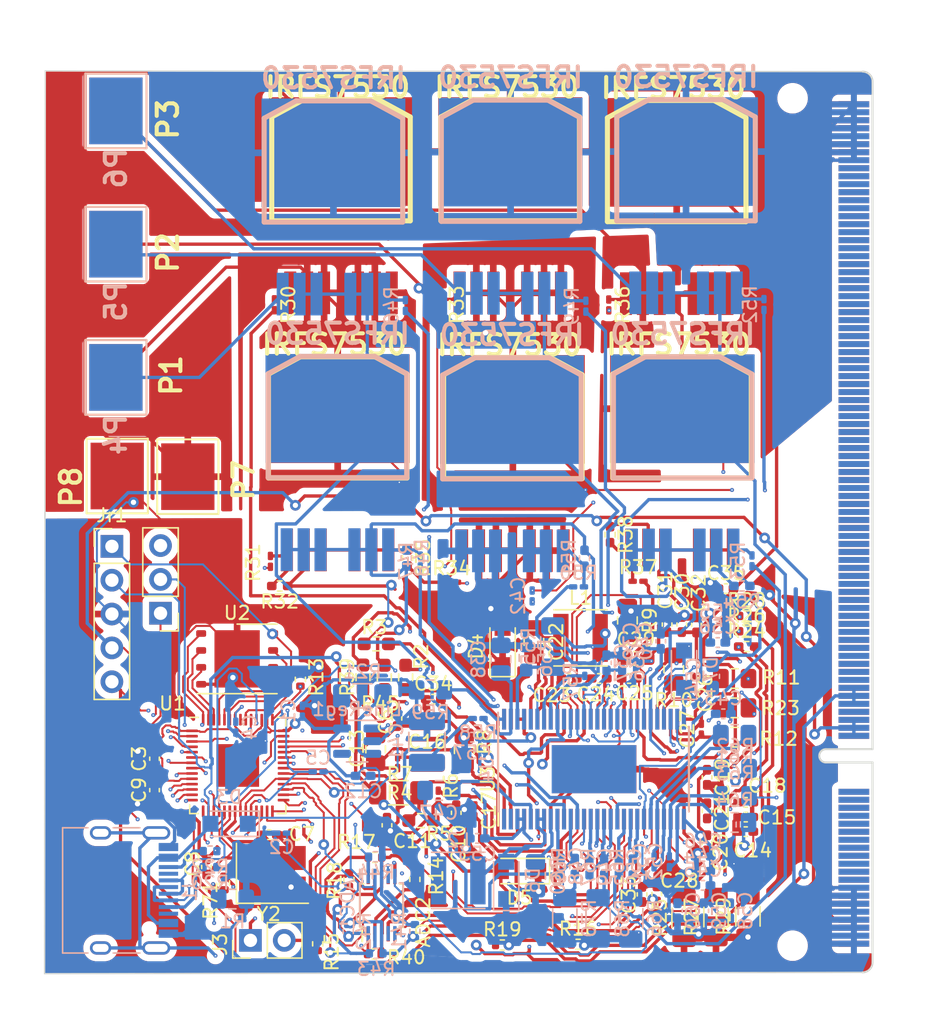
<source format=kicad_pcb>
(kicad_pcb (version 20221018) (generator pcbnew)
  (layers (0 "F.Cu" signal) (1 "In1.Cu" signal) (2 "In2.Cu" signal) (31 "B.Cu" signal) (34 "B.Paste" user) (35 "F.Paste" user) (36 "B.SilkS" user "B.Silkscreen") (37 "F.SilkS" user "F.Silkscreen") (38 "B.Mask" user) (39 "F.Mask" user) (44 "Edge.Cuts" user))
  (net 0 "")
  (net 1 "ADCs1")
  (net 2 "GND")
  (net 3 "1SENS1")
  (net 4 "1SENS2")
  (net 5 "1SENS3")
  (net 7 "+3V3")
  (net 8 "SDA")
  (net 9 "SCL")
  (net 10 "ADCs0")
  (net 11 "SENS1")
  (net 12 "SENS2")
  (net 13 "SENS3")
  (net 15 "Net-(D1-K)")
  (net 16 "VBus")
  (net 17 "Net-(D2-K)")
  (net 18 "Net-(J2-Pin_1)")
  (net 19 "Net-(J2-Pin_2)")
  (net 20 "Net-(J2-Pin_3)")
  (net 21 "K7")
  (net 23 "Net-(J1-CC1)")
  (net 24 "Net-(J1-CC2)")
  (net 25 "~{FAULT}")
  (net 26 "DC_CAL")
  (net 27 "En_GATE")
  (net 28 "H1")
  (net 29 "L1")
  (net 30 "H2")
  (net 31 "L2")
  (net 32 "H3")
  (net 33 "L3")
  (net 34 "~{FAULT}1")
  (net 35 "1DC_CAL")
  (net 36 "En_GATE1")
  (net 37 "1H1")
  (net 38 "Net-(U1-XIN)")
  (net 39 "Net-(U1-XOUT)")
  (net 40 "+1V1")
  (net 41 "Net-(J3-Pin_1)")
  (net 42 "1L1")
  (net 43 "1H2")
  (net 44 "1L2")
  (net 45 "1H3")
  (net 46 "1L3")
  (net 47 "Tx")
  (net 48 "Rx")
  (net 49 "1BR_SO1")
  (net 50 "1BR_SO2")
  (net 51 "BR_SO1")
  (net 52 "BR_SO2")
  (net 53 "Net-(U1-ADC_AVDD)")
  (net 54 "Net-(U1-USB_DM)")
  (net 55 "Net-(U1-USB_DP)")
  (net 56 "Net-(U1-QSPI_SD3)")
  (net 57 "Net-(U1-QSPI_SCLK)")
  (net 58 "Net-(U1-QSPI_SD0)")
  (net 59 "Net-(U1-QSPI_SD2)")
  (net 60 "Net-(U1-QSPI_SD1)")
  (net 61 "Net-(U1-QSPI_SS)")
  (net 62 "Net-(C16-Pad2)")
  (net 63 "Net-(D4-K)")
  (net 64 "Net-(U3-GVDD)")
  (net 65 "Net-(U3-COMP)")
  (net 66 "Net-(U3-DVDD)")
  (net 67 "Net-(U3-CP1)")
  (net 68 "Net-(U3-CP2)")
  (net 69 "+5V")
  (net 70 "Net-(Q1-PadG)")
  (net 71 "Net-(Q2-PadG)")
  (net 72 "Net-(Q3-PadG)")
  (net 73 "Net-(Q4-PadG)")
  (net 74 "Net-(Q5-PadG)")
  (net 75 "Net-(Q6-PadG)")
  (net 76 "/MosfetDr/H1_VS")
  (net 77 "Net-(U3-RT_CLK)")
  (net 78 "Net-(U3-VSENSE)")
  (net 81 "Net-(U3-DTC)")
  (net 82 "Net-(U3-AVDD)")
  (net 83 "Net-(U3-SP2)")
  (net 84 "Net-(U3-SN2)")
  (net 85 "Net-(U3-SP1)")
  (net 86 "Net-(U3-SN1)")
  (net 87 "/MosfetDr/H2_VS")
  (net 88 "/MosfetDr/H3_VS")
  (net 89 "Net-(U3-BST_C)")
  (net 90 "Net-(U4-GVDD)")
  (net 91 "Net-(U4-COMP)")
  (net 92 "Net-(U3-BST_B)")
  (net 93 "Net-(U3-BST_A)")
  (net 94 "Net-(U3-BIAS)")
  (net 95 "Net-(U3-BST_BK)")
  (net 98 "rdy1")
  (net 99 "rdy0")
  (net 100 "Net-(U4-DVDD)")
  (net 101 "Net-(J1-SHIELD)")
  (net 102 "Net-(J3-Pin_2)")
  (net 103 "Net-(C41-Pad2)")
  (net 104 "Net-(U4-CP1)")
  (net 105 "Net-(U4-CP2)")
  (net 106 "Net-(U4-AVDD)")
  (net 107 "Net-(D6-K)")
  (net 108 "Net-(U4-BST_BK)")
  (net 109 "/MosfetDr1/H1_VS")
  (net 110 "Net-(U4-BST_A)")
  (net 111 "V_SUPPLY")
  (net 112 "/MosfetDr1/H2_VS")
  (net 113 "Net-(U4-BST_B)")
  (net 114 "/MosfetDr1/H3_VS")
  (net 115 "Net-(U4-BST_C)")
  (net 116 "Net-(U4-SN1)")
  (net 117 "Net-(U4-SP1)")
  (net 118 "Net-(U4-SN2)")
  (net 119 "Net-(U4-SP2)")
  (net 120 "/MosfetDr/H1_LOW")
  (net 121 "/MosfetDr/H3_LOW")
  (net 122 "Net-(Q7-PadG)")
  (net 123 "Net-(Q8-PadG)")
  (net 124 "/MosfetDr1/H1_LOW")
  (net 125 "Net-(Q9-PadG)")
  (net 126 "Net-(Q10-PadG)")
  (net 127 "Net-(Q11-PadG)")
  (net 128 "Net-(Q12-PadG)")
  (net 129 "/MosfetDr1/H3_LOW")
  (net 130 "/PowerMana/SH1_B")
  (net 131 "/PowerMana/SH2_B")
  (net 132 "/MosfetDr/M_H1")
  (net 133 "/MosfetDr/M_L1")
  (net 134 "/MosfetDr/M_H2")
  (net 135 "/MosfetDr/M_L2")
  (net 136 "/MosfetDr/M_H3")
  (net 137 "/MosfetDr/M_L3")
  (net 138 "/MosfetDr1/M_H1")
  (net 139 "/MosfetDr1/M_L1")
  (net 140 "/MosfetDr1/M_H2")
  (net 141 "/MosfetDr1/M_L2")
  (net 142 "/MosfetDr1/M_H3")
  (net 143 "/MosfetDr1/M_L3")
  (net 144 "Net-(U4-VSENSE)")
  (net 145 "Net-(U4-DTC)")
  (net 146 "Net-(U4-RT_CLK)")
  (net 147 "Net-(U4-BIAS)")
  (net 148 "/PowerMana1/SH1_B")
  (net 149 "/PowerMana1/SH2_B")
  (footprint "Resistor_SMD:R_0402_1005Metric_Pad0.72x0.64mm_HandSolder" (layer "F.Cu") (at 145.59766 70.90596 180)
    (fp_text reference "R32")
    (fp_text value "39k")
  )
  (footprint "Resistor_SMD:R_0603_1608Metric_Pad0.98x0.95mm_HandSolder" (layer "F.Cu") (at 153.45 77.7625 90)
    (fp_text reference "R45")
    (fp_text value "SHUNT")
  )
  (footprint "Y!:D2PAK-7-GDS" (layer "F.Cu") (at 150.19968 44.2)
    (fp_text reference "Q1" hide)
    (fp_text value "IRFS7530")
  )
  (footprint "Capacitor_SMD:C_0805_2012Metric_Pad1.18x1.45mm_HandSolder" (layer "F.Cu") (at 171.7 73.4875 -90)
    (fp_text reference "R9")
    (fp_text value "1M")
  )
  (footprint "Package_SON:WSON-8-1EP_6x5mm_P1.27mm_EP3.4x4.3mm" (layer "F.Cu") (at 142.4 76.375)
    (fp_text reference "U2")
    (fp_text value "W25Q32JVZP")
  )
  (footprint "Y!:D2PAK-7-GDS" (layer "F.Cu") (at 163.1 63.55)
    (fp_text reference "Q4" hide)
    (fp_text value "IRFS7530")
  )
  (footprint "Package_SO:TSSOP-10_3x3mm_P0.5mm" (layer "F.Cu") (at 153.242845 94.875 90)
    (fp_text reference "ADC2")
    (fp_text value "ADS1015IDGS")
  )
  (footprint "Resistor_SMD:R_0201_0603Metric_Pad0.64x0.40mm_HandSolder" (layer "F.Cu") (at 172.5 70.55)
    (fp_text reference "R37")
    (fp_text value "4R7")
  )
  (footprint "Diode_SMD:Nexperia_CFP3_SOD-123W" (layer "F.Cu") (at 163.6 92.3 180)
    (fp_text reference "D5")
    (fp_text value "TVS 5V")
  )
  (footprint "Capacitor_SMD:C_0402_1005Metric_Pad0.74x0.62mm_HandSolder" (layer "F.Cu") (at 180.5825 89.3442 180)
    (fp_text reference "C14")
    (fp_text value "2.2u")
  )
  (footprint "Capacitor_SMD:C_0402_1005Metric_Pad0.74x0.62mm_HandSolder" (layer "F.Cu") (at 177.68 87.7816 -90)
    (fp_text reference "C21")
    (fp_text value "10u,50V")
  )
  (footprint "Capacitor_SMD:C_0805_2012Metric_Pad1.18x1.45mm_HandSolder" (layer "F.Cu") (at 179.75 80.05 180)
    (fp_text reference "R23")
    (fp_text value "100R")
  )
  (footprint "Y!:D2PAK-7-GDS" (layer "F.Cu") (at 175.39992 44.26266)
    (fp_text reference "Q5" hide)
    (fp_text value "IRFS7530")
  )
  (footprint "Y!:1PAD_4x5mm" (layer "F.Cu") (at 138.7 62.7 180)
    (fp_text reference "P7")
    (fp_text value "IN+" hide)
  )
  (footprint "Capacitor_SMD:C_0201_0603Metric_Pad0.64x0.40mm_HandSolder" (layer "F.Cu") (at 176.63 78.1341 90)
    (fp_text reference "C26")
    (fp_text value "2.2n")
  )
  (footprint "Capacitor_SMD:C_0402_1005Metric_Pad0.74x0.62mm_HandSolder" (layer "F.Cu") (at 154.4 80.85 90)
    (fp_text reference "C6")
    (fp_text value "2.2uF")
  )
  (footprint "Resistor_SMD:R_0201_0603Metric_Pad0.64x0.40mm_HandSolder" (layer "F.Cu") (at 154.45 84.1625 -90)
    (fp_text reference "R7")
    (fp_text value "15k")
  )
  (footprint "Y!:D2PAK-7-GDS" (layer "F.Cu") (at 162.9 44.20042)
    (fp_text reference "Q3" hide)
    (fp_text value "IRFS7530")
  )
  (footprint "Capacitor_SMD:C_0805_2012Metric_Pad1.18x1.45mm_HandSolder" (layer "F.Cu") (at 179.75 77.85 180)
    (fp_text reference "R11")
    (fp_text value "100R")
  )
  (footprint "Resistor_SMD:R_0402_1005Metric" (layer "F.Cu") (at 141.45 93.19 -90)
    (fp_text reference "R71")
    (fp_text value "5k")
  )
  (footprint "Resistor_SMD:R_0402_1005Metric_Pad0.72x0.64mm_HandSolder" (layer "F.Cu") (at 180.65 75.45)
    (fp_text reference "R24")
    (fp_text value "39k")
  )
  (footprint "Capacitor_SMD:C_0402_1005Metric_Pad0.74x0.62mm_HandSolder" (layer "F.Cu") (at 176.88 73.8241 -90)
    (fp_text reference "C32")
    (fp_text value "15u, 100v")
  )
  (footprint "Capacitor_SMD:C_0402_1005Metric_Pad0.74x0.62mm_HandSolder" (layer "F.Cu") (at 140.1 91.9925 -90)
    (fp_text reference "C8")
    (fp_text value "15pF")
  )
  (footprint "Resistor_SMD:R_0402_1005Metric" (layer "F.Cu") (at 152.692845 98.525)
    (fp_text reference "R40")
    (fp_text value "5k")
  )
  (footprint "Capacitor_SMD:C_0805_2012Metric_Pad1.18x1.45mm_HandSolder" (layer "F.Cu") (at 164.68 75.0966 -90)
    (fp_text reference "C22")
    (fp_text value "100n")
  )
  (footprint "Capacitor_SMD:C_0805_2012Metric_Pad1.18x1.45mm_HandSolder" (layer "F.Cu") (at 159.45 83.2125 -90)
    (fp_text reference "R8")
    (fp_text value "220k")
  )
  (footprint "Connector_PinHeader_2.54mm:PinHeader_1x05_P2.54mm_Vertical" (layer "F.Cu") (at 133 67.93)
    (fp_text reference "Jr1")
    (fp_text value "Conn_01x05_Pin")
  )
  (footprint "Capacitor_SMD:C_0805_2012Metric_Pad1.18x1.45mm_HandSolder" (layer "F.Cu") (at 152.8 83.1625 -90)
    (fp_text reference "C13")
    (fp_text value "120p")
  )
  (footprint "Resistor_SMD:R_0402_1005Metric_Pad0.72x0.64mm_HandSolder" (layer "F.Cu") (at 180.645 73.15)
    (fp_text reference "R28")
    (fp_text value "39k")
  )
  (footprint "Capacitor_SMD:C_0402_1005Metric_Pad0.74x0.62mm_HandSolder" (layer "F.Cu") (at 169.58 77.8466 180)
    (fp_text reference "C24")
    (fp_text value "220n")
  )
  (footprint "Capacitor_SMD:C_0603_1608Metric_Pad1.08x0.95mm_HandSolder" (layer "F.Cu") (at 172.33 76.3466)
    (fp_text reference "C29")
    (fp_text value "100u")
  )
  (footprint "Resistor_SMD:R_0402_1005Metric_Pad0.72x0.64mm_HandSolder" (layer "F.Cu") (at 155.2 68.8 -90)
    (fp_text reference "R35")
    (fp_text value "39k")
  )
  (footprint "Capacitor_SMD:C_0201_0603Metric_Pad0.64x0.40mm_HandSolder" (layer "F.Cu") (at 177.25 81.65 90)
    (fp_text reference "C27")
    (fp_text value "2.2n")
  )
  (footprint "Capacitor_SMD:C_0402_1005Metric_Pad0.74x0.62mm_HandSolder" (layer "F.Cu") (at 157.1325 79.4)
    (fp_text reference "C34")
    (fp_text value "10u,50V")
  )
  (footprint "Crystal:Crystal_SMD_3225-4Pin_3.2x2.5mm_HandSoldering" (layer "F.Cu") (at 145.05 92.4675)
    (fp_text reference "Y2")
    (fp_text value "12MHz")
  )
  (footprint "Capacitor_SMD:C_0402_1005Metric_Pad0.74x0.62mm_HandSolder" (layer "F.Cu") (at 177.68 90.1816 -90)
    (fp_text reference "C20")
    (fp_text value "10u,50V")
  )
  (footprint "Connector_PinHeader_2.54mm:PinHeader_1x02_P2.54mm_Vertical" (layer "F.Cu") (at 143.4 97.5 90)
    (fp_text reference "J3")
    (fp_text value "Conn_01x02_Pin")
  )
  (footprint "Resistor_SMD:R_1206_3216Metric_Pad1.30x1.75mm_HandSolder" (layer "F.Cu") (at 178.35 95.75 90)
    (fp_text reference "R27")
    (fp_text value "2k2")
  )
  (footprint "Resistor_SMD:R_0603_1608Metric_Pad0.98x0.95mm_HandSolder" (layer "F.Cu") (at 152.85 75.25 180)
    (fp_text reference "R3")
    (fp_text value "SHUNT")
  )
  (footprint "Resistor_SMD:R_0402_1005Metric" (layer "F.Cu") (at 162.31 97.85)
    (fp_text reference "R19")
    (fp_text value "47.5k")
  )
  (footprint "Capacitor_SMD:C_0402_1005Metric_Pad0.74x0.62mm_HandSolder" (layer "F.Cu") (at 179.1 71.1)
    (fp_text reference "C35")
    (fp_text value "15u,100V")
  )
  (footprint "Resistor_SMD:R_0402_1005Metric" (layer "F.Cu") (at 155.742845 92.925 90)
    (fp_text reference "R14")
    (fp_text value "5k")
  )
  (footprint "Y!:1PAD_4x5mm" (layer "F.Cu") (at 133.4 62.65 180)
    (fp_text reference "P8")
    (fp_text value "IN-" hide)
  )
  (footprint "Resistor_SMD:R_0402_1005Metric" (layer "F.Cu") (at 150.792845 92.935 -90)
    (fp_text reference "R18")
    (fp_text value "5k")
  )
  (footprint "Capacitor_SMD:C_0402_1005Metric_Pad0.74x0.62mm_HandSolder" (layer "F.Cu") (at 177.68 85.2641 -90)
    (fp_text reference "C19")
    (fp_text value "10u,50V")
  )
  (footprint "Resistor_SMD:R_0603_1608Metric_Pad0.98x0.95mm_HandSolder" (layer "F.Cu") (at 151.85 77.75 -90)
    (fp_text reference "R39")
    (fp_text value "SHUNT")
  )
  (footprint "Inductor_SMD:L_Vishay_IFSC-1515AH_4x4x1.8mm" (layer "F.Cu") (at 168.18 74.7966)
    (fp_text reference "L1")
    (fp_text value "22u")
  )
  (footprint "Diode_SMD:Nexperia_CFP3_SOD-123W" (layer "F.Cu") (at 162.33 75.4466 90)
    (fp_text reference "D4")
    (fp_text value "DIODESCH")
  )
  (footprint "Capacitor_SMD:C_0402_1005Metric_Pad0.74x0.62mm_HandSolder" (layer "F.Cu") (at 173.9 94.0175 -90)
    (fp_text reference "C28")
    (fp_text value "10u,50V")
  )
  (footprint "Capacitor_SMD:C_0402_1005Metric_Pad0.74x0.62mm_HandSolder" (layer "F.Cu") (at 174.68 73.7966 -90)
    (fp_text reference "C31")
    (fp_text value "10u,50V")
  )
  (footprint "Y!:1PAD_4x5mm" (layer "F.Cu") (at 133.3 55.25 180)
    (fp_text reference "P1")
    (fp_text value "MOTOR3" hide)
  )
  (footprint "Capacitor_SMD:C_0402_1005Metric_Pad0.74x0.62mm_HandSolder" (layer "F.Cu") (at 153.65 88.8625 -90)
    (fp_text reference "C11")
    (fp_text value "2.2u")
  )
  (footprint "Resistor_SMD:R_0201_0603Metric_Pad0.64x0.40mm_HandSolder" (layer "F.Cu") (at 170.29984 49.81112 -90)
    (fp_text reference "R36")
    (fp_text value "4R7")
  )
  (footprint "Capacitor_SMD:C_0402_1005Metric_Pad0.74x0.62mm_HandSolder" (layer "F.Cu") (at 180.5825 87.1442 180)
    (fp_text reference "C18")
    (fp_text value "2.2u")
  )
  (footprint "Y!:1PAD_4x5mm" (layer "F.Cu") (at 133.3 45.25 180)
    (fp_text reference "P2")
    (fp_text value "MOTOR2" hide)
  )
  (footprint "Package_SO:HTSSOP-56-1EP_6.1x14mm_P0.5mm_EP3.61x6.35mm" (layer "F.Cu") (at 169.2 84.65 90)
    (fp_text reference "U3")
    (fp_text value "DRV8302")
  )
  (footprint "Resistor_SMD:R_1206_3216Metric_Pad1.30x1.75mm_HandSolder" (layer "F.Cu") (at 180.75 95.7 90)
    (fp_text reference "R29")
    (fp_text value "2k2")
  )
  (footprint "Resistor_SMD:R_1206_3216Metric_Pad1.30x1.75mm_HandSolder" (layer "F.Cu") (at 154.5 86.425)
    (fp_text reference "R4")
    (fp_text value "18k")
  )
  (footprint "Resistor_SMD:R_0201_0603Metric_Pad0.64x0.40mm_HandSolder" (layer "F.Cu") (at 158.50008 70.62458)
    (fp_text reference "R34")
    (fp_text value "4R7")
  )
  (footprint "Resistor_SMD:R_0402_1005Metric" (layer "F.Cu") (at 148.45 97.76 90)
    (fp_text reference "R15")
    (fp_text value "5k")
  )
  (footprint "Capacitor_SMD:C_0402_1005Metric_Pad0.74x0.62mm_HandSolder" (layer "F.Cu") (at 172.8 94.05 -90)
    (fp_text reference "C33")
    (fp_text value "10u,50V")
  )
  (footprint "Resistor_SMD:R_0402_1005Metric" (layer "F.Cu") (at 147.15 77.91 90)
    (fp_text reference "R13")
    (fp_text value "5k")
  )
  (footprint "Capacitor_SMD:C_0402_1005Metric_Pad0.74x0.62mm_HandSolder" (layer "F.Cu") (at 175.78 73.7966 -90)
    (fp_text reference "C30")
    (fp_text value "10u,50V")
  )
  (footprint "Resistor_SMD:R_0201_0603Metric_Pad0.64x0.40mm_HandSolder" (layer "F.Cu") (at 144.90016 69.05596 -90)
    (fp_text reference "R31")
    (fp_text value "4R7")
  )
  (footprint "Resistor_SMD:R_0603_1608Metric_Pad0.98x0.95mm_HandSolder" (layer "F.Cu") (at 156.2 88.5125)
    (fp_text reference "R5")
    (fp_text value "3k3")
  )
  (footprint "Y!:D2PAK-7-GDS" (layer "F.Cu") (at 175.8 63.5)
    (fp_text reference "Q6" hide)
    (fp_text value "IRFS7530")
  )
  (footprint "Capacitor_SMD:C_1210_3225Metric_Pad1.33x2.70mm_HandSolder" (layer "F.Cu") (at 156.65 82.625 -90)
    (fp_text reference "C16")
    (fp_text value "6.8n")
  )
  (footprint "Capacitor_SMD:C_0805_2012Metric_Pad1.18x1.45mm_HandSolder" (layer "F.Cu") (at 175.18 77.1466 -90)
    (fp_text reference "R10")
    (fp_text value "100R")
  )
  (footprint "Resistor_SMD:R_0201_0603Metric_Pad0.64x0.40mm_HandSolder" (layer "F.Cu") (at 157.5 86.675 -90)
    (fp_text reference "R6")
    (fp_text value "10k")
  )
  (footprint "Capacitor_SMD:C_0402_1005Metric_Pad0.74x0.62mm_HandSolder" (layer "F.Cu") (at 136.2 86.225 90)
    (fp_text reference "C9")
    (fp_text value "10uF")
  )
  (footprint "Resistor_SMD:R_0201_0603Metric_Pad0.64x0.40mm_HandSolder" (layer "F.Cu") (at 157.85008 49.79888 -90)
    (fp_text reference "R33")
    (fp_text value "4R7")
  )
  (footprint "Capacitor_SMD:C_0201_0603Metric_Pad0.64x0.40mm_HandSolder" (layer "F.Cu") (at 160.25 87.78 -90)
    (fp_text reference "C17")
    (fp_text value "22n")
  )
  (footprint "Resistor_SMD:R_0603_1608Metric_Pad0.98x0.95mm_HandSolder" (layer "F.Cu") (at 155.05 77.7625 -90)
    (fp_text reference "R2")
    (fp_text value "SHUNT")
  )
  (footprint "Capacitor_SMD:C_0402_1005Metric_Pad0.74x0.62mm_HandSolder" (layer "F.Cu") (at 167.33 77.8466 180)
    (fp_text reference "C23")
    (fp_text value "220n")
  )
  (footprint "Y!:D2PAK-7-GDS" (layer "F.Cu") (at 149.95 63.5)
    (fp_text reference "Q2" hide)
    (fp_text value "IRFS7530")
  )
  (footprint "Capacitor_SMD:C_0402_1005Metric_Pad0.74x0.62mm_HandSolder" (layer "F.Cu") (at 136.2 83.8675 90)
    (fp_text reference "C3")
    (fp_text value "2.2uF")
  )
  (footprint "SODIMM:SODIMM_DDR2_EDGE" (layer "F.Cu") (at 190.1 99.9 90)
    (fp_text reference "SODIMM DDR2" hide)
    (fp_text value "SODIMM DDR2 EDGE")
  )
  (footprint "Capacitor_SMD:C_0805_2012Metric_Pad1.18x1.45mm_HandSolder" (layer "F.Cu") (at 179.75 82.25 180)
    (fp_text reference "R12")
    (fp_text value "100R")
  )
  (footprint "Resistor_SMD:R_0402_1005Metric_Pad0.72x0.64mm_HandSolder" (layer "F.Cu") (at 170.4 67.0525 -90)
    (fp_text reference "R38")
    (fp_text value "39k")
  )
  (footprint "Capacitor_SMD:C_0402_1005Metric_Pad0.74x0.62mm_HandSolder" (layer "F.Cu") (at 158.85 87.925 90)
    (fp_text reference "C10")
    (fp_text value "2.2u")
  )
  (footprint "Connector_PinHeader_2.54mm:PinHeader_1x03_P2.54mm_Vertical" (layer "F.Cu") (at 136.65 72.95 180)
    (fp_text reference "J2" hide)
    (fp_text value "Conn_01x03_Pin")
  )
  (footprint "Resistor_SMD:R_1206_3216Metric_Pad1.30x1.75mm_HandSolder" (layer "F.Cu") (at 175.95 95.8 90)
    (fp_text reference "R25")
    (fp_text value "2k2")
  )
  (footprint "Capacitor_SMD:C_0402_1005Metric_Pad0.74x0.62mm_HandSolder" (layer "F.Cu") (at 180.5825 88.2442 180)
    (fp_text reference "C15")
    (fp_text value "2.2u")
  )
  (footprint "Y!:1PAD_4x5mm" (layer "F.Cu") (at 133.3 35.25 180)
    (fp_text reference "P3")
    (fp_text value "MOTOR1" hide)
  )
  (footprint "Resistor_SMD:R_0402_1005Metric_Pad0.72x0.64mm_HandSolder" (layer "F.Cu") (at 180.645 74.3)
    (fp_text reference "R26")
    (fp_text value "39k")
  )
  (footprint "Capacitor_SMD:C_0402_1005Metric_Pad0.74x0.62mm_HandSolder" (layer "F.Cu") (at 171.83 77.8466 180)
    (fp_text reference "C25")
    (fp_text value "220n")
  )
  (footprint "Resistor_SMD:R_0402_1005Metric" (layer "F.Cu") (at 152.742845 91.275)
    (fp_text reference "R17")
    (fp_text value "5k")
  )
  (footprint "Resistor_SMD:R_0402_1005Metric" (layer "F.Cu") (at 168 97.8)
    (fp_text reference "R16")
    (fp_text value "47.5k")
  )
  (footprint "Resistor_SMD:R_0201_0603Metric_Pad0.64x0.40mm_HandSolder" (layer "F.Cu") (at 145.19992 49.79846 -90)
    (fp_text reference "R30")
    (fp_text value "4R7")
  )
  (footprint "Package_DFN_QFN:QFN-56-1EP_7x7mm_P0.4mm_EP3.2x3.2mm" (layer "F.Cu") (at 142.45 84.375)
    (fp_text reference "U1")
    (fp_text value "RP2040")
  )
  (footprint "Capacitor_SMD:C_0402_1005Metric_Pad0.74x0.62mm_HandSolder" (layer "F.Cu") (at 144.8175 89.5675 180)
    (fp_text reference "C7")
    (fp_text value "15pF")
  )
  (footprint "Capacitor_SMD:C_0402_1005Metric_Pad0.74x0.62mm_HandSolder" (layer "B.Cu") (at 171.3 76.65 90)
    (fp_text reference "C36")
    (fp_text value "2.2u")
  )
  (footprint "Capacitor_SMD:C_0805_2012Metric_Pad1.18x1.45mm_HandSolder" (layer "B.Cu") (at 179.75 82.05)
    (fp_text reference "R61")
    (fp_text value "100R")
  )
  (footprint "Capacitor_SMD:C_0402_1005Metric_Pad0.74x0.62mm_HandSolder" (layer "B.Cu") (at 179.4 95.2825 90)
    (fp_text reference "C58")
    (fp_text value "10u,50V")
  )
  (footprint "Package_SO:TSSOP-10_3x3mm_P0.5mm" (layer "B.Cu") (at 153.242845 94.825 -90)
    (fp_text reference "ADC1")
    (fp_text value "ADS1015IDGS")
  )
  (footprint "Y!:D2PAK-7-GDS" (layer "B.Cu") (at 176.1 44.20042 180)
    (fp_text reference "Q11" hide)
    (fp_text value "IRFS7530")
  )
  (footprint "Resistor_SMD:R_0201_0603Metric_Pad0.64x0.40mm_HandSolder" (layer "B.Cu") (at 181.05 69.0175 -90)
    (fp_text reference "R53")
    (fp_text value "4R7")
  )
  (footprint "Resistor_SMD:R_1206_3216Metric_Pad1.30x1.75mm_HandSolder" (layer "B.Cu") (at 166.1 75.45 -90)
    (fp_text reference "R55")
    (fp_text value "18k")
  )
  (footprint "Resistor_SMD:R_0402_1005Metric" (layer "B.Cu") (at 155.742845 96.825 -90)
    (fp_text reference "R41")
    (fp_text value "5k")
  )
  (footprint "Resistor_SMD:R_0201_0603Metric_Pad0.64x0.40mm_HandSolder" (layer "B.Cu") (at 155.02996 49.85288 -90)
    (fp_text reference "R46")
    (fp_text value "4R7")
  )
  (footprint "Capacitor_SMD:C_0805_2012Metric_Pad1.18x1.45mm_HandSolder" (layer "B.Cu") (at 179.8 86.65 180)
    (fp_text reference "R63")
    (fp_text value "100R")
  )
  (footprint "Capacitor_SMD:C_0201_0603Metric_Pad0.64x0.40mm_HandSolder" (layer "B.Cu") (at 147.3 80.3 -90)
    (fp_text reference "C1")
    (fp_text value "100nF")
  )
  (footprint "Y!:1PAD_4x5mm" (layer "B.Cu") (at 133.3 35.25)
    (fp_text reference "P6")
    (fp_text value "MOTOR1" hide)
  )
  (footprint "Capacitor_SMD:C_0201_0603Metric_Pad0.64x0.40mm_HandSolder" (layer "B.Cu") (at 173.7 91.6075 -90)
    (fp_text reference "C51")
    (fp_text value "2.2n")
  )
  (footprint "Y!:D2PAK-7-GDS" (layer "B.Cu") (at 163.03004 63.57038 180)
    (fp_text reference "Q10" hide)
    (fp_text value "IRFS7530")
  )
  (footprint "Capacitor_SMD:C_0402_1005Metric_Pad0.74x0.62mm_HandSolder" (layer "B.Cu") (at 177.3675 93.37 180)
    (fp_text reference "C45")
    (fp_text value "10u,50V")
  )
  (footprint "Capacitor_SMD:C_0402_1005Metric_Pad0.74x0.62mm_HandSolder" (layer "B.Cu") (at 171.05 91.9975 90)
    (fp_text reference "C50")
    (fp_text value "220n")
  )
  (footprint "Resistor_SMD:R_0201_0603Metric_Pad0.64x0.40mm_HandSolder" (layer "B.Cu") (at 181.95 49.7825 -90)
    (fp_text reference "R52")
    (fp_text value "4R7")
  )
  (footprint "Capacitor_SMD:C_0805_2012Metric_Pad1.18x1.45mm_HandSolder" (layer "B.Cu") (at 164.8 92.65 90)
    (fp_text reference "R60")
    (fp_text value "1M")
  )
  (footprint "Resistor_SMD:R_0603_1608Metric_Pad0.98x0.95mm_HandSolder" (layer "B.Cu") (at 164.1 76.3 90)
    (fp_text reference "R56")
    (fp_text value "3k3")
  )
  (footprint "Capacitor_SMD:C_0402_1005Metric_Pad0.74x0.62mm_HandSolder" (layer "B.Cu") (at 173.1 75.05 -90)
    (fp_text reference "C39")
    (fp_text value "2.2u")
  )
  (footprint "Resistor_SMD:R_0402_1005Metric_Pad0.72x0.64mm_HandSolder" (layer "B.Cu") (at 169.95 92 -90)
    (fp_text reference "R67")
    (fp_text value "39k")
  )
  (footprint "Capacitor_SMD:C_0402_1005Metric_Pad0.74x0.62mm_HandSolder" (layer "B.Cu") (at 160.05 82.25)
    (fp_text reference "C57")
    (fp_text value "15u, 100v")
  )
  (footprint "Resistor_SMD:R_0402_1005Metric" (layer "B.Cu") (at 152.842845 98.475)
    (fp_text reference "R43")
    (fp_text value "5k")
  )
  (footprint "Resistor_SMD:R_0402_1005Metric_Pad0.72x0.64mm_HandSolder" (layer "B.Cu") (at 155.1 68.8 90)
    (fp_text reference "R48")
    (fp_text value "39k")
  )
  (footprint "Capacitor_SMD:C_0805_2012Metric_Pad1.18x1.45mm_HandSolder" (layer "B.Cu") (at 179.75 88.65 180)
    (fp_text reference "R64")
    (fp_text value "100R")
  )
  (footprint "Capacitor_SMD:C_0402_1005Metric_Pad0.74x0.62mm_HandSolder" (layer "B.Cu") (at 177.43 95.2825 90)
    (fp_text reference "C59")
    (fp_text value "10u,50V")
  )
  (footprint "Y!:D2PAK-7-GDS" (layer "B.Cu") (at 162.92996 44.23942 180)
    (fp_text reference "Q9" hide)
    (fp_text value "IRFS7530")
  )
  (footprint "Resistor_SMD:R_1206_3216Metric_Pad1.30x1.75mm_HandSolder" (layer "B.Cu") (at 151.8 79.15 180)
    (fp_text reference "R21")
    (fp_text value "100k")
  )
  (footprint "Capacitor_SMD:C_1210_3225Metric_Pad1.33x2.70mm_HandSolder" (layer "B.Cu") (at 156.65 82.6 -90)
    (fp_text reference "C41")
    (fp_text value "6.8n")
  )
  (footprint "Inductor_SMD:L_Vishay_IFSC-1515AH_4x4x1.8mm" (layer "B.Cu") (at 159 93 180)
    (fp_text reference "L2")
    (fp_text value "22u")
  )
  (footprint "Resistor_SMD:R_1206_3216Metric_Pad1.30x1.75mm_HandSolder" (layer "B.Cu") (at 171.95 95.85 90)
    (fp_text reference "R66")
    (fp_text value "2k2")
  )
  (footprint "Resistor_SMD:R_0402_1005Metric_Pad0.72x0.64mm_HandSolder" (layer "B.Cu") (at 168.48004 68.81996 -90)
    (fp_text reference "R51")
    (fp_text value "39k")
  )
  (footprint "Capacitor_SMD:C_0805_2012Metric_Pad1.18x1.45mm_HandSolder" (layer "B.Cu") (at 162.2 76.4 -90)
    (fp_text reference "C38")
    (fp_text value "120p")
  )
  (footprint "Connector_USB:USB_C_Receptacle_HRO_TYPE-C-31-M-12" (layer "B.Cu") (at 133.2 93.75 90)
    (fp_text reference "J1")
    (fp_text value "USB_C_Receptacle_USB2.0")
  )
  (footprint "Resistor_SMD:R_0201_0603Metric_Pad0.64x0.40mm_HandSolder" (layer "B.Cu") (at 168.5 78.0575 -90)
    (fp_text reference "R57")
    (fp_text value "10k")
  )
  (footprint "Capacitor_SMD:C_0805_2012Metric_Pad1.18x1.45mm_HandSolder" (layer "B.Cu") (at 142.05 94.4)
    (fp_text reference "R1")
    (fp_text value "1M")
  )
  (footprint "Capacitor_SMD:C_0402_1005Metric_Pad0.74x0.62mm_HandSolder" (layer "B.Cu") (at 175.46 95.2825 90)
    (fp_text reference "C60")
    (fp_text value "15u,100V")
  )
  (footprint "Capacitor_SMD:C_0402_1005Metric_Pad0.74x0.62mm_HandSolder" (layer "B.Cu") (at 151.8575 85.15)
    (fp_text reference "C12")
    (fp_text value "10uF")
  )
  (footprint "Capacitor_SMD:C_0201_0603Metric_Pad0.64x0.40mm_HandSolder" (layer "B.Cu") (at 164.55 71.65 -90)
    (fp_text reference "C42")
    (fp_text value "22n")
  )
  (footprint "Package_SO:HTSSOP-56-1EP_6.1x14mm_P0.5mm_EP3.61x6.35mm" (layer "B.Cu") (at 169.19 84.6534 -90)
    (fp_text reference "U4")
    (fp_text value "DRV8302")
  )
  (footprint "Capacitor_SMD:C_0402_1005Metric_Pad0.74x0.62mm_HandSolder" (layer "B.Cu") (at 177.35 92.3 180)
    (fp_text reference "C44")
    (fp_text value "10u,50V")
  )
  (footprint "Y!:1PAD_4x5mm" (layer "B.Cu") (at 133.3 55.25)
    (fp_text reference "P4")
    (fp_text value "MOTOR3" hide)
  )
  (footprint "Y!:D2PAK-7-GDS" (layer "B.Cu") (at 149.62996 44.2958 180)
    (fp_text reference "Q7" hide)
    (fp_text value "IRFS7530")
  )
  (footprint "Resistor_SMD:R_0402_1005Metric_Pad0.72x0.64mm_HandSolder" (layer "B.Cu") (at 180.2975 70.9)
    (fp_text reference "R54")
    (fp_text value "39k")
  )
  (footprint "Capacitor_SMD:C_0402_1005Metric_Pad0.74x0.62mm_HandSolder" (layer "B.Cu") (at 177.385 91.2 180)
    (fp_text reference "C46")
    (fp_text value "10u,50V")
  )
  (footprint "Diode_SMD:Nexperia_CFP3_SOD-123W" (layer "B.Cu") (at 175.95 77.15 90)
    (fp_text reference "D7")
    (fp_text value "TVS 5V")
  )
  (footprint "Capacitor_SMD:C_0402_1005Metric_Pad0.74x0.62mm_HandSolder" (layer "B.Cu") (at 174.2 75.05 -90)
    (fp_text reference "C40")
    (fp_text value "2.2u")
  )
  (footprint "Resistor_SMD:R_1206_3216Metric_Pad1.30x1.75mm_HandSolder" (layer "B.Cu") (at 169.5 95.85 90)
    (fp_text reference "R68")
    (fp_text value "2k2")
  )
  (footprint "Capacitor_SMD:C_0201_0603Metric_Pad0.64x0.40mm_HandSolder" (layer "B.Cu") (at 148.4825 84.85 180)
    (fp_text reference "C5")
    (fp_text value "100nF")
  )
  (footprint "Y!:1PAD_4x5mm" (layer "B.Cu") (at 133.3 45.25)
    (fp_text reference "P5")
    (fp_text value "MOTOR2" hide)
  )
  (footprint "Resistor_SMD:R_0201_0603Metric_Pad0.64x0.40mm_HandSolder" (layer "B.Cu") (at 168.03004 70.96996 180)
    (fp_text reference "R50")
    (fp_text value "4R7")
  )
  (footprint "Capacitor_SMD:C_0402_1005Metric_Pad0.74x0.62mm_HandSolder" (layer "B.Cu") (at 178.4825 75.15 180)
    (fp_text reference "C56")
    (fp_text value "10u,50V")
  )
  (footprint "Package_TO_SOT_SMD:SOT-23-5" (layer "B.Cu") (at 151.4125 82.55 180)
    (fp_text reference "LineReg1")
    (fp_text value "TLV75733PDBV")
  )
  (footprint "Capacitor_SMD:C_0402_1005Metric_Pad0.74x0.62mm_HandSolder" (layer "B.Cu") (at 178.5 74 180)
    (fp_text reference "C55")
    (fp_text value "10u,50V")
  )
  (footprint "Capacitor_SMD:C_0201_0603Metric_Pad0.64x0.40mm_HandSolder" (layer "B.Cu") (at 174.85 91.6 -90)
    (fp_text reference "C52")
    (fp_text value "2.2n")
  )
  (footprint "Resistor_SMD:R_0201_0603Metric_Pad0.64x0.40mm_HandSolder" (layer "B.Cu") (at 156.15 69.0325 -90)
    (fp_text reference "R47")
    (fp_text value "4R7")
  )
  (footprint "Y!:D2PAK-7-GDS" (layer "B.Cu") (at 175.85 63.50042 180)
    (fp_text reference "Q12" hide)
    (fp_text value "IRFS7530")
  )
  (footprint "Capacitor_SMD:C_0805_2012Metric_Pad1.18x1.45mm_HandSolder" (layer "B.Cu") (at 156.9125 78.7)
    (fp_text reference "R59")
    (fp_text value "220k")
  )
  (footprint "Capacitor_SMD:C_0201_0603Metric_Pad0.64x0.40mm_HandSolder" (layer "B.Cu") (at 145.7425 89.45)
    (fp_text reference "C2")
    (fp_text value "100nF")
  )
  (footprint "Capacitor_SMD:C_0805_2012Metric_Pad1.18x1.45mm_HandSolder" (layer "B.Cu") (at 157.55 86.25)
    (fp_text reference "C47")
    (fp_text value "100n")
  )
  (footprint "Capacitor_SMD:C_0402_1005Metric_Pad0.74x0.62mm_HandSolder" (layer "B.Cu") (at 160.4325 89.85)
    (fp_text reference "C53")
    (fp_text value "10u,50V")
  )
  (footprint "Resistor_SMD:R_1206_3216Metric_Pad1.30x1.75mm_HandSolder" (layer "B.Cu") (at 167 95.85 90)
    (fp_text reference "R70")
    (fp_text value "2k2")
  )
  (footprint "Resistor_SMD:R_0402_1005Metric" (layer "B.Cu") (at 140.36 92)
    (fp_text reference "R20")
    (fp_text value "5k")
  )
  (footprint "Capacitor_SMD:C_0402_1005Metric_Pad0.74x0.62mm_HandSolder" (layer "B.Cu") (at 168.85 91.9975 90)
    (fp_text reference "C49")
    (fp_text value "220n")
  )
  (footprint "Diode_SMD:Nexperia_CFP3_SOD-123W" (layer "B.Cu") (at 162.6 93 90)
    (fp_text reference "D6")
    (fp_text value "DIODESCH")
  )
  (footprint "Capacitor_SMD:C_0805_2012Metric_Pad1.18x1.45mm_HandSolder" (layer "B.Cu") (at 179.8 84.6 180)
    (fp_text reference "R62")
    (fp_text value "100R")
  )
  (footprint "Capacitor_SMD:C_0603_1608Metric_Pad1.08x0.95mm_HandSolder" (layer "B.Cu") (at 178.1 77.6875 -90)
    (fp_text reference "C54")
    (fp_text value "100u")
  )
  (footprint "Resistor_SMD:R_0402_1005Metric" (layer "B.Cu") (at 150.742845 96.825 90)
    (fp_text reference "R42")
    (fp_text value "5k")
  )
  (footprint "Capacitor_SMD:C_0201_0603Metric_Pad0.64x0.40mm_HandSolder" (layer "B.Cu") (at 142.3 81.5 90)
    (fp_text reference "C4")
    (fp_text value "100nF")
  )
  (footprint "Capacitor_SMD:C_0402_1005Metric_Pad0.74x0.62mm_HandSolder" (layer "B.Cu") (at 166.69 91.9225 90)
    (fp_text reference "C48")
    (fp_text value "220n")
  )
  (footprint "Resistor_SMD:R_0402_1005Metric" (layer "B.Cu") (at 152.782845 91.225)
    (fp_text reference "R44")
    (fp_text value "5k")
  )
  (footprint "Resistor_SMD:R_0402_1005Metric_Pad0.72x0.64mm_HandSolder" (layer "B.Cu") (at 167.75 91.95 -90)
    (fp_text reference "R69")
    (fp_text value "39k")
  )
  (footprint "Resistor_SMD:R_0402_1005Metric_Pad0.72x0.64mm_HandSolder" (layer "B.Cu") (at 172.1 92 -90)
    (fp_text reference "R65")
    (fp_text value "39k")
  )
  (footprint "Resistor_SMD:R_0201_0603Metric_Pad0.64x0.40mm_HandSolder" (layer "B.Cu") (at 168.57996 49.9065 -90)
    (fp_text reference "R49")
    (fp_text value "4R7")
  )
  (footprint "Diode_SMD:Nexperia_CFP3_SOD-123W" (layer "B.Cu") (at 141.8 88.75 180)
    (fp_text reference "D3")
    (fp_text value "MBR120VLSFT1G")
  )
  (footprint "Resistor_SMD:R_0201_0603Metric_Pad0.64x0.40mm_HandSolder" (layer "B.Cu") (at 160.4925 80.85)
    (fp_text reference "R58")
    (fp_text value "15k")
  )
  (footprint "Capacitor_SMD:C_0402_1005Metric_Pad0.74x0.62mm_HandSolder" (layer "B.Cu") (at 170.13 76.6675 90)
    (fp_text reference "C37")
    (fp_text value "2.2u")
  )
  (footprint "Capacitor_SMD:C_0402_1005Metric_Pad0.74x0.62mm_HandSolder" (layer "B.Cu") (at 178.9 80.5 180)
    (fp_text reference "C43")
    (fp_text value "2.2u")
  )
  (footprint "Resistor_SMD:R_0402_1005Metric" (layer "B.Cu") (at 140.37 90.8)
    (fp_text reference "R22")
    (fp_text value "5k")
  )
  (footprint "Y!:D2PAK-7-GDS" (layer "B.Cu") (at 149.93004 63.47038 180)
    (fp_text reference "Q8" hide)
    (fp_text value "IRFS7530")
  )
  (gr_line (start 190.1 83.15) (end 190.099999 33.048691) (stroke (width 0.15)) (layer "Edge.Cuts"))
  (gr_line (start 190.1 83.15) (end 186.6 83.15) (stroke (width 0.15)) (layer "Edge.Cuts"))
  (gr_arc (start 189.35 32.3) (mid 189.88033 32.51967) (end 190.1 33.05) (stroke (width 0.15)) (layer "Edge.Cuts"))
  (gr_arc (start 186.6 84.15) (mid 186.1 83.65) (end 186.6 83.15) (stroke (width 0.15)) (layer "Edge.Cuts"))
  (gr_line (start 128 32.25) (end 127.95 100) (stroke (width 0.1)) (layer "Edge.Cuts"))
  (gr_line (start 127.95 100) (end 189.35 99.9) (stroke (width 0.1)) (layer "Edge.Cuts"))
  (gr_line (start 190.1 84.15) (end 190.098691 99.150001) (stroke (width 0.15)) (layer "Edge.Cuts"))
  (gr_line (start 189.35 32.3) (end 128 32.25) (stroke (width 0.1)) (layer "Edge.Cuts"))
  (gr_arc (start 190.098691 99.150001) (mid 189.879484 99.679868) (end 189.35 99.9) (stroke (width 0.15)) (layer "Edge.Cuts"))
  (gr_line (start 190.1 84.15) (end 186.6 84.15) (stroke (width 0.15)) (layer "Edge.Cuts"))
  (segment (start 138.024145 86.901499) (end 137.926462 86.999182) (width 0.15) (layer "F.Cu") (net 1))
  (segment (start 138.467872 86.585075) (end 138.390573 86.585074) (width 0.15) (layer "F.Cu") (net 1))
  (segment (start 138.390573 86.585074) (end 138.074148 86.901499) (width 0.15) (layer "F.Cu") (net 1))
  (segment (start 138.074148 86.901499) (end 138.024145 86.901499) (width 0.15) (layer "F.Cu") (net 1))
  (segment (start 139.0125 86.575) (end 138.477947 86.575) (width 0.15) (layer "F.Cu") (net 1))
  (segment (start 137.926462 86.999182) (end 137.92414 86.999182) (width 0.15) (layer "F.Cu") (net 1))
  (segment (start 138.477947 86.575) (end 138.467872 86.585075) (width 0.15) (layer "F.Cu") (net 1))
  (via micro (at 151.275353 88.825019) (size 0.3) (drill 0.1) (layers "F.Cu" "B.Cu") (net 1))
  (via micro (at 137.92414 86.999182) (size 0.3) (drill 0.1) (layers "F.Cu" "B.Cu") (net 1))
  (segment (start 152.272845 91.225) (end 151.275353 90.227508) (width 0.15) (layer "B.Cu") (net 1))
  (segment (start 151.275353 90.227508) (end 151.275353 88.825019) (width 0.15) (layer "B.Cu") (net 1))
  (segment (start 152.242845 92.675) (end 152.242845 91.255) (width 0.25) (layer "B.Cu") (net 1))
  (segment (start 137.207999 87.800499) (end 136.2 86.7925) (width 0.25) (layer "F.Cu") (net 2))
  (segment (start 135.615 83.690612) (end 135.615 82.909388) (width 0.15) (layer "F.Cu") (net 2))
  (segment (start 171.109758 82.740242) (end 169.2 84.65) (width 0.15) (layer "F.Cu") (net 2))
  (segment (start 156.65 81.0625) (end 158.3375 81.0625) (width 0.25) (layer "F.Cu") (net 2))
  (segment (start 165.95 87.325) (end 168.625 84.65) (width 0.25) (layer "F.Cu") (net 2))
  (segment (start 156.570495 88.5125) (end 155.652995 89.43) (width 0.25) (layer "F.Cu") (net 2))
  (segment (start 157.775 87.3575) (end 157.5 87.0825) (width 0.25) (layer "F.Cu") (net 2))
  (segment (start 178.315 89.925) (end 178.315 90.114998) (width 0.15) (layer "F.Cu") (net 2))
  (segment (start 181.15 89.3442) (end 181.15 90.087312) (width 0.15) (layer "F.Cu") (net 2))
  (segment (start 140.7755 90.7495) (end 140.7755 90.624274) (width 0.25) (layer "F.Cu") (net 2))
  (segment (start 161.45 72.6) (end 161.405 72.645) (width 0.25) (layer "F.Cu") (net 2))
  (segment (start 148.525451 76.999951) (end 148.525451 79.57066) (width 0.25) (layer "F.Cu") (net 2))
  (segment (start 138.715479 87.800499) (end 137.207999 87.800499) (width 0.25) (layer "F.Cu") (net 2))
  (segment (start 139.465 92.975522) (end 139.465 92.148677) (width 0.25) (layer "F.Cu") (net 2))
  (segment (start 140.375 73.9) (end 142.4 75.925) (width 0.15) (layer "F.Cu") (net 2))
  (segment (start 153.6925 82.125) (end 152.8 82.125) (width 0.25) (layer "F.Cu") (net 2))
  (segment (start 175.95 89.0191) (end 175.95 89.449197) (width 0.25) (layer "F.Cu") (net 2))
  (segment (start 173.275 84.65) (end 175.95 87.325) (width 0.25) (layer "F.Cu") (net 2))
  (segment (start 146.5 93.6175) (end 145.164249 94.953251) (width 0.25) (layer "F.Cu") (net 2))
  (segment (start 162.33 76.8466) (end 161.405 75.9216) (width 0.25) (layer "F.Cu") (net 2))
  (segment (start 161.405 72.645) (end 161.405 73.5) (width 0.25) (layer "F.Cu") (net 2))
  (segment (start 135.866888 83.9425) (end 135.615 83.690612) (width 0.15) (layer "F.Cu") (net 2))
  (segment (start 154.475 86.111827) (end 153.513173 85.15) (width 0.25) (layer "F.Cu") (net 2))
  (segment (start 136.2 84.435) (end 134.924 85.711) (width 0.25) (layer "F.Cu") (net 2))
  (segment (start 173.9 93.45) (end 174.953891 92.396109) (width 0.15) (layer "F.Cu") (net 2))
  (segment (start 177.68 88.3491) (end 178.315 87.7141) (width 0.25) (layer "F.Cu") (net 2))
  (segment (start 137.144769 80.999501) (end 138.249501 79.894769) (width 0.15) (layer "F.Cu") (net 2))
  (segment (start 170.95 81.813101) (end 171.109758 81.972859) (width 0.15) (layer "F.Cu") (net 2))
  (segment (start 153.293344 96.974501) (end 153.293344 96.013811) (width 0.25) (layer "F.Cu") (net 2))
  (segment (start 136.347526 83.9425) (end 135.866888 83.9425) (width 0.15) (layer "F.Cu") (net 2))
  (segment (start 175.95 87.325) (end 175.95 88.4) (width 0.25) (layer "F.Cu") (net 2))
  (segment (start 154.475 88.605) (end 154.475 86.111827) (width 0.25) (layer "F.Cu") (net 2))
  (segment (start 181.165844 90.661932) (end 180.077776 91.75) (width 0.15) (layer "F.Cu") (net 2))
  (segment (start 153.935466 95.371689) (end 154.573531 95.371689) (width 0.25) (layer "F.Cu") (net 2))
  (segment (start 140.1 91.425) (end 140.7755 90.7495) (width 0.25) (layer "F.Cu") (net 2))
  (segment (start 135.615 82.909388) (end 135.615 82.27927) (width 0.15) (layer "F.Cu") (net 2))
  (segment (start 136.2 84.275612) (end 136.433791 84.041821) (width 0.15) (layer "F.Cu") (net 2))
  (segment (start 181.15 87.1442) (end 181.15 89.3442) (width 0.15) (layer "F.Cu") (net 2))
  (segment (start 178.428888 71.1) (end 177.983417 70.654529) (width 0.25) (layer "F.Cu") (net 2))
  (segment (start 166.95 86.9) (end 169.2 84.65) (width 0.25) (layer "F.Cu") (net 2))
  (segment (start 158.3375 81.0625) (end 159.45 82.175) (width 0.25) (layer "F.Cu") (net 2))
  (segment (start 146.5 90.6825) (end 145.385 89.5675) (width 0.25) (layer "F.Cu") (net 2))
  (segment (start 178.315 86.4666) (end 177.68 85.8316) (width 0.25) (layer "F.Cu") (net 2))
  (segment (start 175.95 89.449197) (end 177.050402 90.549598) (width 0.25) (layer "F.Cu") (net 2))
  (segment (start 178.315 87.45) (end 178.315 86.4666) (width 0.25) (layer "F.Cu") (net 2))
  (segment (start 169.2 84.65) (end 173.275 84.65) (width 0.25) (layer "F.Cu") (net 2))
  (segment (start 182.375 71.775) (end 182.375 71.575) (width 0.25) (layer "F.Cu") (net 2))
  (segment (start 139.549501 88.634521) (end 138.715479 87.800499) (width 0.25) (layer "F.Cu") (net 2))
  (segment (start 159.455669 87.674882) (end 159.167382 87.674882) (width 0.25) (layer "F.Cu") (net 2))
  (segment (start 177.050402 90.549598) (end 177.050402 90.899598) (width 0.25) (layer "F.Cu") (net 2))
  (segment (start 170.95 80.9) (end 170.95 81.813101) (width 0.15) (layer "F.Cu") (net 2))
  (segment (start 142.4 71.65) (end 142.4 76.375) (width 0.15) (layer "F.Cu") (net 2))
  (segment (start 144.542628 82.80419) (end 144.542628 82.542628) (width 0.25) (layer "F.Cu") (net 2))
  (segment (start 157.1125 88.5125) (end 157.1125 87.47) (width 0.25) (layer "F.Cu") (net 2))
  (segment (start 135.345207 82.909388) (end 134.955367 83.299228) (width 0.15) (layer "F.Cu") (net 2))
  (segment (start 173.1925 76.3466) (end 174.045 75.4941) (width 0.25) (layer "F.Cu") (net 2))
  (segment (start 154.09 88.99) (end 154.475 88.605) (width 0.25) (layer "F.Cu") (net 2))
  (segment (start 139.7 78.28) (end 141.576931 78.28) (width 0.25) (layer "F.Cu") (net 2))
  (segment (start 144.542628 82.542628) (end 144.525 82.525) (width 0.25) (layer "F.Cu") (net 2))
  (segment (start 166.95 88.4) (end 166.95 86.9) (width 0.25) (layer "F.Cu") (net 2))
  (segment (start 135.615 82.909388) (end 135.345207 82.909388) (width 0.15) (layer "F.Cu") (net 2))
  (segment (start 177.983417 70.654529) (end 177.926 70.654529) (width 0.25) (layer "F.Cu") (net 2))
  (segment (start 177.050402 90.549598) (end 177.249903 90.7491) (width 0.25) (layer "F.Cu") (net 2))
  (segment (start 171.109758 81.972859) (end 171.109758 82.740242) (width 0.15) (layer "F.Cu") (net 2))
  (segment (start 151.75 84.775673) (end 151.75 83.624327) (width 0.25) (layer "F.Cu") (net 2))
  (segment (start 178.315 90.114998) (end 178.634834 90.434832) (width 0.15) (layer "F.Cu") (net 2))
  (segment (start 136.433791 84.028765) (end 136.347526 83.9425) (width 0.15) (layer "F.Cu") (net 2))
  (segment (start 143.622318 83.7245) (end 144.542628 82.80419) (width 0.25) (layer "F.Cu") (net 2))
  (segment (start 174.045 75.4941) (end 174.045 73.8641) (width 0.25) (layer "F.Cu") (net 2))
  (segment (start 138.249501 79.305231) (end 138.000998 79.056728) (width 0.15) (layer "F.Cu") (net 2))
  (segment (start 175.78 73.2291) (end 174.782282 73.2291) (width 0.25) (layer "F.Cu") (net 2))
  (segment (start 151.782108 83.142892) (end 152.8 82.125) (width 0.25) (layer "F.Cu") (net 2))
  (segment (start 138.249501 79.894769) (end 138.249501 79.305231) (width 0.15) (layer "F.Cu") (net 2))
  (segment (start 153.293344 96.013811) (end 153.935466 95.371689) (width 0.25) (layer "F.Cu") (net 2))
  (segment (start 174.045 73.8641) (end 174.68 73.2291) (width 0.25) (layer "F.Cu") (net 2))
  (segment (start 174.953891 92.396109) (end 176.320002 92.396109) (width 0.15) (layer "F.Cu") (net 2))
  (segment (start 138.000998 79.056728) (end 138.000998 75.228317) (width 0.15) (layer "F.Cu") (net 2))
  (segment (start 180.077776 91.75) (end 179.7 91.75) (width 0.15) (layer "F.Cu") (net 2))
  (segment (start 181.15 90.087312) (end 181.165844 90.103156) (width 0.15) (layer "F.Cu") (net 2))
  (segment (start 165 93.780144) (end 165.046354 93.826498) (width 0.25) (layer "F.Cu") (net 2))
  (segment (start 141.442729 94.953251) (end 139.465 92.975522) (width 0.25) (layer "F.Cu") (net 2))
  (segment (start 176.88 71.700529) (end 177.926 70.654529) (width 0.25) (layer "F.Cu") (net 2))
  (segment (start 177.249903 90.7491) (end 177.68 90.7491) (width 0.25) (layer "F.Cu") (net 2))
  (segment (start 157.1125 88.5125) (end 156.570495 88.5125) (width 0.25) (layer "F.Cu") (net 2))
  (segment (start 136.894769 80.999501) (end 137.144769 80.999501) (width 0.15) (layer "F.Cu") (net 2))
  (segment (start 158.85 87.3575) (end 157.775 87.3575) (width 0.25) (layer "F.Cu") (net 2))
  (segment (start 172.8 93.4825) (end 173.8675 93.4825) (width 0.15) (layer "F.Cu") (net 2))
  (segment (start 177.68 90.7491) (end 178.315 90.1141) (width 0.25) (layer "F.Cu") (net 2))
  (segment (start 138.000998 75.228317) (end 139.329315 73.9) (width 0.15) (layer "F.Cu") (net 2))
  (segment (start 136.433791 84.041821) (end 136.433791 84.028765) (width 0.15) (layer "F.Cu") (net 2))
  (segment (start 178.315 87.7141) (end 178.315 87.45) (width 0.25) (layer "F.Cu") (net 2))
  (segment (start 140.1 91.425) (end 139.549501 90.874501) (width 0.25) (layer "F.Cu") (net 2))
  (segment (start 161.405 71.21654) (end 164.37 68.25154) (width 0.25) (layer "F.Cu") (net 2))
  (segment (start 135.615 82.27927) (end 136.894769 80.999501) (width 0.15) (layer "F.Cu") (net 2))
  (segment (start 181.165844 90.103156) (end 181.165844 90.661932) (width 0.15) (layer "F.Cu") (net 2))
  (segment (start 145.164249 94.953251) (end 141.442729 94.953251) (width 0.25) (layer "F.Cu") (net 2))
  (segment (start 139.549501 90.874501) (end 139.549501 88.634521) (width 0.25) (layer "F.Cu") (net 2))
  (segment (start 148.525451 79.57066) (end 148.21353 79.882581) (width 0.25) (layer "F.Cu") (net 2))
  (segment (start 153.65 89.43) (end 154.09 88.99) (width 0.25) (layer "F.Cu") (net 2))
  (segment (start 159.167382 87.674882) (end 158.85 87.3575) (width 0.25) (layer "F.Cu") (net 2))
  (segment (start 178.315 90.1141) (end 178.315 89.925) (width 0.25) (layer "F.Cu") (net 2))
  (segment (start 146.5 93.6175) (end 146.5 90.6825) (width 0.25) (layer "F.Cu") (net 2))
  (segment (start 161.405 75.9216) (end 161.405 73.5) (width 0.25) (layer "F.Cu") (net 2))
  (segment (start 155.652995 89.43) (end 153.65 89.43) (width 0.25) (layer "F.Cu") (net 2))
  (segment (start 156.565 79.4) (end 156.565 80.9775) (width 0.25) (layer "F.Cu") (net 2))
  (segment (start 161.405 73.5) (end 161.405 71.21654) (width 0.25) (layer "F.Cu") (net 2))
  (segment (start 133.4 62.65) (end 142.4 71.65) (width 0.15) (layer "F.Cu") (net 2))
  (segment (start 176.88 73.2566) (end 174.7075 73.2566) (width 0.25) (layer "F.Cu") (net 2))
  (segment (start 151.782108 83.592219) (end 151.782108 83.142892) (width 0.25) (layer "F.Cu") (net 2))
  (segment (start 157.1125 87.47) (end 157.5 87.0825) (width 0.25) (layer "F.Cu") (net 2))
  (segment (start 153.513173 85.15) (end 152.124327 85.15) (width 0.25) (layer "F.Cu") (net 2))
  (segment (start 154.4 81.4175) (end 156.295 81.4175) (width 0.25) (layer "F.Cu") (net 2))
  (segment (start 176.88 73.2566) (end 176.88 71.700529) (width 0.25) (layer "F.Cu") (net 2))
  (segment (start 134.924 85.711) (end 134.924 87.25) (width 0.25) (layer "F.Cu") (net 2))
  (segment (start 160.56 68.25154) (end 166.91 68.25154) (width 0.25) (layer "F.Cu") (net 2))
  (segment (start 153.911697 89.168303) (end 153.911697 89.277996) (width 0.25) (layer "F.Cu") (net 2))
  (segment (start 153.242845 97.025) (end 153.242845 98.485) (width 0.25) (layer "F.Cu") (net 2))
  (segment (start 153.242845 97.025) (end 153.293344 96.974501) (width 0.25) (layer "F.Cu") (net 2))
  (segment (start 139.465 92.148677) (end 140.1 91.513677) (width 0.25) (layer "F.Cu") (net 2))
  (segment (start 165 92.3) (end 165 93.780144) (width 0.25) (layer "F.Cu") (net 2))
  (segment (start 139.329315 73.9) (end 140.375 73.9) (width 0.15) (layer "F.Cu") (net 2))
  (segment (start 165.95 88.4) (end 165.95 87.325) (width 0.25) (layer "F.Cu") (net 2))
  (segment (start 154.09 88.99) (end 153.911697 89.168303) (width 0.25) (layer "F.Cu") (net 2))
  (segment (start 177.050402 90.899598) (end 176.986946 90.963054) (width 0.25) (layer "F.Cu") (net 2))
  (segment (start 151.75 83.624327) (end 151.782108 83.592219) (width 0.25) (layer "F.Cu") (net 2))
  (segment (start 152.124327 85.15) (end 151.75 84.775673) (width 0.25) (layer "F.Cu") (net 2))
  (segment (start 180.75 97.25) (end 176.05 97.25) (width 0.25) (layer "F.Cu") (net 2))
  (segment (start 176.992622 96.972844) (end 177.044278 97.0245) (width 0.25) (layer "F.Cu") (net 2))
  (segment (start 178.315 89.925) (end 178.315 87.45) (width 0.25) (layer "F.Cu") (net 2))
  (segment (start 176.327156 96.972844) (end 176.992622 96.972844) (width 0.25) (layer "F.Cu") (net 2))
  (segment (start 184.3 73.7) (end 182.375 71.775) (width 0.25) (layer "F.Cu") (net 2))
  (segment (start 154.4 81.4175) (end 153.6925 82.125) (width 0.25) (layer "F.Cu") (net 2))
  (via (at 159.579668 90.603889) (size 0.8) (drill 0.4) (layers "F.Cu" "B.Cu") (net 2))
  (via micro (at 179.7 91.75) (size 0.3) (drill 0.1) (layers "F.Cu" "B.Cu") (net 2))
  (via (at 159.412409 82.298367) (size 0.8) (drill 0.4) (layers "F.Cu" "B.Cu") (net 2))
  (via (at 165.046354 93.826498) (size 0.8) (drill 0.4) (layers "F.Cu" "B.Cu") (net 2))
  (via (at 176.986946 90.963054) (size 0.8) (drill 0.4) (layers "F.Cu" "B.Cu") (net 2))
  (via (at 134.955367 83.299228) (size 0.8) (drill 0.4) (layers "F.Cu" "B.Cu") (net 2))
  (via (at 177.044278 97.0245) (size 0.8) (drill 0.4) (layers "F.Cu" "B.Cu") (net 2))
  (via (at 134.924 87.25) (size 0.8) (drill 0.4) (layers "F.Cu" "B.Cu") (net 2))
  (via (at 175.991184 73.082664) (size 0.8) (drill 0.4) (layers "F.Cu" "B.Cu") (net 2))
  (via (at 171.969237 72.783279) (size 0.8) (drill 0.4) (layers "F.Cu" "B.Cu") (net 2))
  (via (at 148.525451 76.999951) (size 0.8) (drill 0.4) (layers "F.Cu" "B.Cu") (net 2))
  (via (at 142.082137 77.774794) (size 0.8) (drill 0.4) (layers "F.Cu" "B.Cu") (net 2))
  (via micro (at 177.65 78.925) (size 0.3) (drill 0.1) (layers "F.Cu" "B.Cu") (net 2))
  (via (at 159.455669 87.674882) (size 0.8) (drill 0.4) (layers "F.Cu" "B.Cu") (net 2))
  (via (at 176.320002 92.396109) (size 0.8) (drill 0.4) (layers "F.Cu" "B.Cu") (net 2))
  (via (at 162.796016 97.851245) (size 0.8) (drill 0.4) (layers "F.Cu" "B.Cu") (net 2))
  (via (at 180.75 97.25) (size 0.8) (drill 0.4) (layers "F.Cu" "B.Cu") (net 2))
  (via (at 154.573531 95.371689) (size 0.8) (drill 0.4) (layers "F.Cu" "B.Cu") (net 2))
  (via micro (at 179.4 81.075) (size 0.3) (drill 0.1) (layers "F.Cu" "B.Cu") (net 2))
  (via micro (at 140.7755 90.7495) (size 0.3) (drill 0.1) (layers "F.Cu" "B.Cu") (net 2))
  (via micro (at 173.775 96.175) (size 0.3) (drill 0.1) (layers "F.Cu" "B.Cu") (net 2))
  (via micro (at 172.565494 87.274472) (size 0.3) (drill 0.1) (layers "F.Cu" "B.Cu") (net 2))
  (via (at 148.21353 79.882581) (size 0.8) (drill 0.4) (layers "F.Cu" "B.Cu") (net 2))
  (via micro (at 175.95 79.85) (size 0.3) (drill 0.1) (layers "F.Cu" "B.Cu") (net 2))
  (via micro (at 178.634834 90.434832) (size 0.3) (drill 0.1) (layers "F.Cu" "B.Cu") (net 2))
  (via micro (at 173.49637 76.543688) (size 0.3) (drill 0.1) (layers "F.Cu" "B.Cu") (net 2))
  (via (at 134.619809 64.6245) (size 0.8) (drill 0.4) (layers "F.Cu" "B.Cu") (net 2))
  (via (at 146.45 93.5) (size 0.8) (drill 0.4) (layers "F.Cu" "B.Cu") (net 2))
  (via micro (at 172.793008 90.20332) (size 0.3) (drill 0.1) (layers "F.Cu" "B.Cu") (net 2))
  (via (at 161.45 72.6) (size 0.8) (drill 0.4) (layers "F.Cu" "B.Cu") (net 2))
  (via (at 177.926 70.654529) (size 0.8) (drill 0.4) (layers "F.Cu" "B.Cu") (net 2))
  (via (at 182.375 71.575) (size 0.8) (drill 0.4) (layers "F.Cu" "B.Cu") (net 2))
  (via micro (at 172.55 96.924002) (size 0.3) (drill 0.1) (layers "F.Cu" "B.Cu") (net 2))
  (via (at 184.3 73.7) (size 0.8) (drill 0.4) (layers "F.Cu" "B.Cu") (net 2))
  (via (at 168.461921 97.874001) (size 0.8) (drill 0.4) (layers "F.Cu" "B.Cu") (net 2))
  (via micro (at 144.525 82.525) (size 0.3) (drill 0.1) (layers "F.Cu" "B.Cu") (net 2))
  (via micro (at 162.796475 93.255826) (size 0.3) (drill 0.1) (layers "F.Cu" "B.Cu") (net 2))
  (via (at 153.911697 89.277996) (size 0.8) (drill 0.4) (layers "F.Cu" "B.Cu") (net 2))
  (segment (start 148.525451 76.999951) (end 146.625049 76.999951) (width 0.25) (layer "B.Cu") (net 2))
  (segment (start 175.73 93.37) (end 176.8 93.37) (width 0.25) (layer "B.Cu") (net 2))
  (segment (start 142.8755 99.1505) (end 141.55 97.825) (width 0.25) (layer "B.Cu") (net 2))
  (segment (start 167 97.4) (end 171.95 97.4) (width 0.25) (layer "B.Cu") (net 2))
  (segment (start 165.94 79.610595) (end 165.94 80.9034) (width 0.25) (layer "B.Cu") (net 2))
  (segment (start 161.06296 99.1505) (end 160.939213 99.274247) (width 0.25) (layer "B.Cu") (net 2))
  (segment (start 146.625049 76.999951) (end 144.533947 79.091053) (width 0.25) (layer "B.Cu") (net 2))
  (segment (start 151.680612 85.735) (end 152.265612 85.15) (width 0.15) (layer "B.Cu") (net 2))
  (segment (start 175.46 95.85) (end 175.869778 95.85) (width 0.25) (layer "B.Cu") (net 2))
  (segment (start 155.125 77.95) (end 155.875 78.7) (width 0.25) (layer "B.Cu") (net 2))
  (segment (start 179.0675 71.796029) (end 177.926 70.654529) (width 0.25) (layer "B.Cu") (net 2))
  (segment (start 174.825 95.215) (end 174.825 94.275) (width 0.25) (layer "B.Cu") (net 2))
  (segment (start 169 97.4) (end 168.525999 97.874001) (width 0.25) (layer "B.Cu") (net 2))
  (segment (start 137.245 90.5) (end 137.705 90.04) (width 0.25) (layer "B.Cu") (net 2))
  (segment (start 164.8 95.2) (end 167 97.4) (width 0.25) (layer "B.Cu") (net 2))
  (segment (start 179.0675 73.56752) (end 179.0675 74) (width 0.25) (layer "B.Cu") (net 2))
  (segment (start 176.8 93.37) (end 176.8 91.2175) (width 0.25) (layer "B.Cu") (net 2))
  (segment (start 168.525999 97.874001) (end 168.461921 97.874001) (width 0.25) (layer "B.Cu") (net 2))
  (segment (start 181.271975 71.53198) (end 180.053456 72.750499) (width 0.25) (layer "B.Cu") (net 2))
  (segment (start 177.256859 79.857566) (end 177.292921 79.857566) (width 0.25) (layer "B.Cu") (net 2))
  (segment (start 176.822801 79.423508) (end 177.256859 79.857566) (width 0.25) (layer "B.Cu") (net 2))
  (segment (start 184.2875 93.7125) (end 178.8495 99.1505) (width 0.25) (layer "B.Cu") (net 2))
  (segment (start 144.533947 82.545487) (end 144.565936 82.577476) (width 0.25) (layer "B.Cu") (net 2))
  (segment (start 162.206381 99.274747) (end 162.082134 99.1505) (width 0.25) (layer "B.Cu") (net 2))
  (segment (start 154.1995 81.5463) (end 154.1995 81.521545) (width 0.25) (layer "B.Cu") (net 2))
  (segment (start 153.242845 94.041003) (end 154.573531 95.371689) (width 0.25) (layer "B.Cu") (net 2))
  (segment (start 170.13 76.1) (end 171.2825 76.1) (width 0.25) (layer "B.Cu") (net 2))
  (segment (start 163.077456 99.297503) (end 163.0547 99.274747) (width 0.25) (layer "B.Cu") (net 2))
  (segment (start 159.579668 89.535332) (end 159.579668 90.603889) (width 0.25) (layer "B.Cu") (net 2))
  (segment (start 162.082134 99.1505) (end 161.06296 99.1505) (width 0.25) (layer "B.Cu") (net 2))
  (segment (start 142.969976 82.577476) (end 144.565936 82.577476) (width 0.25) (layer "B.Cu") (net 2))
  (segment (start 141.775 78.081931) (end 142.082137 77.774794) (width 0.25) (layer "B.Cu") (net 2))
  (segment (start 182.33198 71.53198) (end 181.271975 71.53198) (width 0.25) (layer "B.Cu") (net 2))
  (segment (start 159.865 89.55) (end 159.8 89.615) (width 0.25) (layer "B.Cu") (net 2))
  (segment (start 159.865 89.85) (end 159.865 89.55) (width 0.25) (layer "B.Cu") (net 2))
  (segment (start 165.54112 75.3875) (end 166.17862 76.025) (width 0.25) (layer "B.Cu") (net 2))
  (segment (start 155.875 80.2625) (end 155.875 78.7) (width 0.25) (layer "B.Cu") (net 2))
  (segment (start 176.402638 92.478745) (end 176.320002 92.396109) (width 0.15) (layer "B.Cu") (net 2))
  (segment (start 173.865 96.175) (end 173.775 96.175) (width 0.25) (layer "B.Cu") (net 2))
  (segment (start 163.228149 93.6875) (end 162.796475 93.255826) (width 0.25) (layer "B.Cu") (net 2))
  (segment (start 153.171045 82.55) (end 153.89679 81.824255) (width 0.25) (layer "B.Cu") (net 2))
  (segment (start 153.292845 91.225) (end 153.292845 89.896848) (width 0.25) (layer "B.Cu") (net 2))
  (segment (start 166.17862 76.025) (end 166.963173 76.025) (width 0.25) (layer "B.Cu") (net 2))
  (segment (start 171.969237 73.351737) (end 171.969237 72.783279) (width 0.25) (layer "B.Cu") (net 2))
  (segment (start 155.875 79.846045) (end 155.875 78.7) (width 0.25) (layer "B.Cu") (net 2))
  (segment (start 178.8495 99.1505) (end 169.19856 99.1505) (width 0.25) (layer "B.Cu") (net 2))
  (segment (start 133 73.01) (end 131.875 71.885) (width 0.15) (layer "B.Cu") (net 2))
  (segment (start 179.0675 74) (end 179.5 74.4325) (width 0.25) (layer "B.Cu") (net 2))
  (segment (start 174.825 94.275) (end 172.825 92.275) (width 0.25) (layer "B.Cu") (net 2))
  (segment (start 141.55 97.825) (end 141.55 97) (width 0.25) (layer "B.Cu") (net 2))
  (segment (start 164.1 75.3875) (end 165.54112 75.3875) (width 0.25) (layer "B.Cu") (net 2))
  (segment (start 168.3855 78.3505) (end 167.200095 78.3505) (width 0.25) (layer "B.Cu") (net 2))
  (segment (start 159.865 89.25) (end 159.865 88.084213) (width 0.25) (layer "B.Cu") (net 2))
  (segment (start 164.8 93.6875) (end 164.8 95.2) (width 0.25) (layer "B.Cu") (net 2))
  (segment (start 152.711827 77.95) (end 155.125 77.95) (width 0.25) (layer "B.Cu") (net 2))
  (segment (start 174.825 95.215) (end 173.865 96.175) (width 0.25) (layer "B.Cu") (net 2))
  (segment (start 162.796016 97.203984) (end 162.796016 97.851245) (width 0.25) (layer "B.Cu") (net 2))
  (segment (start 159.759942 99.274247) (end 159.636195 99.1505) (width 0.25) (layer "B.Cu") (net 2))
  (segment (start 170.94 88.4034) (end 170.94 87.3784) (width 0.25) (layer "B.Cu") (net 2))
  (segment (start 180.053456 72.750499) (end 179.884521 72.750499) (width 0.25) (layer "B.Cu") (net 2))
  (segment (start 153.921545 81.824255) (end 154.1995 81.5463) (width 0.25) (layer "B.Cu") (net 2))
  (segment (start 145.55 94.4) (end 146.45 93.5) (width 0.25) (layer "B.Cu") (net 2))
  (segment (start 178.1 79.050487) (end 178.1 78.55) (width 0.25) (layer "B.Cu") (net 2))
  (segment (start 164.8 93.6875) (end 163.228149 93.6875) (width 0.25) (layer "B.Cu") (net 2))
  (segment (start 149.611827 77.95) (end 150.888173 77.95) (width 0.25) (layer "B.Cu") (net 2))
  (segment (start 168.506789 78.465) (end 168.679289 78.2925) (width 0.25) (layer "B.Cu") (net 2))
  (segment (start 141.55 97) (end 143.0875 95.4625) (width 0.25) (layer "B.Cu") (net 2))
  (segment (start 164.8 95.2) (end 162.796016 97.203984) (width 0.25) (layer "B.Cu") (net 2))
  (segment (start 177.292921 79.857566) (end 178.1 79.050487) (width 0.25) (layer "B.Cu") (net 2))
  (segment (start 142.3 81.9075) (end 142.969976 82.577476) (width 0.25) (layer "B.Cu") (net 2))
  (segment (start 174.825 94.275) (end 175.73 93.37) (width 0.25) (layer "B.Cu") (net 2))
  (segment (start 176.603755 92.478745) (end 176.402638 92.478745) (width 0.15) (layer "B.Cu") (net 2))
  (segment (start 184.2005 93.6255) (end 184.2005 73.7995) (width 0.25) (layer "B.Cu") (net 2))
  (segment (start 144.533947 79.091053) (end 144.533947 82.545487) (width 0.25) (layer "B.Cu") (net 2))
  (segment (start 179.4675 81.0075) (end 179.4 81.075) (width 0.25) (layer "B.Cu") (net 2))
  (segment (start 163.0547 99.274747) (end 162.206381 99.274747) (width 0.25) (layer "B.Cu") (net 2))
  (segment (start 150.714388 85.55) (end 150.899388 85.735) (width 0.15) (layer "B.Cu") (net 2))
  (segment (start 182.375 71.575) (end 182.33198 71.53198) (width 0.25) (layer "B.Cu") (net 2))
  (segment (start 184.45 93.55) (end 184.2875 93.7125) (width 0.25) (layer "B.Cu") (net 2))
  (segment (start 149.463276 78.098551) (end 149.611827 77.95) (width 0.25) (layer "B.Cu") (net 2))
  (segment (start 179.884521 72.750499) (end 179.0675 73.56752) (width 0.25) (layer "B.Cu") (net 2))
  (segment (start 159.865 88.084213) (end 159.455669 87.674882) (width 0.25) (layer "B.Cu") (net 2))
  (segment (start 172.825 92.275) (end 172.825 90.235312) (width 0.15) (layer "B.Cu") (net 2))
  (segment (start 131.875 66.824598) (end 134.075098 64.6245) (width 0.15) (layer "B.Cu") (net 2))
  (segment (start 137.245 97) (end 141.55 97) (width 0.25) (layer "B.Cu") (net 2))
  (segment (start 153.242845 92.675) (end 153.242845 94.041003) (width 0.25) (layer "B.Cu") (net 2))
  (segment (start 175.6095 95.9995) (end 179.2505 95.9995) (width 0.25) (layer "B.Cu") (net 2))
  (segment (start 170.94 87.3784) (end 171.043928 87.274472) (width 0.25) (layer "B.Cu") (net 2))
  (segment (start 149.294817 78.098551) (end 149.463276 78.098551) (width 0.25) (layer "B.Cu") (net 2))
  (segment (start 137.705 90.04) (end 137.705 89.088274) (width 0.25) (layer "B.Cu") (net 2))
  (segment (start 137.705 89.088274) (end 135.866726 87.25) (width 0.25) (layer "B.Cu") (net 2))
  (segment (start 169.051557 99.297503) (end 163.077456 99.297503) (width 0.25) (layer "B.Cu") (net 2))
  (segment (start 143.0875 95.4625) (end 143.0875 94.4) (width 0.25) (layer "B.Cu") (net 2))
  (segment (start 152.563276 78.098551) (end 152.711827 77.95) (width 0.25) (layer "B.Cu") (net 2))
  (segment (start 171.761188 76.543688) (end 173.514213 76.543688) (width 0.25) (layer "B.Cu") (net 2))
  (segment (start 179.5 74.4325) (end 179.5 74.7) (width 0.25) (layer "B.Cu") (net 2))
  (segment (start 148.89 84.85) (end 149.725063 84.85) (width 0.15) (layer "B.Cu") (net 2))
  (segment (start 174.2 74.4825) (end 175.599836 73.082664) (width 0.25) (layer "B.Cu") (net 2))
  (segment (start 142.3 81.9075) (end 142.196459 81.9075) (width 0.25) (layer "B.Cu") (net 2))
  (segment (start 159.636195 99.1505) (end 142.8755 99.1505) (width 0.25) (layer "B.Cu") (net 2))
  (segment (start 159.22004 68.27192) (end 165.57004 68.27192) (width 0.25) (layer "B.Cu") (net 2))
  (segment (start 175.46 95.85) (end 174.825 95.215) (width 0.25) (layer "B.Cu") (net 2))
  (segment (start 159.865 89.55) (end 159.865 89.25) (width 0.25) (layer "B.Cu") (net 2))
  (segment (start 175.94 80.9034) (end 175.94 78.56) (width 0.25) (layer "B.Cu") (net 2))
  (segment (start 151.036724 78.098551) (end 152.563276 78.098551) (width 0.25) (layer "B.Cu") (net 2))
  (segment (start 150.888173 77.95) (end 151.036724 78.098551) (width 0.25) (layer "B.Cu") (net 2))
  (segment (start 153.292845 89.896848) (end 153.911697 89.277996) (width 0.25) (layer "B.Cu") (net 2))
  (segment (start 188.7 93.55) (end 184.45 93.55) (width 0.25) (layer "B.Cu") (net 2))
  (segment (start 184.45 93.55) (end 180.75 97.25) (width 0.25) (layer "B.Cu") (net 2))
  (segment (start 149.144867 78.248501) (end 149.294817 78.098551) (width 0.25) (layer "B.Cu") (net 2))
  (segment (start 143.0875 94.4) (end 145.55 94.4) (width 0.25) (layer "B.Cu") (net 2))
  (segment (start 175.869778 95.85) (end 177.044278 97.0245) (width 0.25) (layer "B.Cu") (net 2))
  (segment (start 168.776041 78.2925) (end 169.495 77.573541) (width 0.25) (layer "B.Cu") (net 2))
  (segment (start 150.425063 85.55) (end 150.714388 85.55) (width 0.15) (layer "B.Cu") (net 2))
  (segment (start 159.865 89.25) (end 159.579668 89.535332) (width 0.25) (layer "B.Cu") (net 2))
  (segment (start 168.928959 77.0075) (end 169.495 77.573541) (width 0.25) (layer "B.Cu") (net 2))
  (segment (start 135.866726 87.25) (end 134.924 87.25) (width 0.25) (layer "B.Cu") (net 2))
  (segment (start 169.841329 76.477348) (end 169.841329 76.388671) (width 0.25) (layer "B.Cu") (net 2))
  (segment (start 173.49637 76.543688) (end 173.514213 76.543688) (width 0.25) (layer "B.Cu") (net 2))
  (segment (start 168.5 78.465) (end 168.3855 78.3505) (width 0.25) (layer "B.Cu") (net 2))
  (segment (start 175.95 78.55) (end 176.822801 79.422801) (width 0.25) (layer "B.Cu") (net 2))
  (segment (start 179.5 74.7) (end 179.0675 75.1325) (width 0.25) (layer "B.Cu") (net 2))
  (segment (start 141.775 81.486041) (end 141.775 78.081931) (width 0.25) (layer "B.Cu") (net 2))
  (segment (start 149.725063 84.85) (end 150.425063 85.55) (width 0.15) (layer "B.Cu") (net 2))
  (segment (start 173.1 74.4825) (end 171.969237 73.351737) (width 0.25) (layer "B.Cu") (net 2))
  (segment (start 160.939213 99.274247) (end 159.759942 99.274247) (width 0.25) (layer "B.Cu") (net 2))
  (segment (start 168.679289 78.2925) (end 168.776041 78.2925) (width 0.25) (layer "B.Cu") (net 2))
  (segment (start 162.2 75.3625) (end 162.2 73.35) (width 0.25) (layer "B.Cu") (net 2))
  (segment (start 150.899388 85.735) (end 151.680612 85.735) (width 0.15) (layer "B.Cu") (net 2))
  (segment (start 179.4675 80.5) (end 179.4675 81.0075) (width 0.25) (layer "B.Cu") (net 2))
  (segment (start 159.8 89.615) (end 159.8 90.353889) (width 0.25) (layer "B.Cu") (net 2))
  (segment (start 147.3 79.8925) (end 148.203611 79.8925) (width 0.25) (layer "B.Cu") (net 2))
  (segment (start 154.1995 81.521545) (end 155.875 79.846045) (width 0.25) (layer "B.Cu") (net 2))
  (segment (start 133 73.01) (end 134.955367 74.965367) (width 0.15) (layer "B.Cu") (net 2))
  (segment (start 153.242845 92.675) (end 153.242845 91.275) (width 0.25) (layer "B.Cu") (net 2))
  (segment (start 169.495 77.573541) (end 169.495 76.823677) (width 0.25) (layer "B.Cu") (net 2))
  (segment (start 147.3 79.8925) (end 148.943999 78.248501) (width 0.25) (layer "B.Cu") (net 2))
  (segment (start 142.196459 81.9075) (end 141.775 81.486041) (width 0.25) (layer "B.Cu") (net 2))
  (segment (start 156.65 81.0375) (end 155.875 80.2625) (width 0.25) (layer "B.Cu") (net 2))
  (segment (start 167.945673 77.0075) (end 168.928959 77.0075) (width 0.25) (layer "B.Cu") (net 2))
  (segment (start 184.2875 93.7125) (end 184.2005 93.6255) (width 0.25) (layer "B.Cu") (net 2))
  (segment (start 162.2 73.35) (end 161.45 72.6) (width 0.25) (layer "B.Cu") (net 2))
  (segment (start 172.825 90.235312) (end 172.793008 90.20332) (width 0.15) (layer "B.Cu") (net 2))
  (segment (start 166.963173 76.025) (end 167.945673 77.0075) (width 0.25) (layer "B.Cu") (net 2))
  (segment (start 175.599836 73.082664) (end 175.991184 73.082664) (width 0.25) (layer "B.Cu") (net 2))
  (segment (start 131.875 71.885) (end 131.875 66.824598) (width 0.15) (layer "B.Cu") (net 2))
  (segment (start 152.964945 82.55) (end 153.171045 82.55) (width 0.25) (layer "B.Cu") (net 2))
  (segment (start 184.2005 73.7995) (end 184.3 73.7) (width 0.25) (layer "B.Cu") (net 2))
  (segment (start 148.943999 78.248501) (end 149.144867 78.248501) (width 0.25) (layer "B.Cu") (net 2))
  (segment (start 162.2 75.3625) (end 164.075 75.3625) (width 0.25) (layer "B.Cu") (net 2))
  (segment (start 148.203611 79.8925) (end 148.21353 79.882581) (width 0.25) (layer "B.Cu") (net 2))
  (segment (start 171.043928 87.274472) (end 172.565494 87.274472) (width 0.25) (layer "B.Cu") (net 2))
  (segment (start 134.075098 64.6245) (end 134.619809 64.6245) (width 0.15) (layer "B.Cu") (net 2))
  (segment (start 169.841329 76.388671) (end 170.13 76.1) (width 0.25) (layer "B.Cu") (net 2))
  (segment (start 153.89679 81.824255) (end 153.921545 81.824255) (width 0.25) (layer "B.Cu") (net 2))
  (segment (start 169.495 76.823677) (end 169.841329 76.477348) (width 0.25) (layer "B.Cu") (net 2))
  (segment (start 140.87 92) (end 144.95 92) (width 0.25) (layer "B.Cu") (net 2))
  (segment (start 169.19856 99.1505) (end 169.051557 99.297503) (width 0.25) (layer "B.Cu") (net 2))
  (segment (start 188.7 97.75) (end 188.7 93.55) (width 0.25) (layer "B.Cu") (net 2))
  (segment (start 144.95 92) (end 146.45 93.5) (width 0.25) (layer "B.Cu") (net 2))
  (segment (start 167.200095 78.3505) (end 165.94 79.610595) (width 0.25) (layer "B.Cu") (net 2))
  (segment (start 134.955367 74.965367) (end 134.955367 83.299228) (width 0.15) (layer "B.Cu") (net 2))
  (segment (start 171.3 76.0825) (end 171.761188 76.543688) (width 0.25) (layer "B.Cu") (net 2))
  (segment (start 176.8175 91.1325) (end 176.986946 90.963054) (width 0.25) (layer "B.Cu") (net 2))
  (segment (start 179.0675 74) (end 179.0675 71.796029) (width 0.25) (layer "B.Cu") (net 2))
  (segment (start 176.822801 79.422801) (end 176.822801 79.423508) (width 0.25) (layer "B.Cu") (net 2))
  (via micro (at 153.725 91.875) (size 0.3) (drill 0.1) (layers "F.Cu" "B.Cu") (net 3))
  (via micro (at 171.364451 94.585595) (size 0.3) (drill 0.1) (layers "F.Cu" "B.Cu") (net 3))
  (segment (start 172.1 92.5975) (end 172.1 94.15) (width 0.25) (layer "B.Cu") (net 3))
  (segment (start 153.725 91.875) (end 153.725 92.657155) (width 0.15) (layer "B.Cu") (net 3))
  (segment (start 160.752712 98.401498) (end 162.392381 98.401498) (width 0.15) (layer "B.Cu") (net 4))
  (segment (start 168.741309 98.548501) (end 168.888312 98.401498) (width 0.15) (layer "B.Cu") (net 4))
  (segment (start 160.628965 98.525245) (end 160.752712 98.401498) (width 0.15) (layer "B.Cu") (net 4))
  (segment (start 170.874501 95.674501) (end 169.5 94.3) (width 0.15) (layer "B.Cu") (net 4))
  (segment (start 172.715964 98.401498) (end 173.1 98.017462) (width 0.15) (layer "B.Cu") (net 4))
  (segment (start 173.1 96.75) (end 172.481367 96.131367) (width 0.15) (layer "B.Cu") (net 4))
  (segment (start 159.946442 98.401498) (end 160.070189 98.525245) (width 0.15) (layer "B.Cu") (net 4))
  (segment (start 163.101195 98.499954) (end 168.133986 98.499954) (width 0.15) (layer "B.Cu") (net 4))
  (segment (start 159.223441 98.401498) (end 159.946442 98.401498) (width 0.15) (layer "B.Cu") (net 4))
  (segment (start 171.980175 96.131367) (end 171.523309 95.674501) (width 0.15) (layer "B.Cu") (net 4))
  (segment (start 162.516628 98.525745) (end 163.075404 98.525745) (width 0.15) (layer "B.Cu") (net 4))
  (segment (start 154.242845 92.675) (end 154.242845 93.420902) (width 0.15) (layer "B.Cu") (net 4))
  (segment (start 154.242845 93.420902) (end 159.223441 98.401498) (width 0.15) (layer "B.Cu") (net 4))
  (segment (start 162.392381 98.401498) (end 162.516628 98.525745) (width 0.15) (layer "B.Cu") (net 4))
  (segment (start 172.481367 96.131367) (end 171.980175 96.131367) (width 0.15) (layer "B.Cu") (net 4))
  (segment (start 168.182533 98.548501) (end 168.741309 98.548501) (width 0.15) (layer "B.Cu") (net 4))
  (segment (start 160.070189 98.525245) (end 160.628965 98.525245) (width 0.15) (layer "B.Cu") (net 4))
  (segment (start 169.95 92.5975) (end 169.95 93.85) (width 0.25) (layer "B.Cu") (net 4))
  (segment (start 171.523309 95.674501) (end 170.874501 95.674501) (width 0.15) (layer "B.Cu") (net 4))
  (segment (start 163.075404 98.525745) (end 163.101195 98.499954) (width 0.15) (layer "B.Cu") (net 4))
  (segment (start 168.888312 98.401498) (end 172.715964 98.401498) (width 0.15) (layer "B.Cu") (net 4))
  (segment (start 168.133986 98.499954) (end 168.182533 98.548501) (width 0.15) (layer "B.Cu") (net 4))
  (segment (start 173.1 98.017462) (end 173.1 96.75) (width 0.15) (layer "B.Cu") (net 4))
  (via micro (at 154.855329 97.125) (size 0.3) (drill 0.1) (layers "F.Cu" "B.Cu") (net 5))
  (via micro (at 166.28754 94.126334) (size 0.3) (drill 0.1) (layers "F.Cu" "B.Cu") (net 5))
  (segment (start 167.75 92.5475) (end 167.75 93.55) (width 0.25) (layer "B.Cu") (net 5))
  (segment (start 167.75 93.55) (end 167 94.3) (width 0.25) (layer "B.Cu") (net 5))
  (segment (start 154.705329 96.975) (end 154.855329 97.125) (width 0.15) (layer "B.Cu") (net 5))
  (segment (start 154.242845 96.975) (end 154.705329 96.975) (width 0.15) (layer "B.Cu") (net 5))
  (segment (start 139.15 91.898697) (end 139.065499 91.983198) (width 0.15) (layer "F.Cu") (net 7))
  (segment (start 146.4495 78.8755) (end 145.1 80.225) (width 0.15) (layer "F.Cu") (net 7))
  (segment (start 136.868272 82.170021) (end 136.868272 82.116778) (width 0.15) (layer "F.Cu") (net 7))
  (segment (start 144.990381 81.775) (end 144.65 81.434619) (width 0.15) (layer "F.Cu") (net 7))
  (segment (start 136.859642 82.094991) (end 136.843017 82.078366) (width 0.15) (layer "F.Cu") (net 7))
  (segment (start 136.6 88.2) (end 138.55 88.2) (width 0.15) (layer "F.Cu") (net 7))
  (segment (start 139.065499 91.983198) (end 139.065499 93.165499) (width 0.15) (layer "F.Cu") (net 7))
  (segment (start 142.65 87.315381) (end 142.65 87.080384) (width 0.15) (layer "F.Cu") (net 7))
  (segment (start 137.819087 81.552179) (end 137.940748 81.552179) (width 0.15) (layer "F.Cu") (net 7))
  (segment (start 143.644604 82.5) (end 144.078793 82.06581) (width 0.15) (layer "F.Cu") (net 7))
  (segment (start 139.624666 81.8485) (end 139.976334 81.8485) (width 0.15) (layer "F.Cu") (net 7))
  (segment (start 145.1 80.225) (end 144.75 80.225) (width 0.15) (layer "F.Cu") (net 7))
  (segment (start 153.242845 93.525) (end 153.242845 92.725) (width 0.25) (layer "F.Cu") (net 7))
  (segment (start 139.976334 81.8485) (end 140.174834 81.65) (width 0.15) (layer "F.Cu") (net 7))
  (segment (start 144.860692 81.904689) (end 144.990381 81.775) (width 0.15) (layer "F.Cu") (net 7))
  (segment (start 152.717845 94.05) (end 153.242845 93.525) (width 0.25) (layer "F.Cu") (net 7))
  (segment (start 137.39085 81.372761) (end 137.495269 81.47718) (width 0.15) (layer "F.Cu") (net 7))
  (segment (start 144.319768 81.949501) (end 144.391068 81.878201) (width 0.15) (layer "F.Cu") (net 7))
  (segment (start 140.174834 81.65) (end 140.434619 81.65) (width 0.15) (layer "F.Cu") (net 7))
  (segment (start 135.615 86.2425) (end 135.615 87.215) (width 0.15) (layer "F.Cu") (net 7))
  (segment (start 136.843017 82.06433) (end 136.827103 82.048416) (width 0.15) (layer "F.Cu") (net 7))
  (segment (start 146.24028 81.75) (end 146.75895 81.23133) (width 0.25) (layer "F.Cu") (net 7))
  (segment (start 136.2 85.6575) (end 135.615 86.2425) (width 0.15) (layer "F.Cu") (net 7))
  (segment (start 139.575166 81.799) (end 139.624666 81.8485) (width 0.15) (layer "F.Cu") (net 7))
  (segment (start 136.790516 81.973095) (end 136.790516 81.621427) (width 0.15) (layer "F.Cu") (net 7))
  (segment (start 147.1 77.45) (end 146.4495 77.45) (width 0.15) (layer "F.Cu") (net 7))
  (segment (start 144.078793 82.065477) (end 144.094769 82.049501) (width 0.15) (layer "F.Cu") (net 7))
  (segment (start 152.717845 94.05) (end 152.717845 94.381414) (width 0.25) (layer "F.Cu") (net 7))
  (segment (start 145.9 85.4) (end 146.311128 85.4) (width 0.15) (layer "F.Cu") (net 7))
  (segment (start 147.65294 85.364067) (end 147.688873 85.4) (width 0.15) (layer "F.Cu") (net 7))
  (segment (start 144.75 80.225) (end 143.265381 80.225) (width 0.15) (layer "F.Cu") (net 7))
  (segment (start 136.79745 81.980029) (end 136.790516 81.973095) (width 0.15) (layer "F.Cu") (net 7))
  (segment (start 151.397845 94.05) (end 152.717845 94.05) (width 0.25) (layer "F.Cu") (net 7))
  (segment (start 139.15 88.8) (end 139.15 91.898697) (width 0.15) (layer "F.Cu") (net 7))
  (segment (start 153.67851 99.125499) (end 155.600732 97.203277) (width 0.15) (layer "F.Cu") (net 7))
  (segment (start 145.8875 81.775) (end 144.990381 81.775) (width 0.15) (layer "F.Cu") (net 7))
  (segment (start 144.094769 82.049501) (end 144.104128 82.049501) (width 0.15) (layer "F.Cu") (net 7))
  (segment (start 136.79745 81.988193) (end 136.79745 81.980029) (width 0.15) (layer "F.Cu") (net 7))
  (segment (start 135.615 87.215) (end 136.6 88.2) (width 0.15) (layer "F.Cu") (net 7))
  (segment (start 139.0365 81.799) (end 139.575166 81.799) (width 0.15) (layer "F.Cu") (net 7))
  (segment (start 144.834204 81.878201) (end 144.860692 81.904689) (width 0.15) (layer "F.Cu") (net 7))
  (segment (start 150.792845 93.445) (end 151.397845 94.05) (width 0.25) (layer "F.Cu") (net 7))
  (segment (start 143.05 80.440381) (end 143.05 80.9375) (width 0.15) (layer "F.Cu") (net 7))
  (segment (start 144.104128 82.049501) (end 144.154128 81.999501) (width 0.15) (layer "F.Cu") (net 7))
  (segment (start 138.195142 85.375) (end 139.0125 85.375) (width 0.15) (layer "F.Cu") (net 7))
  (segment (start 137.660096 85.51476) (end 137.681905 85.536569) (width 0.15) (layer "F.Cu") (net 7))
  (segment (start 136.785 85.0725) (end 136.785 84.190881) (width 0.15) (layer "F.Cu") (net 7))
  (segment (start 144.65 80.325) (end 144.75 80.225) (width 0.15) (layer "F.Cu") (net 7))
  (segment (start 144.65 81.434619) (end 144.65 80.9375) (width 0.15) (layer "F.Cu") (net 7))
  (segment (start 140.465381 81.65) (end 141.955731 81.65) (width 0.15) (layer "F.Cu") (net 7))
  (segment (start 136.2 85.6575) (end 136.785 85.0725) (width 0.15) (layer "F.Cu") (net 7))
  (segment (start 137.681905 85.536569) (end 138.033573 85.536569) (width 0.15) (layer "F.Cu") (net 7))
  (segment (start 136.785 84.190881) (end 136.783292 84.189173) (width 0.15) (layer "F.Cu") (net 7))
  (segment (start 153.252845 92.715) (end 153.242845 92.725) (width 0.25) (layer "F.Cu") (net 7))
  (segment (start 136.790516 81.621427) (end 137.039182 81.372761) (width 0.15) (layer "F.Cu") (net 7))
  (segment (start 141.45 93.7) (end 141.025 93.7) (width 0.25) (layer "F.Cu") (net 7))
  (segment (start 143.265381 80.225) (end 143.05 80.440381) (width 0.15) (layer "F.Cu") (net 7))
  (segment (start 141.6 95.7) (end 142.275 96.375) (width 0.15) (layer "F.Cu") (net 7))
  (segment (start 140.45 81.634619) (end 140.465381 81.65) (width 0.15) (layer "F.Cu") (net 7))
  (segment (start 145.8875 81.75) (end 146.24028 81.75) (width 0.25) (layer "F.Cu") (net 7))
  (segment (start 137.744087 81.47718) (end 137.819087 81.552179) (width 0.15) (layer "F.Cu") (net 7))
  (segment (start 141.8103 95.9103) (end 141.6 95.7) (width 0.25) (layer "F.Cu") (net 7))
  (segment (start 137.495269 81.47718) (end 137.744087 81.47718) (width 0.15) (layer "F.Cu") (net 7))
  (segment (start 142.275 98.625) (end 142.775499 99.125499) (width 0.15) (layer "F.Cu") (net 7))
  (segment (start 140.434619 81.65) (end 140.45 81.634619) (width 0.15) (layer "F.Cu") (net 7))
  (segment (start 153.252845 91.275) (end 153.252845 92.715) (width 0.25) (layer "F.Cu") (net 7))
  (segment (start 142.65 87.080384) (end 143.480382 86.25) (width 0.15) (layer "F.Cu") (net 7))
  (segment (start 142.275 96.375) (end 142.275 98.625) (width 0.15) (layer "F.Cu") (net 7))
  (segment (start 141.025 93.7) (end 140.6 93.275) (width 0.25) (layer "F.Cu") (net 7))
  (segment (start 155.742845 92.415) (end 154.501507 91.173662) (width 0.25) (layer "F.Cu") (net 7))
  (segment (start 136.859642 82.108148) (end 136.859642 82.094991) (width 0.15) (layer "F.Cu") (net 7))
  (segment (start 136.868272 82.116778) (end 136.859642 82.108148) (width 0.15) (layer "F.Cu") (net 7))
  (segment (start 153.988669 91.142491) (end 153.85616 91.275) (width 0.25) (layer "F.Cu") (net 7))
  (segment (start 136.843017 82.078366) (end 136.843017 82.06433) (width 0.15) (layer "F.Cu") (net 7))
  (segment (start 145.1 74.47) (end 146.4495 75.8195) (width 0.15) (layer "F.Cu") (net 7))
  (segment (start 152.717845 94.381414) (end 150.899008 96.200251) (width 0.25) (layer "F.Cu") (net 7))
  (segment (start 141.955731 81.65) (end 142.805731 82.5) (width 0.15) (layer "F.Cu") (net 7))
  (segment (start 144.425 86.25) (end 145.3 85.375) (width 0.15) (layer "F.Cu") (net 7))
  (segment (start 136.804599 82.003269) (end 136.804599 81.995342) (width 0.15) (layer "F.Cu") (net 7))
  (segment (start 137.940748 81.552179) (end 138.169171 81.780601) (width 0.15) (layer "F.Cu") (net 7))
  (segment (start 154.41293 91.173662) (end 154.381759 91.142491) (width 0.25) (layer "F.Cu") (net 7))
  (segment (start 144.65 80.9375) (end 144.65 80.325) (width 0.15) (layer "F.Cu") (net 7))
  (segment (start 154.381759 91.142491) (end 153.988669 91.142491) (width 0.25) (layer "F.Cu") (net 7))
  (segment (start 137.039182 81.372761) (end 137.39085 81.372761) (width 0.15) (layer "F.Cu") (net 7))
  (segment (start 136.804599 81.995342) (end 136.79745 81.988193) (width 0.15) (layer "F.Cu") (net 7))
  (segment (start 136.34274 85.51476) (end 137.660096 85.51476) (width 0.15) (layer "F.Cu") (net 7))
  (segment (start 144.154128 81.999501) (end 144.179388 81.999501) (width 0.15) (layer "F.Cu") (net 7))
  (segment (start 146.347061 85.364067) (end 147.65294 85.364067) (width 0.15) (layer "F.Cu") (net 7))
  (segment (start 146.4495 75.8195) (end 146.4495 77.45) (width 0.15) (layer "F.Cu") (net 7))
  (segment (start 136.783292 84.189173) (end 136.783292 83.883292) (width 0.15) (layer "F.Cu") (net 7))
  (segment (start 147.688873 85.4) (end 148.698158 85.4) (width 0.15) (layer "F.Cu") (net 7))
  (segment (start 136.827103 82.041188) (end 136.819344 82.033429) (width 0.15) (layer "F.Cu") (net 7))
  (segment (start 139.065499 93.165499) (end 141.6 95.7) (width 0.15) (layer "F.Cu") (net 7))
  (segment (start 153.85616 91.275) (end 153.252845 91.275) (width 0.25) (layer "F.Cu") (net 7))
  (segment (start 136.819344 82.033429) (end 136.819344 82.018014) (width 0.15) (layer "F.Cu") (net 7))
  (segment (start 144.179388 81.999501) (end 144.229388 81.949501) (width 0.15) (layer "F.Cu") (net 7))
  (segment (start 138.033573 85.536569) (end 138.195142 85.375) (width 0.15) (layer "F.Cu") (net 7))
  (segment (start 142.65 87.8125) (end 142.65 87.315381) (width 0.15) (layer "F.Cu") (net 7))
  (segment (start 144.229388 81.949501) (end 144.319768 81.949501) (width 0.15) (layer "F.Cu") (net 7))
  (segment (start 143.480382 86.25) (end 144.425 86.25) (width 0.15) (layer "F.Cu") (net 7))
  (segment (start 142.805731 82.5) (end 143.644604 82.5) (width 0.15) (layer "F.Cu") (net 7))
  (segment (start 142.775499 99.125499) (end 153.67851 99.125499) (width 0.15) (layer "F.Cu") (net 7))
  (segment (start 136.827103 82.048416) (end 136.827103 82.041188) (width 0.15) (layer "F.Cu") (net 7))
  (segment (start 141.832069 95.9103) (end 141.8103 95.9103) (width 0.25) (layer "F.Cu") (net 7))
  (segment (start 144.391068 81.878201) (end 144.834204 81.878201) (width 0.15) (layer "F.Cu") (net 7))
  (segment (start 142.65 80.9375) (end 143.05 80.9375) (width 0.15) (layer "F.Cu") (net 7))
  (segment (start 145.3 85.375) (end 145.8875 85.375) (width 0.15) (layer "F.Cu") (net 7))
  (segment (start 148.698158 85.4) (end 149.692152 86.393994) (width 0.15) (layer "F.Cu") (net 7))
  (segment (start 138.169171 81.780601) (end 139.006899 81.780601) (width 0.15) (layer "F.Cu") (net 7))
  (segment (start 154.501507 91.173662) (end 154.41293 91.173662) (width 0.25) (layer "F.Cu") (net 7))
  (segment (start 136.819344 82.018014) (end 136.804599 82.003269) (width 0.15) (layer "F.Cu") (net 7))
  (segment (start 144.078793 82.06581) (end 144.078793 82.065477) (width 0.15) (layer "F.Cu") (net 7))
  (segment (start 146.311128 85.4) (end 146.347061 85.364067) (width 0.15) (layer "F.Cu") (net 7))
  (segment (start 146.4495 77.45) (end 146.4495 78.8755) (width 0.15) (layer "F.Cu") (net 7))
  (segment (start 136.783292 83.883292) (end 136.2 83.3) (width 0.15) (layer "F.Cu") (net 7))
  (segment (start 138.55 88.2) (end 139.15 88.8) (width 0.15) (layer "F.Cu") (net 7))
  (segment (start 136.2 82.838293) (end 136.868272 82.170021) (width 0.15) (layer "F.Cu") (net 7))
  (segment (start 136.2 83.074666) (end 136.2 82.838293) (width 0.15) (layer "F.Cu") (net 7))
  (via (at 150.899008 96.200251) (size 0.8) (drill 0.4) (layers "F.Cu" "B.Cu") (net 7))
  (via (at 145.05 74.5) (size 0.8) (drill 0.4) (layers "F.Cu" "B.Cu") (net 7))
  (via (at 146.75895 81.23133) (size 0.8) (drill 0.4) (layers "F.Cu" "B.Cu") (net 7))
  (via (at 155.600732 97.203277) (size 0.8) (drill 0.4) (layers "F.Cu" "B.Cu") (net 7))
  (via micro (at 141.832069 95.9103) (size 0.3) (drill 0.1) (layers "F.Cu" "B.Cu") (net 7))
  (via (at 150.248814 93.450523) (size 0.8) (drill 0.4) (layers "F.Cu" "B.Cu") (net 7))
  (via (at 149.692152 86.393994) (size 0.8) (drill 0.4) (layers "F.Cu" "B.Cu") (net 7))
  (via micro (at 140.6 93.275) (size 0.3) (drill 0.1) (layers "F.Cu" "B.Cu") (net 7))
  (segment (start 151.615479 96.149501) (end 151.66498 96.1) (width 0.25) (layer "B.Cu") (net 7))
  (segment (start 147.3 80.7075) (end 148.1925 81.6) (width 0.25) (layer "B.Cu") (net 7))
  (segment (start 151.142845 96.1) (end 151.192346 96.149501) (width 0.25) (layer "B.Cu") (net 7))
  (segment (start 151.875 84.565) (end 152.815612 84.565) (width 0.15) (layer "B.Cu") (net 7))
  (segment (start 153.352845 98.475) (end 154.329009 98.475) (width 0.25) (layer "B.Cu") (net 7))
  (segment (start 151.142845 96.1) (end 151.042594 96.200251) (width 0.25) (layer "B.Cu") (net 7))
  (segment (start 149.2875 83.846751) (end 149.2875 82.5875) (width 0.25) (layer "B.Cu") (net 7))
  (segment (start 149.836146 86.25) (end 149.692152 86.393994) (width 0.15) (layer "B.Cu") (net 7))
  (segment (start 151.29 85.15) (end 151.875 84.565) (width 0.15) (layer "B.Cu") (net 7))
  (segment (start 150.742845 96.315) (end 150.957845 96.1) (width 0.25) (layer "B.Cu") (net 7))
  (segment (start 146.15 90.875) (end 148.725523 93.450523) (width 0.15) (layer "B.Cu") (net 7))
  (segment (start 148.725523 93.450523) (end 150.248814 93.450523) (width 0.15) (layer "B.Cu") (net 7))
  (segment (start 151.29 85.15) (end 150.590749 85.15) (width 0.25) (layer "B.Cu") (net 7))
  (segment (start 151.042594 96.200251) (end 150.899008 96.200251) (width 0.25) (layer "B.Cu") (net 7))
  (segment (start 153.0675 85.483112) (end 152.300612 86.25) (width 0.15) (layer "B.Cu") (net 7))
  (segment (start 134.355 69.285) (end 139.835 69.285) (width 0.15) (layer "B.Cu") (net 7))
  (segment (start 133 67.93) (end 134.355 69.285) (width 0.15) (layer "B.Cu") (net 7))
  (segment (start 146.15 89.45) (end 146.15 90.875) (width 0.15) (layer "B.Cu") (net 7))
  (segment (start 149.2875 82.5875) (end 150.275 81.6) (width 0.25) (layer "B.Cu") (net 7))
  (segment (start 150.957845 96.1) (end 151.142845 96.1) (width 0.25) (layer "B.Cu") (net 7))
  (segment (start 150.590749 85.15) (end 149.2875 83.846751) (width 0.25) (layer "B.Cu") (net 7))
  (segment (start 153.192845 96.1) (end 153.242845 96.15) (width 0.25) (layer "B.Cu") (net 7))
  (segment (start 146.780199 81.23133) (end 146.75895 81.23133) (width 0.25) (layer "B.Cu") (net 7))
  (segment (start 147.3 80.711529) (end 146.780199 81.23133) (width 0.25) (layer "B.Cu") (net 7))
  (segment (start 139.835 69.285) (end 145.05 74.5) (width 0.15) (layer "B.Cu") (net 7))
  (segment (start 154.329009 98.475) (end 155.600732 97.203277) (width 0.25) (layer "B.Cu") (net 7))
  (segment (start 148.1925 81.6) (end 150.275 81.6) (width 0.25) (layer "B.Cu") (net 7))
  (segment (start 153.242845 98.365) (end 153.242845 96.975) (width 0.25) (layer "B.Cu") (net 7))
  (segment (start 152.815612 84.565) (end 153.0675 84.816888) (width 0.15) (layer "B.Cu") (net 7))
  (segment (start 153.0675 84.816888) (end 153.0675 85.483112) (width 0.15) (layer "B.Cu") (net 7))
  (segment (start 150.275 81.6) (end 150.275 79.175) (width 0.25) (layer "B.Cu") (net 7))
  (segment (start 151.192346 96.149501) (end 151.615479 96.149501) (width 0.25) (layer "B.Cu") (net 7))
  (segment (start 153.242845 96.15) (end 153.242845 96.975) (width 0.25) (layer "B.Cu") (net 7))
  (segment (start 151.66498 96.1) (end 153.192845 96.1) (width 0.25) (layer "B.Cu") (net 7))
  (segment (start 152.300612 86.25) (end 149.836146 86.25) (width 0.15) (layer "B.Cu") (net 7))
  (segment (start 146.491828 85.713568) (end 147.508172 85.713568) (width 0.15) (layer "F.Cu") (net 8))
  (segment (start 150.176477 92.687422) (end 150.171862 92.692037) (width 0.25) (layer "F.Cu") (net 8))
  (segment (start 150.171862 92.692037) (end 150.101681 92.692037) (width 0.25) (layer "F.Cu") (net 8))
  (segment (start 148.302498 91.990505) (end 148.302498 96.20267) (width 0.15) (layer "F.Cu") (net 8))
  (segment (start 150.008745 92.706268) (end 150.000399 92.714614) (width 0.25) (layer "F.Cu") (net 8))
  (segment (start 148.66918 87.16991) (end 148.66918 87.174974) (width 0.15) (layer "F.Cu") (net 8))
  (segment (start 148.302498 96.20267) (end 149.391395 97.291567) (width 0.15) (layer "F.Cu") (net 8))
  (segment (start 148.671039 87.190309) (end 149.705008 88.224278) (width 0.15) (layer "F.Cu") (net 8))
  (segment (start 149.524314 93.150425) (end 149.524314 93.750621) (width 0.25) (layer "F.Cu") (net 8))
  (segment (start 148.214716 86.451998) (end 148.505141 86.742424) (width 0.15) (layer "F.Cu") (net 8))
  (segment (start 150.08745 92.706268) (end 150.008745 92.706268) (width 0.25) (layer "F.Cu") (net 8))
  (segment (start 151.974598 93.6) (end 150.799598 92.425) (width 0.25) (layer "F.Cu") (net 8))
  (segment (start 147.508172 85.713568) (end 147.774001 85.979398) (width 0.15) (layer "F.Cu") (net 8))
  (segment (start 150.792845 92.425) (end 150.530423 92.687422) (width 0.25) (layer "F.Cu") (net 8))
  (segment (start 149.705008 88.224278) (end 149.705008 90.587995) (width 0.15) (layer "F.Cu") (net 8))
  (segment (start 147.774001 85.979398) (end 147.774001 86.024959) (width 0.15) (layer "F.Cu") (net 8))
  (segment (start 150.148503 94.175023) (end 150.148503 94.979222) (width 0.25) (layer "F.Cu") (net 8))
  (segment (start 147.774001 86.024959) (end 148.20104 86.451998) (width 0.15) (layer "F.Cu") (net 8))
  (segment (start 152.742845 93.38931) (end 152.532155 93.6) (width 0.25) (layer "F.Cu") (net 8))
  (segment (start 150.000399 92.714614) (end 149.960125 92.714614) (width 0.25) (layer "F.Cu") (net 8))
  (segment (start 152.532155 93.6) (end 151.974598 93.6) (width 0.25) (layer "F.Cu") (net 8))
  (segment (start 148.671039 87.176834) (end 148.671039 87.190309) (width 0.15) (layer "F.Cu") (net 8))
  (segment (start 148.505141 86.742424) (end 148.505141 86.903635) (width 0.15) (layer "F.Cu") (net 8))
  (segment (start 148.505141 86.903635) (end 148.668114 87.066608) (width 0.15) (layer "F.Cu") (net 8))
  (segment (start 150.148503 94.979222) (end 149.953724 95.174001) (width 0.25) (layer "F.Cu") (net 8))
  (segment (start 146.430396 85.775) (end 146.491828 85.713568) (width 0.15) (layer "F.Cu") (net 8))
  (segment (start 148.668114 87.168843) (end 148.66918 87.16991) (width 0.15) (layer "F.Cu") (net 8))
  (segment (start 149.391395 97.291567) (end 149.391395 98.414754) (width 0.15) (layer "F.Cu") (net 8))
  (segment (start 149.960125 92.714614) (end 149.524314 93.150425) (width 0.25) (layer "F.Cu") (net 8))
  (segment (start 152.742845 92.725) (end 152.742845 93.38931) (width 0.25) (layer "F.Cu") (net 8))
  (segment (start 148.66918 87.174974) (end 148.671039 87.176834) (width 0.15) (layer "F.Cu") (net 8))
  (segment (start 150.530423 92.687422) (end 150.176477 92.687422) (width 0.25) (layer "F.Cu") (net 8))
  (segment (start 148.668114 87.066608) (end 148.668114 87.168843) (width 0.15) (layer "F.Cu") (net 8))
  (segment (start 145.8875 85.775) (end 146.430396 85.775) (width 0.15) (layer "F.Cu") (net 8))
  (segment (start 149.948716 94.175023) (end 150.148503 94.175023) (width 0.25) (layer "F.Cu") (net 8))
  (segment (start 148.20104 86.451998) (end 148.214716 86.451998) (width 0.15) (layer "F.Cu") (net 8))
  (segment (start 150.101681 92.692037) (end 150.08745 92.706268) (width 0.25) (layer "F.Cu") (net 8))
  (segment (start 149.705008 90.587995) (end 148.302498 91.990505) (width 0.15) (layer "F.Cu") (net 8))
  (segment (start 149.524314 93.750621) (end 149.948716 94.175023) (width 0.25) (layer "F.Cu") (net 8))
  (via (at 149.953724 95.174001) (size 0.8) (drill 0.4) (layers "F.Cu" "B.Cu") (net 8))
  (via (at 149.391395 98.414754) (size 0.8) (drill 0.4) (layers "F.Cu" "B.Cu") (net 8))
  (segment (start 151.35 98.475) (end 152.332845 98.475) (width 0.25) (layer "B.Cu") (net 8))
  (segment (start 152.742845 98.065) (end 152.332845 98.475) (width 0.25) (layer "B.Cu") (net 8))
  (segment (start 149.700499 97.263192) (end 149.700499 95.427226) (width 0.25) (layer "B.Cu") (net 8))
  (segment (start 149.451641 98.475) (end 149.391395 98.414754) (width 0.15) (layer "B.Cu") (net 8))
  (segment (start 149.700499 95.427226) (end 149.953724 95.174001) (width 0.25) (layer "B.Cu") (net 8))
  (segment (start 151.35 98.475) (end 149.451641 98.475) (width 0.15) (layer "B.Cu") (net 8))
  (segment (start 152.742845 96.975) (end 152.742845 98.065) (width 0.25) (layer "B.Cu") (net 8))
  (segment (start 150.912307 98.475) (end 149.700499 97.263192) (width 0.25) (layer "B.Cu") (net 8))
  (segment (start 151.35 98.475) (end 150.912307 98.475) (width 0.25) (layer "B.Cu") (net 8))
  (segment (start 148.905336 87.918876) (end 148.905336 90.309224) (width 0.15) (layer "F.Cu") (net 9))
  (segment (start 147.4245 86.36389) (end 147.845837 86.785227) (width 0.15) (layer "F.Cu") (net 9))
  (segment (start 146.5755 86.124166) (end 146.636597 86.063069) (width 0.15) (layer "F.Cu") (net 9))
  (segment (start 148.319679 87.319743) (end 148.321538 87.321602) (width 0.15) (layer "F.Cu") (net 9))
  (segment (start 149.086222 93.948219) (end 149.086222 94.298804) (width 0.25) (layer "F.Cu") (net 9))
  (segment (start 149.170784 95.302971) (end 149.229224 95.361411) (width 0.25) (layer "F.Cu") (net 9))
  (segment (start 146.5755 86.175) (end 146.5755 86.124166) (width 0.15) (layer "F.Cu") (net 9))
  (segment (start 147.4245 86.124166) (end 147.4245 86.36389) (width 0.15) (layer "F.Cu") (net 9))
  (segment (start 147.363403 86.063069) (end 147.4245 86.124166) (width 0.15) (layer "F.Cu") (net 9))
  (segment (start 149.086222 94.298804) (end 149.170784 94.383366) (width 0.25) (layer "F.Cu") (net 9))
  (segment (start 148.15564 87.048404) (end 148.318613 87.211376) (width 0.15) (layer "F.Cu") (net 9))
  (segment (start 152.232845 91.275) (end 150.804323 91.275) (width 0.25) (layer "F.Cu") (net 9))
  (segment (start 148.15564 86.887192) (end 148.15564 87.048404) (width 0.15) (layer "F.Cu") (net 9))
  (segment (start 148.318613 87.313612) (end 148.319679 87.314678) (width 0.15) (layer "F.Cu") (net 9))
  (segment (start 149.773936 92.265113) (end 149.074813 92.964236) (width 0.25) (layer "F.Cu") (net 9))
  (segment (start 150.099002 96.52251) (end 150.767564 97.191072) (width 0.25) (layer "F.Cu") (net 9))
  (segment (start 149.074813 93.93681) (end 149.086222 93.948219) (width 0.25) (layer "F.Cu") (net 9))
  (segment (start 146.636597 86.063069) (end 147.363403 86.063069) (width 0.15) (layer "F.Cu") (net 9))
  (segment (start 149.81421 92.265113) (end 149.773936 92.265113) (width 0.25) (layer "F.Cu") (net 9))
  (segment (start 149.653626 95.898501) (end 149.90775 95.898501) (width 0.25) (layer "F.Cu") (net 9))
  (segment (start 148.321538 87.321602) (end 148.321538 87.335078) (width 0.15) (layer "F.Cu") (net 9))
  (segment (start 150.804323 91.275) (end 149.81421 92.265113) (width 0.25) (layer "F.Cu") (net 9))
  (segment (start 145.8875 86.175) (end 146.5755 86.175) (width 0.15) (layer "F.Cu") (net 9))
  (segment (start 148.056272 86.801499) (end 148.069947 86.801499) (width 0.15) (layer "F.Cu") (net 9))
  (segment (start 147.845837 86.785227) (end 147.906381 86.785227) (width 0.15) (layer "F.Cu") (net 9))
  (segment (start 148.319679 87.314678) (end 148.319679 87.319743) (width 0.15) (layer "F.Cu") (net 9))
  (segment (start 149.170784 94.383366) (end 149.170784 95.302971) (width 0.25) (layer "F.Cu") (net 9))
  (segment (start 149.90775 95.898501) (end 150.099002 96.089753) (width 0.25) (layer "F.Cu") (net 9))
  (segment (start 149.229224 95.361411) (end 149.229224 95.474099) (width 0.25) (layer "F.Cu") (net 9))
  (segment (start 152.242845 92.725) (end 152.242845 91.285) (width 0.25) (layer "F.Cu") (net 9))
  (segment (start 149.229224 95.474099) (end 149.653626 95.898501) (width 0.25) (layer "F.Cu") (net 9))
  (segment (start 147.920775 86.799621) (end 148.054394 86.799621) (width 0.15) (layer "F.Cu") (net 9))
  (segment (start 148.321538 87.335078) (end 148.905336 87.918876) (width 0.15) (layer "F.Cu") (net 9))
  (segment (start 148.054394 86.799621) (end 148.056272 86.801499) (width 0.15) (layer "F.Cu") (net 9))
  (segment (start 148.069947 86.801499) (end 148.15564 86.887192) (width 0.15) (layer "F.Cu") (net 9))
  (segment (start 148.318613 87.211376) (end 148.318613 87.313612) (width 0.15) (layer "F.Cu") (net 9))
  (segment (start 147.906381 86.785227) (end 147.920775 86.799621) (width 0.15) (layer "F.Cu") (net 9))
  (segment (start 150.099002 96.089753) (end 150.099002 96.52251) (width 0.25) (layer "F.Cu") (net 9))
  (segment (start 149.074813 92.964236) (end 149.074813 93.93681) (width 0.25) (layer "F.Cu") (net 9))
  (via (at 150.767564 97.191072) (size 0.8) (drill 0.4) (layers "F.Cu" "B.Cu") (net 9))
  (via (at 148.905336 90.309224) (size 0.8) (drill 0.4) (layers "F.Cu" "B.Cu") (net 9))
  (segment (start 150.989834 92.76009) (end 150.810091 92.76009) (width 0.15) (layer "B.Cu") (net 9))
  (segment (start 151.4745 93.170612) (end 151.079388 92.7755) (width 0.15) (layer "B.Cu") (net 9))
  (segment (start 150.628224 94.815046) (end 151.079388 94.363882) (width 0.15) (layer "B.Cu") (net 9))
  (segment (start 150.732588 97.204571) (end 150.1 96.571983) (width 0.15) (layer "B.Cu") (net 9))
  (segment (start 149.033828 90.983827) (end 149.033828 90.437716) (width 0.15) (layer "B.Cu") (net 9))
  (segment (start 151.067024 92.773122) (end 151.002866 92.773122) (width 0.15) (layer "B.Cu") (net 9))
  (segment (start 150.4505 95.631113) (end 150.628224 95.453389) (width 0.15) (layer "B.Cu") (net 9))
  (segment (start 152.242845 96.975) (end 151.102845 96.975) (width 0.25) (layer "B.Cu") (net 9))
  (segment (start 151.069402 92.7755) (end 151.067024 92.773122) (width 0.15) (layer "B.Cu") (net 9))
  (segment (start 150.628224 95.453389) (end 150.628224 94.815046) (width 0.15) (layer "B.Cu") (net 9))
  (segment (start 150.1 96.045371) (end 150.4505 95.694871) (width 0.15) (layer "B.Cu") (net 9))
  (segment (start 151.079388 94.363882) (end 151.079388 94.1245) (width 0.15) (layer "B.Cu") (net 9))
  (segment (start 151.079388 92.7755) (end 151.069402 92.7755) (width 0.15) (layer "B.Cu") (net 9))
  (segment (start 150.810091 92.76009) (end 149.033828 90.983827) (width 0.15) (layer "B.Cu") (net 9))
  (segment (start 151.102845 96.975) (end 150.742845 97.335) (width 0.25) (layer "B.Cu") (net 9))
  (segment (start 151.002866 92.773122) (end 150.989834 92.76009) (width 0.15) (layer "B.Cu") (net 9))
  (segment (start 151.079388 94.1245) (end 151.4745 93.729388) (width 0.15) (layer "B.Cu") (net 9))
  (segment (start 149.033828 90.437716) (end 148.905336 90.309224) (width 0.15) (layer "B.Cu") (net 9))
  (segment (start 150.4505 95.694871) (end 150.4505 95.631113) (width 0.15) (layer "B.Cu") (net 9))
  (segment (start 151.4745 93.729388) (end 151.4745 93.170612) (width 0.15) (layer "B.Cu") (net 9))
  (segment (start 150.1 96.571983) (end 150.1 96.045371) (width 0.15) (layer "B.Cu") (net 9))
  (segment (start 152.242845 97.025) (end 152.242845 98.465) (width 0.25) (layer "F.Cu") (net 10))
  (segment (start 138.323107 86.235572) (end 137.981488 86.235572) (width 0.15) (layer "F.Cu") (net 10))
  (segment (start 151.725 97.9) (end 151.725 98.067155) (width 0.15) (layer "F.Cu") (net 10))
  (segment (start 151.725 98.067155) (end 152.182845 98.525) (width 0.15) (layer "F.Cu") (net 10))
  (segment (start 137.981488 86.235572) (end 137.578056 86.639004) (width 0.15) (layer "F.Cu") (net 10))
  (segment (start 138.38368 86.175) (end 138.323107 86.235572) (width 0.15) (layer "F.Cu") (net 10))
  (segment (start 139.0125 86.175) (end 138.38368 86.175) (width 0.15) (layer "F.Cu") (net 10))
  (via micro (at 137.578056 86.639004) (size 0.3) (drill 0.1) (layers "F.Cu" "B.Cu") (net 10))
  (via micro (at 151.725 97.9) (size 0.3) (drill 0.1) (layers "F.Cu" "B.Cu") (net 10))
  (segment (start 170.852454 96.773499) (end 166.68925 96.773499) (width 0.25) (layer "F.Cu") (net 11))
  (segment (start 170.891122 96.812167) (end 170.852454 96.773499) (width 0.25) (layer "F.Cu") (net 11))
  (segment (start 182.149501 83.950499) (end 180.535506 85.564494) (width 0.25) (layer "F.Cu") (net 11))
  (segment (start 182.149501 76.950638) (end 182.149501 78.749362) (width 0.25) (layer "F.Cu") (net 11))
  (segment (start 179.835612 86.264388) (end 178.921545 87.178455) (width 0.25) (layer "F.Cu") (net 11))
  (segment (start 171.535189 96.773499) (end 171.32288 96.773499) (width 0.25) (layer "F.Cu") (net 11))
  (segment (start 174.253823 95.2775) (end 173.186323 95.2775) (width 0.25) (layer "F.Cu") (net 11))
  (segment (start 165.439753 96.224002) (end 163.964753 96.224002) (width 0.25) (layer "F.Cu") (net 11))
  (segment (start 182.149501 79.150638) (end 182.149501 83.950499) (width 0.25) (layer "F.Cu") (net 11))
  (segment (start 178.921545 90.0255) (end 179.2495 90.353455) (width 0.25) (layer "F.Cu") (net 11))
  (segment (start 163.964753 96.224002) (end 163.618493 95.877742) (width 0.25) (layer "F.Cu") (net 11))
  (segment (start 153.846656 96.096189) (end 153.742845 96.2) (width 0.25) (layer "F.Cu") (net 11))
  (segment (start 153.742845 96.2) (end 153.742845 97.025) (width 0.25) (layer "F.Cu") (net 11))
  (segment (start 158.684521 95.624501) (end 155.345317 95.624501) (width 0.25) (layer "F.Cu") (net 11))
  (segment (start 180.535506 85.839986) (end 180.111104 86.264388) (width 0.25) (layer "F.Cu") (net 11))
  (segment (start 180.111104 86.264388) (end 179.835612 86.264388) (width 0.25) (layer "F.Cu") (net 11))
  (segment (start 181.2475 75.45) (end 181.2475 76.048637) (width 0.25) (layer "F.Cu") (net 11))
  (segment (start 154.873629 96.096189) (end 153.846656 96.096189) (width 0.25) (layer "F.Cu") (net 11))
  (segment (start 171.32288 96.773499) (end 171.284212 96.812167) (width 0.25) (layer "F.Cu") (net 11))
  (segment (start 180.535506 85.564494) (end 180.535506 85.839986) (width 0.25) (layer "F.Cu") (net 11))
  (segment (start 173.186323 95.2775) (end 172.363822 96.100001) (width 0.25) (layer "F.Cu") (net 11))
  (segment (start 175.281323 94.25) (end 174.253823 95.2775) (width 0.25) (layer "F.Cu") (net 11))
  (segment (start 181.948863 78.95) (end 182.149501 79.150638) (width 0.25) (layer "F.Cu") (net 11))
  (segment (start 181.2475 76.048637) (end 182.149501 76.950638) (width 0.25) (layer "F.Cu") (net 11))
  (segment (start 178.921545 87.178455) (end 178.921545 90.0255) (width 0.25) (layer "F.Cu") (net 11))
  (segment (start 158.937762 95.877742) (end 158.684521 95.624501) (width 0.25) (layer "F.Cu") (net 11))
  (segment (start 172.363822 96.100001) (end 172.208687 96.100001) (width 0.25) (layer "F.Cu") (net 11))
  (segment (start 163.618493 95.877742) (end 158.937762 95.877742) (width 0.25) (layer "F.Cu") (net 11))
  (segment (start 179.2495 90.746545) (end 175.95 94.046045) (width 0.25) (layer "F.Cu") (net 11))
  (segment (start 166.214753 96.299002) (end 165.514753 96.299002) (width 0.25) (layer "F.Cu") (net 11))
  (segment (start 155.345317 95.624501) (end 154.873629 96.096189) (width 0.25) (layer "F.Cu") (net 11))
  (segment (start 182.149501 78.749362) (end 181.948863 78.95) (width 0.25) (layer "F.Cu") (net 11))
  (segment (start 166.68925 96.773499) (end 166.214753 96.299002) (width 0.25) (layer "F.Cu") (net 11))
  (segment (start 165.514753 96.299002) (end 165.439753 96.224002) (width 0.25) (layer "F.Cu") (net 11))
  (segment (start 179.2495 90.353455) (end 179.2495 90.746545) (width 0.25) (layer "F.Cu") (net 11))
  (segment (start 172.208687 96.100001) (end 171.535189 96.773499) (width 0.25) (layer "F.Cu") (net 11))
  (segment (start 171.284212 96.812167) (end 170.891122 96.812167) (width 0.25) (layer "F.Cu") (net 11))
  (segment (start 156.531807 96.024002) (end 158.519042 96.024002) (width 0.15) (layer "F.Cu") (net 12))
  (segment (start 170.725643 97.211668) (end 171.662 97.211668) (width 0.15) (layer "F.Cu") (net 12))
  (segment (start 154.242845 97.025) (end 154.772155 96.49569) (width 0.15) (layer "F.Cu") (net 12))
  (segment (start 174.419302 95.677001) (end 174.795305 95.300998) (width 0.15) (layer "F.Cu") (net 12))
  (segment (start 181.8425 86.790377) (end 181.8425 90.7075) (width 0.25) (layer "F.Cu") (net 12))
  (segment (start 181.8425 90.7075) (end 178.35 94.2) (width 0.25) (layer "F.Cu") (net 12))
  (segment (start 158.772283 96.277243) (end 163.453014 96.277243) (width 0.15) (layer "F.Cu") (net 12))
  (segment (start 165.349274 96.698503) (end 165.874274 96.698503) (width 0.15) (layer "F.Cu") (net 12))
  (segment (start 165.874274 96.698503) (end 165.924274 96.748503) (width 0.15) (layer "F.Cu") (net 12))
  (segment (start 176.734022 95.300998) (end 177.83502 94.2) (width 0.15) (layer "F.Cu") (net 12))
  (segment (start 165.924274 96.748503) (end 166.099274 96.748503) (width 0.15) (layer "F.Cu") (net 12))
  (segment (start 181.2425 74.3) (end 182.599501 75.657001) (width 0.25) (layer "F.Cu") (net 12))
  (segment (start 173.3807 95.677002) (end 174.419302 95.677001) (width 0.15) (layer "F.Cu") (net 12))
  (segment (start 170.686975 97.173) (end 170.725643 97.211668) (width 0.15) (layer "F.Cu") (net 12))
  (segment (start 165.274273 96.623503) (end 165.349274 96.698503) (width 0.15) (layer "F.Cu") (net 12))
  (segment (start 181.719431 86.667308) (end 181.8425 86.790377) (width 0.25) (layer "F.Cu") (net 12))
  (segment (start 155.039108 96.49569) (end 155.132321 96.402477) (width 0.15) (layer "F.Cu") (net 12))
  (segment (start 174.795305 95.300998) (end 176.734022 95.300998) (width 0.15) (layer "F.Cu") (net 12))
  (segment (start 163.453014 96.277243) (end 163.799274 96.623503) (width 0.15) (layer "F.Cu") (net 12))
  (segment (start 156.153332 96.402477) (end 156.531807 96.024002) (width 0.15) (layer "F.Cu") (net 12))
  (segment (start 181.719431 85.247988) (end 181.719431 86.667308) (width 0.25) (layer "F.Cu") (net 12))
  (segment (start 172.5582 96.499502) (end 173.3807 95.677002) (width 0.15) (layer "F.Cu") (net 12))
  (segment (start 182.599501 75.657001) (end 182.599501 84.367918) (width 0.25) (layer "F.Cu") (net 12))
  (segment (start 154.772155 96.49569) (end 155.039108 96.49569) (width 0.15) (layer "F.Cu") (net 12))
  (segment (start 166.523771 97.173) (end 170.686975 97.173) (width 0.15) (layer "F.Cu") (net 12))
  (segment (start 166.099274 96.748503) (end 166.523771 97.173) (width 0.15) (layer "F.Cu") (net 12))
  (segment (start 171.662 97.211668) (end 172.374166 96.499502) (width 0.15) (layer "F.Cu") (net 12))
  (segment (start 172.374166 96.499502) (end 172.5582 96.499502) (width 0.15) (layer "F.Cu") (net 12))
  (segment (start 163.799274 96.623503) (end 165.274273 96.623503) (width 0.15) (layer "F.Cu") (net 12))
  (segment (start 182.599501 84.367918) (end 181.719431 85.247988) (width 0.25) (layer "F.Cu") (net 12))
  (segment (start 155.132321 96.402477) (end 156.153332 96.402477) (width 0.15) (layer "F.Cu") (net 12))
  (segment (start 158.519042 96.024002) (end 158.772283 96.277243) (width 0.15) (layer "F.Cu") (net 12))
  (segment (start 158.353563 96.423503) (end 156.901497 96.423503) (width 0.25) (layer "F.Cu") (net 13))
  (segment (start 154.242845 91.731133) (end 154.185214 91.673502) (width 0.25) (layer "F.Cu") (net 13))
  (segment (start 178.7103 73.585898) (end 177.515 74.781198) (width 0.25) (layer "F.Cu") (net 13))
  (segment (start 154.242845 92.725) (end 154.242845 91.731133) (width 0.25) (layer "F.Cu") (net 13))
  (segment (start 177.515 74.802923) (end 177.425 74.892923) (width 0.25) (layer "F.Cu") (net 13))
  (segment (start 182.2 85.55) (end 182.2925 85.6425) (width 0.25) (layer "F.Cu") (net 13))
  (segment (start 180.75 94.15) (end 179.074501 95.825499) (width 0.25) (layer "F.Cu") (net 13))
  (segment (start 178.7103 73.443655) (end 178.7103 73.585898) (width 0.25) (layer "F.Cu") (net 13))
  (segment (start 181.090894 73.15) (end 180.445894 72.505) (width 0.25) (layer "F.Cu") (net 13))
  (segment (start 175.000638 95.825499) (end 172.952135 97.874002) (width 0.25) (layer "F.Cu") (net 13))
  (segment (start 158.606804 96.676744) (end 158.353563 96.423503) (width 0.25) (layer "F.Cu") (net 13))
  (segment (start 163.281804 96.676744) (end 158.606804 96.676744) (width 0.25) (layer "F.Cu") (net 13))
  (segment (start 182.2925 92.6075) (end 180.75 94.15) (width 0.25) (layer "F.Cu") (net 13))
  (segment (start 177.515 74.781198) (end 177.515 74.802923) (width 0.25) (layer "F.Cu") (net 13))
  (segment (start 163.653563 97.048503) (end 163.281804 96.676744) (width 0.25) (layer "F.Cu") (net 13))
  (segment (start 179.648955 72.505) (end 178.7103 73.443655) (width 0.25) (layer "F.Cu") (net 13))
  (segment (start 168.007615 98.445) (end 167.164462 98.445) (width 0.25) (layer "F.Cu") (net 13))
  (segment (start 165.134293 97.048503) (end 163.653563 97.048503) (width 0.25) (layer "F.Cu") (net 13))
  (segment (start 168.762226 98.599001) (end 168.161616 98.599001) (width 0.25) (layer "F.Cu") (net 13))
  (segment (start 165.758795 97.148004) (end 165.708796 97.098005) (width 0.25) (layer "F.Cu") (net 13))
  (segment (start 165.183798 97.098006) (end 165.134293 97.048503) (width 0.25) (layer "F.Cu") (net 13))
  (segment (start 177.450706 76.350499) (end 179.925999 76.350499) (width 0.25) (layer "F.Cu") (net 13))
  (segment (start 167.164462 98.445) (end 165.867466 97.148004) (width 0.25) (layer "F.Cu") (net 13))
  (segment (start 179.925999 76.350499) (end 180.15 76.5745) (width 0.25) (layer "F.Cu") (net 13))
  (segment (start 177.425 74.892923) (end 177.425 76.324793) (width 0.25) (layer "F.Cu") (net 13))
  (segment (start 169.487225 97.874002) (end 168.762226 98.599001) (width 0.25) (layer "F.Cu") (net 13))
  (segment (start 172.952135 97.874002) (end 169.487225 97.874002) (width 0.25) (layer "F.Cu") (net 13))
  (segment (start 180.445894 72.505) (end 179.648955 72.505) (width 0.25) (layer "F.Cu") (net 13))
  (segment (start 182.2925 85.6425) (end 182.2925 92.6075) (width 0.25) (layer "F.Cu") (net 13))
  (segment (start 165.708796 97.098005) (end 165.183798 97.098006) (width 0.25) (layer "F.Cu") (net 13))
  (segment (start 156.901497 96.423503) (end 156.440198 96.884802) (width 0.25) (layer "F.Cu") (net 13))
  (segment (start 168.161616 98.599001) (end 168.007615 98.445) (width 0.25) (layer "F.Cu") (net 13))
  (segment (start 179.074501 95.825499) (end 175.000638 95.825499) (width 0.25) (layer "F.Cu") (net 13))
  (segment (start 177.425 76.324793) (end 177.450706 76.350499) (width 0.25) (layer "F.Cu") (net 13))
  (segment (start 165.867466 97.148004) (end 165.758795 97.148004) (width 0.25) (layer "F.Cu") (net 13))
  (via micro (at 180.15 76.5745) (size 0.3) (drill 0.1) (layers "F.Cu" "B.Cu") (net 13))
  (via micro (at 156.440198 96.884802) (size 0.3) (drill 0.1) (layers "F.Cu" "B.Cu") (net 13))
  (via micro (at 182.2 85.55) (size 0.3) (drill 0.1) (layers "F.Cu" "B.Cu") (net 13))
  (via micro (at 154.185214 91.673502) (size 0.3) (drill 0.1) (layers "F.Cu" "B.Cu") (net 13))
  (via micro (at 154.45 82.15) (size 0.3) (drill 0.1) (layers "F.Cu" "B.Cu") (net 16))
  (via micro (at 153.725 81.349755) (size 0.3) (drill 0.1) (layers "F.Cu" "B.Cu") (net 16))
  (segment (start 150.744881 88.3) (end 154.45 84.594881) (width 0.15) (layer "B.Cu") (net 16))
  (segment (start 154.45 84.594881) (end 154.45 82.15) (width 0.15) (layer "B.Cu") (net 16))
  (segment (start 153.474755 81.6) (end 153.725 81.349755) (width 0.15) (layer "B.Cu") (net 16))
  (segment (start 152.55 81.6) (end 153.474755 81.6) (width 0.15) (layer "B.Cu") (net 16))
  (segment (start 143.65 88.3) (end 150.744881 88.3) (width 0.15) (layer "B.Cu") (net 16))
  (segment (start 143.634619 88.525) (end 142.975728 88.525) (width 0.15) (layer "F.Cu") (net 18))
  (segment (start 134.934354 88.415906) (end 134.934354 88.384854) (width 0.15) (layer "F.Cu") (net 18))
  (segment (start 134.2495 83.051207) (end 134.2495 87.7) (width 0.15) (layer "F.Cu") (net 18))
  (segment (start 143.85 87.8125) (end 143.85 88.309619) (width 0.15) (layer "F.Cu") (net 18))
  (segment (start 136.65 80.650707) (end 134.2495 83.051207) (width 0.15) (layer "F.Cu") (net 18))
  (segment (start 142.975728 88.525) (end 142.075364 89.425364) (width 0.15) (layer "F.Cu") (net 18))
  (segment (start 134.934354 88.384854) (end 134.2495 87.7) (width 0.15) (layer "F.Cu") (net 18))
  (segment (start 136.65 72.95) (end 136.65 80.650707) (width 0.15) (layer "F.Cu") (net 18))
  (segment (start 143.85 88.309619) (end 143.634619 88.525) (width 0.15) (layer "F.Cu") (net 18))
  (via micro (at 134.934354 88.415906) (size 0.3) (drill 0.1) (layers "F.Cu" "B.Cu") (net 18))
  (via micro (at 142.075364 89.425364) (size 0.3) (drill 0.1) (layers "F.Cu" "B.Cu") (net 18))
  (segment (start 143.45 87.315381) (end 143.730596 87.034785) (width 0.15) (layer "F.Cu") (net 19))
  (segment (start 143.45 87.8125) (end 143.45 87.315381) (width 0.15) (layer "F.Cu") (net 19))
  (segment (start 143.730596 87.034785) (end 144.074048 87.034785) (width 0.15) (layer "F.Cu") (net 19))
  (via micro (at 144.074048 87.034785) (size 0.3) (drill 0.1) (layers "F.Cu" "B.Cu") (net 19))
  (via micro (at 138.46535 81.329711) (size 0.3) (drill 0.1) (layers "F.Cu" "B.Cu") (net 19))
  (segment (start 138.471655 81.323406) (end 138.46535 81.329711) (width 0.15) (layer "B.Cu") (net 19))
  (segment (start 138.471655 71.029574) (end 138.471655 81.323406) (width 0.15) (layer "B.Cu") (net 19))
  (segment (start 137.852081 70.41) (end 138.471655 71.029574) (width 0.15) (layer "B.Cu") (net 19))
  (segment (start 136.65 70.41) (end 137.852081 70.41) (width 0.15) (layer "B.Cu") (net 19))
  (segment (start 140.492342 89.277364) (end 140.492342 89.707658) (width 0.15) (layer "F.Cu") (net 20))
  (segment (start 141.471698 88.298008) (end 140.492342 89.277364) (width 0.15) (layer "F.Cu") (net 20))
  (segment (start 141.471698 87.834198) (end 141.471698 88.298008) (width 0.15) (layer "F.Cu") (net 20))
  (via micro (at 140.492342 89.707658) (size 0.3) (drill 0.1) (layers "F.Cu" "B.Cu") (net 20))
  (segment (start 153.35 79.15) (end 151.5625 80.9375) (width 0.25) (layer "B.Cu") (net 21))
  (segment (start 151.8 83.5) (end 152.55 83.5) (width 0.25) (layer "B.Cu") (net 21))
  (segment (start 151.5625 80.9375) (end 151.5625 83.2625) (width 0.25) (layer "B.Cu") (net 21))
  (segment (start 151.5625 83.2625) (end 151.8 83.5) (width 0.25) (layer "B.Cu") (net 21))
  (segment (start 139.275 94.194964) (end 139.275 92.575) (width 0.25) (layer "B.Cu") (net 23))
  (segment (start 139.275 92.575) (end 139.85 92) (width 0.25) (layer "B.Cu") (net 23))
  (segment (start 138.469964 95) (end 139.275 94.194964) (width 0.25) (layer "B.Cu") (net 23))
  (segment (start 137.245 95) (end 138.469964 95) (width 0.25) (layer "B.Cu") (net 23))
  (segment (start 137.245 92) (end 138.22 92) (width 0.25) (layer "B.Cu") (net 24))
  (segment (start 138.450998 91.769002) (end 138.450998 91.489753) (width 0.25) (layer "B.Cu") (net 24))
  (segment (start 139.140751 90.8) (end 139.86 90.8) (width 0.25) (layer "B.Cu") (net 24))
  (segment (start 138.450998 91.489753) (end 139.140751 90.8) (width 0.25) (layer "B.Cu") (net 24))
  (segment (start 138.22 92) (end 138.450998 91.769002) (width 0.25) (layer "B.Cu") (net 24))
  (segment (start 138.069301 82.175) (end 137.79598 81.90168) (width 0.15) (layer "F.Cu") (net 25))
  (segment (start 139.0125 82.175) (end 138.069301 82.175) (width 0.15) (layer "F.Cu") (net 25))
  (segment (start 137.674319 81.90168) (end 137.599319 81.826681) (width 0.15) (layer "F.Cu") (net 25))
  (segment (start 164.95 89.2) (end 165.05 89.3) (width 0.15) (layer "F.Cu") (net 25))
  (segment (start 137.218231 81.797261) (end 137.215016 81.797261) (width 0.15) (layer "F.Cu") (net 25))
  (segment (start 165.05 89.3) (end 165.05 89.916895) (width 0.15) (layer "F.Cu") (net 25))
  (segment (start 137.247651 81.826681) (end 137.218231 81.797261) (width 0.15) (layer "F.Cu") (net 25))
  (segment (start 137.599319 81.826681) (end 137.247651 81.826681) (width 0.15) (layer "F.Cu") (net 25))
  (segment (start 164.95 89.2) (end 164.95 88.4) (width 0.15) (layer "F.Cu") (net 25))
  (segment (start 137.79598 81.90168) (end 137.674319 81.90168) (width 0.15) (layer "F.Cu") (net 25))
  (via micro (at 165.023562 89.701998) (size 0.3) (drill 0.1) (layers "F.Cu" "B.Cu") (net 25))
  (via micro (at 165.8 91.275) (size 0.3) (drill 0.1) (layers "F.Cu" "B.Cu") (net 25))
  (via micro (at 137.215016 81.797261) (size 0.3) (drill 0.1) (layers "F.Cu" "B.Cu") (net 25))
  (segment (start 168.575 91.15) (end 168.3 90.875) (width 0.15) (layer "F.Cu") (net 26))
  (segment (start 140.7 82.375) (end 141.625 82.375) (width 0.15) (layer "F.Cu") (net 26))
  (segment (start 167.973959 92.275) (end 168.326041 92.275) (width 0.15) (layer "F.Cu") (net 26))
  (segment (start 140.5 82.575) (end 140.7 82.375) (width 0.15) (layer "F.Cu") (net 26))
  (segment (start 168.326041 92.275) (end 168.575 92.026041) (width 0.15) (layer "F.Cu") (net 26))
  (segment (start 168.575 92.026041) (end 168.575 91.15) (width 0.15) (layer "F.Cu") (net 26))
  (segment (start 167.95 89.38073) (end 167.125 90.20573) (width 0.15) (layer "F.Cu") (net 26))
  (segment (start 139.0125 82.575) (end 140.5 82.575) (width 0.15) (layer "F.Cu") (net 26))
  (segment (start 167.125 90.20573) (end 167.125 91.426041) (width 0.15) (layer "F.Cu") (net 26))
  (segment (start 167.95 88.4) (end 167.95 89.38073) (width 0.15) (layer "F.Cu") (net 26))
  (segment (start 167.125 91.426041) (end 167.973959 92.275) (width 0.15) (layer "F.Cu") (net 26))
  (via micro (at 141.625 82.375) (size 0.3) (drill 0.1) (layers "F.Cu" "B.Cu") (net 26))
  (via micro (at 168.3 90.875) (size 0.3) (drill 0.1) (layers "F.Cu" "B.Cu") (net 26))
  (segment (start 138.434799 82.91687) (end 138.316901 82.91687) (width 0.15) (layer "F.Cu") (net 27))
  (segment (start 137.651212 82.251181) (end 137.423485 82.251181) (width 0.15) (layer "F.Cu") (net 27))
  (segment (start 170.3 93.93073) (end 169.280231 94.950499) (width 0.15) (layer "F.Cu") (net 27))
  (segment (start 169.280231 94.950499) (end 166.6994 94.950499) (width 0.15) (layer "F.Cu") (net 27))
  (segment (start 160.055231 94.875499) (end 159.594769 94.875499) (width 0.15) (layer "F.Cu") (net 27))
  (segment (start 159.594769 94.875499) (end 158.62082 93.90155) (width 0.15) (layer "F.Cu") (net 27))
  (segment (start 138.492929 82.975) (end 138.434799 82.91687) (width 0.15) (layer "F.Cu") (net 27))
  (segment (start 169.95 88.4) (end 169.95 89.575) (width 0.15) (layer "F.Cu") (net 27))
  (segment (start 170.755263 90.868903) (end 170.755263 91.220571) (width 0.15) (layer "F.Cu") (net 27))
  (segment (start 170.750499 90.864139) (end 170.755263 90.868903) (width 0.15) (layer "F.Cu") (net 27))
  (segment (start 138.316901 82.91687) (end 137.651212 82.251181) (width 0.15) (layer "F.Cu") (net 27))
  (segment (start 165.925516 95.000335) (end 165.87568 94.950499) (width 0.15) (layer "F.Cu") (net 27))
  (segment (start 170.755263 91.220571) (end 170.3 91.675834) (width 0.15) (layer "F.Cu") (net 27))
  (segment (start 166.649564 95.000335) (end 165.925516 95.000335) (width 0.15) (layer "F.Cu") (net 27))
  (segment (start 158.62082 93.90155) (end 158.62082 92.329225) (width 0.15) (layer "F.Cu") (net 27))
  (segment (start 139.0125 82.975) (end 138.492929 82.975) (width 0.15) (layer "F.Cu") (net 27))
  (segment (start 160.305231 95.125499) (end 160.055231 94.875499) (width 0.15) (layer "F.Cu") (net 27))
  (segment (start 169.95 89.575) (end 170.750499 90.375499) (width 0.15) (layer "F.Cu") (net 27))
  (segment (start 163.780232 95.125499) (end 160.305231 95.125499) (width 0.15) (layer "F.Cu") (net 27))
  (segment (start 170.3 91.675834) (end 170.3 93.93073) (width 0.15) (layer "F.Cu") (net 27))
  (segment (start 170.750499 90.375499) (end 170.750499 90.864139) (width 0.15) (layer "F.Cu") (net 27))
  (segment (start 166.6994 94.950499) (end 166.649564 95.000335) (width 0.15) (layer "F.Cu") (net 27))
  (segment (start 165.87568 94.950499) (end 163.955232 94.950499) (width 0.15) (layer "F.Cu") (net 27))
  (segment (start 163.955232 94.950499) (end 163.780232 95.125499) (width 0.15) (layer "F.Cu") (net 27))
  (via micro (at 137.423485 82.251181) (size 0.3) (drill 0.1) (layers "F.Cu" "B.Cu") (net 27))
  (via micro (at 158.62082 92.329225) (size 0.3) (drill 0.1) (layers "F.Cu" "B.Cu") (net 27))
  (segment (start 170.45 88.4) (end 170.45 87.460466) (width 0.15) (layer "F.Cu") (net 28))
  (segment (start 139.0125 83.375) (end 138.292595 83.375) (width 0.15) (layer "F.Cu") (net 28))
  (segment (start 170.45 87.460466) (end 170.114534 87.125) (width 0.15) (layer "F.Cu") (net 28))
  (segment (start 138.292595 83.375) (end 138.258965 83.34137) (width 0.15) (layer "F.Cu") (net 28))
  (segment (start 170.114534 87.125) (end 169.5 87.125) (width 0.15) (layer "F.Cu") (net 28))
  (via micro (at 169.5 87.125) (size 0.3) (drill 0.1) (layers "F.Cu" "B.Cu") (net 28))
  (via micro (at 138.258965 83.34137) (size 0.3) (drill 0.1) (layers "F.Cu" "B.Cu") (net 28))
  (segment (start 170.95 87.285726) (end 170.482137 86.817863) (width 0.15) (layer "F.Cu") (net 29))
  (segment (start 170.95 88.4) (end 170.95 87.285726) (width 0.15) (layer "F.Cu") (net 29))
  (segment (start 139.763353 83.775) (end 140.0495 84.061147) (width 0.15) (layer "F.Cu") (net 29))
  (segment (start 139.0125 83.775) (end 139.763353 83.775) (width 0.15) (layer "F.Cu") (net 29))
  (via micro (at 140.0495 84.061147) (size 0.3) (drill 0.1) (layers "F.Cu" "B.Cu") (net 29))
  (via micro (at 170.482137 86.817863) (size 0.3) (drill 0.1) (layers "F.Cu" "B.Cu") (net 29))
  (segment (start 171.100499 92.582161) (end 170.950998 92.731662) (width 0.15) (layer "F.Cu") (net 30))
  (segment (start 137.397658 84.175) (end 137.248996 84.026338) (width 0.15) (layer "F.Cu") (net 30))
  (segment (start 167.45 95.75) (end 167.525 95.675) (width 0.15) (layer "F.Cu") (net 30))
  (segment (start 170.950998 92.731662) (end 170.950998 93.774706) (width 0.15) (layer "F.Cu") (net 30))
  (segment (start 171.104764 90.724135) (end 171.104764 91.36534) (width 0.15) (layer "F.Cu") (net 30))
  (segment (start 171.100499 90.370911) (end 171.100499 90.719869) (width 0.15) (layer "F.Cu") (net 30))
  (segment (start 168.975704 95.75) (end 167.45 95.75) (width 0.15) (layer "F.Cu") (net 30))
  (segment (start 171.100499 90.719869) (end 171.104764 90.724135) (width 0.15) (layer "F.Cu") (net 30))
  (segment (start 170.950998 93.774706) (end 168.975704 95.75) (width 0.15) (layer "F.Cu") (net 30))
  (segment (start 139.0125 84.175) (end 137.397658 84.175) (width 0.15) (layer "F.Cu") (net 30))
  (segment (start 171.45 90.02141) (end 171.100499 90.370911) (width 0.15) (layer "F.Cu") (net 30))
  (segment (start 171.45 88.4) (end 171.45 90.02141) (width 0.15) (layer "F.Cu") (net 30))
  (segment (start 171.104764 91.36534) (end 171.100499 91.369604) (width 0.15) (layer "F.Cu") (net 30))
  (segment (start 167.525 95.675) (end 167.575 95.675) (width 0.15) (layer "F.Cu") (net 30))
  (segment (start 171.100499 91.369604) (end 171.100499 92.582161) (width 0.15) (layer "F.Cu") (net 30))
  (via micro (at 167.575 95.675) (size 0.3) (drill 0.1) (layers "F.Cu" "B.Cu") (net 30))
  (via micro (at 137.248996 84.026338) (size 0.3) (drill 0.1) (layers "F.Cu" "B.Cu") (net 30))
  (segment (start 171.474501 92.702426) (end 171.300499 92.876429) (width 0.15) (layer "F.Cu") (net 31))
  (segment (start 171.300499 92.876429) (end 171.300499 93.924501) (width 0.15) (layer "F.Cu") (net 31))
  (segment (start 139.0125 84.575) (end 139.6745 84.575) (width 0.15) (layer "F.Cu") (net 31))
  (segment (start 139.6745 84.575) (end 140.0495 84.95) (width 0.15) (layer "F.Cu") (net 31))
  (segment (start 166.208972 95.478241) (end 159.703241 95.478241) (width 0.15) (layer "F.Cu") (net 31))
  (segment (start 169.125499 96.099501) (end 166.830232 96.099501) (width 0.15) (layer "F.Cu") (net 31))
  (segment (start 156.337845 92.110172) (end 154.907673 90.68) (width 0.15) (layer "F.Cu") (net 31))
  (segment (start 153.288697 90.68) (end 151.849667 89.24097) (width 0.15) (layer "F.Cu") (net 31))
  (segment (start 171.95 90.016384) (end 171.474501 90.491883) (width 0.15) (layer "F.Cu") (net 31))
  (segment (start 171.474501 90.491883) (end 171.474501 92.702426) (width 0.15) (layer "F.Cu") (net 31))
  (segment (start 156.337845 92.112845) (end 156.337845 92.110172) (width 0.15) (layer "F.Cu") (net 31))
  (segment (start 151.849667 89.24097) (end 151.849667 88.124667) (width 0.15) (layer "F.Cu") (net 31))
  (segment (start 166.830232 96.099501) (end 166.208972 95.478241) (width 0.15) (layer "F.Cu") (net 31))
  (segment (start 171.95 88.4) (end 171.95 90.016384) (width 0.15) (layer "F.Cu") (net 31))
  (segment (start 154.907673 90.68) (end 153.288697 90.68) (width 0.15) (layer "F.Cu") (net 31))
  (segment (start 151.849667 88.124667) (end 150.975 87.25) (width 0.15) (layer "F.Cu") (net 31))
  (segment (start 171.300499 93.924501) (end 169.125499 96.099501) (width 0.15) (layer "F.Cu") (net 31))
  (segment (start 159.703241 95.478241) (end 156.337845 92.112845) (width 0.15) (layer "F.Cu") (net 31))
  (via micro (at 140.0495 84.95) (size 0.3) (drill 0.1) (layers "F.Cu" "B.Cu") (net 31))
  (via micro (at 150.975 87.25) (size 0.3) (drill 0.1) (layers "F.Cu" "B.Cu") (net 31))
  (segment (start 171.75 92.921197) (end 171.75 95.075) (width 0.15) (layer "F.Cu") (net 32))
  (segment (start 172.45 89.945287) (end 172.345714 90.049573) (width 0.15) (layer "F.Cu") (net 32))
  (segment (start 170.526001 96.298999) (end 169.546134 96.298999) (width 0.15) (layer "F.Cu") (net 32))
  (segment (start 139.0125 84.975) (end 137.994808 84.975) (width 0.15) (layer "F.Cu") (net 32))
  (segment (start 171.75 95.075) (end 170.526001 96.298999) (width 0.15) (layer "F.Cu") (net 32))
  (segment (start 172.345714 92.325483) (end 171.75 92.921197) (width 0.15) (layer "F.Cu") (net 32))
  (segment (start 172.45 88.4) (end 172.45 89.945287) (width 0.15) (layer "F.Cu") (net 32))
  (segment (start 137.994808 84.975) (end 137.857739 85.112069) (width 0.15) (layer "F.Cu") (net 32))
  (segment (start 172.345714 90.049573) (end 172.345714 92.325483) (width 0.15) (layer "F.Cu") (net 32))
  (via micro (at 137.857739 85.112069) (size 0.3) (drill 0.1) (layers "F.Cu" "B.Cu") (net 32))
  (via micro (at 169.546134 96.298999) (size 0.3) (drill 0.1) (layers "F.Cu" "B.Cu") (net 32))
  (segment (start 137.684073 85.88607) (end 137.396464 86.173679) (width 0.15) (layer "F.Cu") (net 33))
  (segment (start 172.95 89.574602) (end 173.096335 89.720937) (width 0.15) (layer "F.Cu") (net 33))
  (segment (start 138.289412 85.775) (end 138.178341 85.88607) (width 0.15) (layer "F.Cu") (net 33))
  (segment (start 139.0125 85.775) (end 138.289412 85.775) (width 0.15) (layer "F.Cu") (net 33))
  (segment (start 172.95 88.4) (end 172.95 89.574602) (width 0.15) (layer "F.Cu") (net 33))
  (segment (start 138.178341 85.88607) (end 137.684073 85.88607) (width 0.15) (layer "F.Cu") (net 33))
  (via micro (at 137.396464 86.173679) (size 0.3) (drill 0.1) (layers "F.Cu" "B.Cu") (net 33))
  (via micro (at 173.096335 89.720937) (size 0.3) (drill 0.1) (layers "F.Cu" "B.Cu") (net 33))
  (segment (start 139.0125 86.975) (end 138.625 86.975) (width 0.15) (layer "F.Cu") (net 34))
  (segment (start 138.625 86.975) (end 138.562834 87.037166) (width 0.15) (layer "F.Cu") (net 34))
  (via micro (at 138.562834 87.037166) (size 0.3) (drill 0.1) (layers "F.Cu" "B.Cu") (net 34))
  (via micro (at 164.336449 78.4745) (size 0.3) (drill 0.1) (layers "F.Cu" "B.Cu") (net 34))
  (via micro (at 159.075058 75.3255) (size 0.3) (drill 0.1) (layers "F.Cu" "B.Cu") (net 34))
  (segment (start 164.94 79.078051) (end 164.336449 78.4745) (width 0.15) (layer "B.Cu") (net 34))
  (segment (start 164.94 80.9034) (end 164.94 79.078051) (width 0.15) (layer "B.Cu") (net 34))
  (segment (start 139.864501 88.384541) (end 139.949002 88.469042) (width 0.15) (layer "F.Cu") (net 35))
  (segment (start 139.949002 89.91411) (end 140.190557 90.155665) (width 0.15) (layer "F.Cu") (net 35))
  (segment (start 139.949002 88.469042) (end 139.949002 89.91411) (width 0.15) (layer "F.Cu") (net 35))
  (segment (start 139.864501 87.827001) (end 139.864501 88.384541) (width 0.15) (layer "F.Cu") (net 35))
  (via micro (at 140.190557 90.155665) (size 0.3) (drill 0.1) (layers "F.Cu" "B.Cu") (net 35))
  (via micro (at 168.740165 82.492874) (size 0.3) (drill 0.1) (layers "F.Cu" "B.Cu") (net 35))
  (via micro (at 154.776374 92.472504) (size 0.3) (drill 0.1) (layers "F.Cu" "B.Cu") (net 35))
  (segment (start 167.94 82.0284) (end 168.404474 82.492874) (width 0.15) (layer "B.Cu") (net 35))
  (segment (start 168.404474 82.492874) (end 168.740165 82.492874) (width 0.15) (layer "B.Cu") (net 35))
  (segment (start 167.94 80.9034) (end 167.94 82.0284) (width 0.15) (layer "B.Cu") (net 35))
  (segment (start 139.92934 86.994721) (end 139.8005 86.994721) (width 0.15) (layer "F.Cu") (net 36))
  (segment (start 140.25 87.8125) (end 140.25 87.315381) (width 0.15) (layer "F.Cu") (net 36))
  (segment (start 140.25 87.315381) (end 139.92934 86.994721) (width 0.15) (layer "F.Cu") (net 36))
  (via micro (at 170.389941 79.226021) (size 0.3) (drill 0.1) (layers "F.Cu" "B.Cu") (net 36))
  (via micro (at 139.8005 86.994721) (size 0.3) (drill 0.1) (layers "F.Cu" "B.Cu") (net 36))
  (segment (start 169.94 80.034841) (end 170.194714 79.780127) (width 0.15) (layer "B.Cu") (net 36))
  (segment (start 170.194714 79.780127) (end 170.194714 79.421248) (width 0.15) (layer "B.Cu") (net 36))
  (segment (start 169.94 80.9034) (end 169.94 80.034841) (width 0.15) (layer "B.Cu") (net 36))
  (segment (start 170.194714 79.421248) (end 170.389941 79.226021) (width 0.15) (layer "B.Cu") (net 36))
  (segment (start 140.4 86.3883) (end 140.65 86.6383) (width 0.15) (layer "F.Cu") (net 37))
  (segment (start 140.65 86.6383) (end 140.65 87.8125) (width 0.15) (layer "F.Cu") (net 37))
  (via micro (at 170.082777 82.116889) (size 0.3) (drill 0.1) (layers "F.Cu" "B.Cu") (net 37))
  (via micro (at 140.4 86.3883) (size 0.3) (drill 0.1) (layers "F.Cu" "B.Cu") (net 37))
  (segment (start 170.44 80.9034) (end 170.44 81.759666) (width 0.15) (layer "B.Cu") (net 37))
  (segment (start 170.44 81.759666) (end 170.082777 82.116889) (width 0.15) (layer "B.Cu") (net 37))
  (segment (start 141.85 87.8125) (end 141.85 88.413975) (width 0.15) (layer "F.Cu") (net 38))
  (segment (start 142.106975 90.810525) (end 141.6 91.3175) (width 0.15) (layer "F.Cu") (net 38))
  (segment (start 141.075999 89.188681) (end 141.075999 89.662024) (width 0.15) (layer "F.Cu") (net 38))
  (segment (start 140.1 92.56) (end 141.3425 91.3175) (width 0.25) (layer "F.Cu") (net 38))
  (segment (start 141.6 91.3175) (end 143.6 91.3175) (width 0.25) (layer "F.Cu") (net 38))
  (segment (start 141.85 88.413975) (end 141.837976 88.425999) (width 0.15) (layer "F.Cu") (net 38))
  (segment (start 141.837976 88.426704) (end 141.075999 89.188681) (width 0.15) (layer "F.Cu") (net 38))
  (segment (start 141.837976 88.425999) (end 141.837976 88.426704) (width 0.15) (layer "F.Cu") (net 38))
  (segment (start 141.3425 91.3175) (end 141.6 91.3175) (width 0.25) (layer "F.Cu") (net 38))
  (segment (start 142.106975 90.693) (end 142.106975 90.810525) (width 0.15) (layer "F.Cu") (net 38))
  (segment (start 141.075999 89.662024) (end 142.106975 90.693) (width 0.15) (layer "F.Cu") (net 38))
  (segment (start 144.975 90.2175) (end 144.325 89.5675) (width 0.25) (layer "F.Cu") (net 39))
  (segment (start 143.9 93.6175) (end 144.975 92.5425) (width 0.25) (layer "F.Cu") (net 39))
  (segment (start 142.00416 88.8255) (end 142.00952 88.8255) (width 0.25) (layer "F.Cu") (net 39))
  (segment (start 142.25 87.8125) (end 142.25 88.575) (width 0.15) (layer "F.Cu") (net 39))
  (segment (start 144.25 89.5675) (end 143.725 90.0925) (width 0.25) (layer "F.Cu") (net 39))
  (segment (start 142.25 88.58502) (end 142.25 88.575) (width 0.25) (layer "F.Cu") (net 39))
  (segment (start 142.071455 90.0925) (end 141.4755 89.496545) (width 0.25) (layer "F.Cu") (net 39))
  (segment (start 142.00952 88.8255) (end 142.25 88.58502) (width 0.25) (layer "F.Cu") (net 39))
  (segment (start 144.975 92.5425) (end 144.975 90.2175) (width 0.25) (layer "F.Cu") (net 39))
  (segment (start 141.4755 89.496545) (end 141.4755 89.35416) (width 0.25) (layer "F.Cu") (net 39))
  (segment (start 143.725 90.0925) (end 142.071455 90.0925) (width 0.25) (layer "F.Cu") (net 39))
  (segment (start 141.4755 89.35416) (end 142.00416 88.8255) (width 0.25) (layer "F.Cu") (net 39))
  (segment (start 142.715381 79.975) (end 142.75 79.975) (width 0.15) (layer "F.Cu") (net 40))
  (segment (start 142.25 81.449999) (end 142.950499 82.150499) (width 0.15) (layer "F.Cu") (net 40))
  (segment (start 144.239099 86.599501) (end 144.627995 86.988397) (width 0.15) (layer "F.Cu") (net 40))
  (segment (start 143.671611 86.599501) (end 144.239099 86.599501) (width 0.15) (layer "F.Cu") (net 40))
  (segment (start 143.05 87.221112) (end 143.671611 86.599501) (width 0.15) (layer "F.Cu") (net 40))
  (segment (start 144.275 81.409619) (end 144.275 80.9625) (width 0.15) (layer "F.Cu") (net 40))
  (segment (start 142.25 80.9375) (end 142.25 80.440381) (width 0.15) (layer "F.Cu") (net 40))
  (segment (start 143.499501 82.150499) (end 144 81.65) (width 0.15) (layer "F.Cu") (net 40))
  (segment (start 142.25 80.9375) (end 142.25 81.449999) (width 0.15) (layer "F.Cu") (net 40))
  (segment (start 144.175 81.6) (end 144.175 81.509619) (width 0.15) (layer "F.Cu") (net 40))
  (segment (start 144.034619 81.65) (end 144.084619 81.6) (width 0.15) (layer "F.Cu") (net 40))
  (segment (start 142.950499 82.150499) (end 143.499501 82.150499) (width 0.15) (layer "F.Cu") (net 40))
  (segment (start 144.175 81.509619) (end 144.275 81.409619) (width 0.15) (layer "F.Cu") (net 40))
  (segment (start 144 81.65) (end 144.034619 81.65) (width 0.15) (layer "F.Cu") (net 40))
  (segment (start 144.084619 81.6) (end 144.175 81.6) (width 0.15) (layer "F.Cu") (net 40))
  (segment (start 143.05 87.8125) (end 143.05 87.221112) (width 0.15) (layer "F.Cu") (net 40))
  (segment (start 142.25 80.440381) (end 142.715381 79.975) (width 0.15) (layer "F.Cu") (net 40))
  (via micro (at 142.75 79.975) (size 0.3) (drill 0.1) (layers "F.Cu" "B.Cu") (net 40))
  (via micro (at 144.627995 86.988397) (size 0.3) (drill 0.1) (layers "F.Cu" "B.Cu") (net 40))
  (via micro (at 146.184173 80.25196) (size 0.3) (drill 0.1) (layers "F.Cu" "B.Cu") (net 40))
  (segment (start 146.95 84.85) (end 144.811603 86.988397) (width 0.15) (layer "B.Cu") (net 40))
  (segment (start 144.811603 86.988397) (end 144.627995 86.988397) (width 0.15) (layer "B.Cu") (net 40))
  (segment (start 146.212397 80.823995) (end 146.212397 80.280184) (width 0.15) (layer "B.Cu") (net 40))
  (segment (start 146.646509 84.85) (end 146.212397 84.415888) (width 0.15) (layer "B.Cu") (net 40))
  (segment (start 146.95 84.85) (end 148.075 84.85) (width 0.15) (layer "B.Cu") (net 40))
  (segment (start 142.3 80.425) (end 142.75 79.975) (width 0.15) (layer "B.Cu") (net 40))
  (segment (start 146.08445 80.951942) (end 146.212397 80.823995) (width 0.15) (layer "B.Cu") (net 40))
  (segment (start 146.08445 83.786377) (end 146.08445 80.951942) (width 0.15) (layer "B.Cu") (net 40))
  (segment (start 146.212397 84.415888) (end 146.212397 83.914324) (width 0.15) (layer "B.Cu") (net 40))
  (segment (start 142.3 81.0925) (end 142.3 80.425) (width 0.15) (layer "B.Cu") (net 40))
  (segment (start 146.212397 80.280184) (end 146.184173 80.25196) (width 0.15) (layer "B.Cu") (net 40))
  (segment (start 146.95 84.85) (end 146.646509 84.85) (width 0.15) (layer "B.Cu") (net 40))
  (segment (start 146.212397 83.914324) (end 146.08445 83.786377) (width 0.15) (layer "B.Cu") (net 40))
  (segment (start 141.45 92.68) (end 142.113774 93.343774) (width 0.25) (layer "F.Cu") (net 41))
  (segment (start 143.4 97.5) (end 143.4 96.2) (width 0.25) (layer "F.Cu") (net 41))
  (segment (start 144.25 88.403888) (end 143.098501 89.555387) (width 0.15) (layer "F.Cu") (net 41))
  (segment (start 142.113774 93.343774) (end 142.113774 93.490729) (width 0.25) (layer "F.Cu") (net 41))
  (segment (start 143.098501 89.555387) (end 143.098501 89.617998) (width 0.15) (layer "F.Cu") (net 41))
  (segment (start 143.4 96.2) (end 143.75 95.85) (width 0.25) (layer "F.Cu") (net 41))
  (segment (start 144.25 87.8125) (end 144.25 88.403888) (width 0.15) (layer "F.Cu") (net 41))
  (via micro (at 143.098501 89.617998) (size 0.3) (drill 0.1) (layers "F.Cu" "B.Cu") (net 41))
  (via micro (at 142.113774 93.490729) (size 0.3) (drill 0.1) (layers "F.Cu" "B.Cu") (net 41))
  (via micro (at 143.75 95.85) (size 0.3) (drill 0.1) (layers "F.Cu" "B.Cu") (net 41))
  (segment (start 141.05 87.8125) (end 141.05 87.202366) (width 0.15) (layer "F.Cu") (net 42))
  (segment (start 141.05 87.202366) (end 141.126369 87.125997) (width 0.15) (layer "F.Cu") (net 42))
  (via micro (at 141.126369 87.125997) (size 0.3) (drill 0.1) (layers "F.Cu" "B.Cu") (net 42))
  (via micro (at 154.275 77.248023) (size 0.3) (drill 0.1) (layers "F.Cu" "B.Cu") (net 42))
  (via micro (at 170.77724 78.426374) (size 0.3) (drill 0.1) (layers "F.Cu" "B.Cu") (net 42))
  (segment (start 145.834567 80.504193) (end 145.834567 80.504436) (width 0.15) (layer "B.Cu") (net 42))
  (segment (start 145.834567 80.504436) (end 145.8374 80.50727) (width 0.15) (layer "B.Cu") (net 42))
  (segment (start 149.297797 77.69905) (end 148.64562 77.69905) (width 0.15) (layer "B.Cu") (net 42))
  (segment (start 146.360007 79.82746) (end 146.008339 79.82746) (width 0.15) (layer "B.Cu") (net 42))
  (segment (start 170.95 80.036346) (end 171.253638 79.732708) (width 0.15) (layer "B.Cu") (net 42))
  (segment (start 145.759673 80.076126) (end 145.759673 80.427794) (width 0.15) (layer "B.Cu") (net 42))
  (segment (start 145.785328 80.453449) (end 145.785328 80.454273) (width 0.15) (layer "B.Cu") (net 42))
  (segment (start 153.928476 76.901499) (end 150.095348 76.901499) (width 0.15) (layer "B.Cu") (net 42))
  (segment (start 145.247909 81.096761) (end 145.247909 83.964426) (width 0.15) (layer "B.Cu") (net 42))
  (segment (start 142.086338 87.125997) (end 141.126369 87.125997) (width 0.15) (layer "B.Cu") (net 42))
  (segment (start 145.8374 80.50727) (end 145.247909 81.096761) (width 0.15) (layer "B.Cu") (net 42))
  (segment (start 171.253638 78.781971) (end 170.898041 78.426374) (width 0.15) (layer "B.Cu") (net 42))
  (segment (start 146.438608 79.906062) (end 146.360007 79.82746) (width 0.15) (layer "B.Cu") (net 42))
  (segment (start 171.253638 79.732708) (end 171.253638 78.781971) (width 0.15) (layer "B.Cu") (net 42))
  (segment (start 146.008339 79.82746) (end 145.759673 80.076126) (width 0.15) (layer "B.Cu") (net 42))
  (segment (start 145.812042 80.481668) (end 145.834567 80.504193) (width 0.15) (layer "B.Cu") (net 42))
  (segment (start 145.247909 83.964426) (end 142.086338 87.125997) (width 0.15) (layer "B.Cu") (net 42))
  (segment (start 145.812042 80.480987) (end 145.812042 80.481668) (width 0.15) (layer "B.Cu") (net 42))
  (segment (start 145.759673 80.427794) (end 145.785328 80.453449) (width 0.15) (layer "B.Cu") (net 42))
  (segment (start 150.095348 76.901499) (end 149.297797 77.69905) (width 0.15) (layer "B.Cu") (net 42))
  (segment (start 145.785328 80.454273) (end 145.812042 80.480987) (width 0.15) (layer "B.Cu") (net 42))
  (segment (start 154.275 77.248023) (end 153.928476 76.901499) (width 0.15) (layer "B.Cu") (net 42))
  (segment (start 170.898041 78.426374) (end 170.77724 78.426374) (width 0.15) (layer "B.Cu") (net 42))
  (segment (start 148.64562 77.69905) (end 146.438608 79.906062) (width 0.15) (layer "B.Cu") (net 42))
  (segment (start 170.95 80.8934) (end 170.95 80.036346) (width 0.15) (layer "B.Cu") (net 42))
  (segment (start 144.65 87.8125) (end 144.65 88.5) (width 0.15) (layer "F.Cu") (net 43))
  (segment (start 144.65 88.5) (end 144.675 88.525) (width 0.15) (layer "F.Cu") (net 43))
  (segment (start 144.675 88.525) (end 146.775 88.525) (width 0.15) (layer "F.Cu") (net 43))
  (segment (start 147.725576 88.478651) (end 148.033159 88.786234) (width 0.15) (layer "F.Cu") (net 43))
  (segment (start 146.775 88.525) (end 146.821349 88.478651) (width 0.15) (layer "F.Cu") (net 43))
  (segment (start 146.821349 88.478651) (end 147.725576 88.478651) (width 0.15) (layer "F.Cu") (net 43))
  (via micro (at 148.033159 88.786234) (size 0.3) (drill 0.1) (layers "F.Cu" "B.Cu") (net 43))
  (via micro (at 147.3 81.75) (size 0.3) (drill 0.1) (layers "F.Cu" "B.Cu") (net 43))
  (via micro (at 170.684758 82.1489) (size 0.3) (drill 0.1) (layers "F.Cu" "B.Cu") (net 43))
  (via micro (at 150.809398 82.300192) (size 0.3) (drill 0.1) (layers "F.Cu" "B.Cu") (net 43))
  (segment (start 171.44 80.9034) (end 171.44 81.8784) (width 0.15) (layer "B.Cu") (net 43))
  (segment (start 171.44 81.8784) (end 171.1695 82.1489) (width 0.15) (layer "B.Cu") (net 43))
  (segment (start 171.1695 82.1489) (end 170.684758 82.1489) (width 0.15) (layer "B.Cu") (net 43))
  (segment (start 145.05 87.8125) (end 147.286804 87.8125) (width 0.15) (layer "F.Cu") (net 44))
  (segment (start 147.286804 87.8125) (end 147.41475 87.684554) (width 0.15) (layer "F.Cu") (net 44))
  (via micro (at 172.643801 86.774703) (size 0.3) (drill 0.1) (layers "F.Cu" "B.Cu") (net 44))
  (via micro (at 147.41475 87.684554) (size 0.3) (drill 0.1) (layers "F.Cu" "B.Cu") (net 44))
  (via micro (at 172.083119 82.088515) (size 0.3) (drill 0.1) (layers "F.Cu" "B.Cu") (net 44))
  (segment (start 171.94 81.945396) (end 172.083119 82.088515) (width 0.15) (layer "B.Cu") (net 44))
  (segment (start 171.94 80.9034) (end 171.94 81.945396) (width 0.15) (layer "B.Cu") (net 44))
  (segment (start 146.274405 87.361905) (end 147.044137 87.361905) (width 0.15) (layer "F.Cu") (net 45))
  (segment (start 147.044137 87.361905) (end 147.255042 87.151) (width 0.15) (layer "F.Cu") (net 45))
  (segment (start 147.255042 87.151) (end 147.457986 87.151) (width 0.15) (layer "F.Cu") (net 45))
  (segment (start 145.8875 86.975) (end 146.274405 87.361905) (width 0.15) (layer "F.Cu") (net 45))
  (segment (start 147.457986 87.151) (end 147.499234 87.192248) (width 0.15) (layer "F.Cu") (net 45))
  (via micro (at 147.499234 87.192248) (size 0.3) (drill 0.1) (layers "F.Cu" "B.Cu") (net 45))
  (via micro (at 169.105749 82.149649) (size 0.3) (drill 0.1) (layers "F.Cu" "B.Cu") (net 45))
  (segment (start 172.198568 82.5734) (end 169.5295 82.5734) (width 0.15) (layer "B.Cu") (net 45))
  (segment (start 172.507619 82.264349) (end 172.198568 82.5734) (width 0.15) (layer "B.Cu") (net 45))
  (segment (start 169.5295 82.5734) (end 169.105749 82.149649) (width 0.15) (layer "B.Cu") (net 45))
  (segment (start 172.507619 80.971019) (end 172.507619 82.264349) (width 0.15) (layer "B.Cu") (net 45))
  (segment (start 147 86.487569) (end 146.912569 86.575) (width 0.15) (layer "F.Cu") (net 46))
  (segment (start 146.912569 86.575) (end 145.8875 86.575) (width 0.15) (layer "F.Cu") (net 46))
  (via micro (at 147 86.487569) (size 0.3) (drill 0.1) (layers "F.Cu" "B.Cu") (net 46))
  (via micro (at 173.422729 77.146239) (size 0.3) (drill 0.1) (layers "F.Cu" "B.Cu") (net 46))
  (segment (start 172.94 77.628968) (end 173.422729 77.146239) (width 0.15) (layer "B.Cu") (net 46))
  (segment (start 172.94 80.9034) (end 172.94 77.628968) (width 0.15) (layer "B.Cu") (net 46))
  (segment (start 146.648659 84.175) (end 146.649666 84.176007) (width 0.15) (layer "F.Cu") (net 47))
  (segment (start 145.8875 84.175) (end 146.648659 84.175) (width 0.15) (layer "F.Cu") (net 47))
  (segment (start 185.125 74.7) (end 185.75 75.325) (width 0.25) (layer "F.Cu") (net 47))
  (segment (start 185.75 75.325) (end 185.75 82.025) (width 0.25) (layer "F.Cu") (net 47))
  (segment (start 146.775 64.85) (end 147.474501 64.150499) (width 0.25) (layer "F.Cu") (net 47))
  (segment (start 147.474501 64.150499) (end 154.694988 64.150499) (width 0.25) (layer "F.Cu") (net 47))
  (segment (start 154.694988 64.150499) (end 156.576 66.031511) (width 0.25) (layer "F.Cu") (net 47))
  (segment (start 133.678925 75.55) (end 133.878817 75.55) (width 0.15) (layer "F.Cu") (net 47))
  (segment (start 136.300499 80.505938) (end 136.213578 80.592859) (width 0.15) (layer "F.Cu") (net 47))
  (segment (start 136.300499 77.971682) (end 136.300499 80.505938) (width 0.15) (layer "F.Cu") (net 47))
  (segment (start 169.669085 65.756603) (end 169.403765 66.021923) (width 0.25) (layer "F.Cu") (net 47))
  (segment (start 182 67.3) (end 180.456603 65.756603) (width 0.25) (layer "F.Cu") (net 47))
  (segment (start 146.649666 84.222792) (end 146.63812 84.234338) (width 0.15) (layer "F.Cu") (net 47))
  (segment (start 136.213578 80.592859) (end 136.107513 80.592859) (width 0.15) (layer "F.Cu") (net 47))
  (segment (start 180.456603 65.756603) (end 169.669085 65.756603) (width 0.25) (layer "F.Cu") (net 47))
  (segment (start 146.649666 84.176007) (end 146.649666 84.222792) (width 0.15) (layer "F.Cu") (net 47))
  (segment (start 133.878817 75.55) (end 136.300499 77.971682) (width 0.15) (layer "F.Cu") (net 47))
  (via (at 182 67.3) (size 0.8) (drill 0.4) (layers "F.Cu" "B.Cu") (net 47))
  (via (at 156.576 66.031511) (size 0.8) (drill 0.4) (layers "F.Cu" "B.Cu") (net 47))
  (via (at 146.775 64.85) (size 0.8) (drill 0.4) (layers "F.Cu" "B.Cu") (net 47))
  (via micro (at 136.107513 80.592859) (size 0.3) (drill 0.1) (layers "F.Cu" "B.Cu") (net 47))
  (via (at 185.75 82.025) (size 0.8) (drill 0.4) (layers "F.Cu" "B.Cu") (net 47))
  (via (at 185.125 74.7) (size 0.8) (drill 0.4) (layers "F.Cu" "B.Cu") (net 47))
  (via (at 169.403765 66.021923) (size 0.8) (drill 0.4) (layers "F.Cu" "B.Cu") (net 47))
  (via micro (at 146.63812 84.234338) (size 0.3) (drill 0.1) (layers "F.Cu" "B.Cu") (net 47))
  (segment (start 133 75.55) (end 131.150499 73.700499) (width 0.25) (layer "B.Cu") (net 47))
  (segment (start 188.7 80.95) (end 188.7 82.15) (width 0.25) (layer "B.Cu") (net 47))
  (segment (start 169.006842 65.625) (end 169.403765 66.021923) (width 0.25) (layer "B.Cu") (net 47))
  (segment (start 134.214315 63.9) (end 145.825 63.9) (width 0.25) (layer "B.Cu") (net 47))
  (segment (start 131.150499 73.700499) (end 131.150499 66.963816) (width 0.25) (layer "B.Cu") (net 47))
  (segment (start 156.982511 65.625) (end 169.006842 65.625) (width 0.25) (layer "B.Cu") (net 47))
  (segment (start 185.125 70.425) (end 185.125 74.7) (width 0.25) (layer "B.Cu") (net 47))
  (segment (start 156.576 66.031511) (end 156.982511 65.625) (width 0.25) (layer "B.Cu") (net 47))
  (segment (start 131.150499 66.963816) (end 134.214315 63.9) (width 0.25) (layer "B.Cu") (net 47))
  (segment (start 145.825 63.9) (end 146.775 64.85) (width 0.25) (layer "B.Cu") (net 47))
  (segment (start 185.75 82.025) (end 186.225 81.55) (width 0.25) (layer "B.Cu") (net 47))
  (segment (start 182 67.3) (end 185.125 70.425) (width 0.25) (layer "B.Cu") (net 47))
  (segment (start 186.225 81.55) (end 188.7 81.55) (width 0.25) (layer "B.Cu") (net 47))
  (segment (start 166.978273 98.894501) (end 165.681277 97.597505) (width 0.25) (layer "F.Cu") (net 48))
  (segment (start 173.101332 98.360495) (end 169.636422 98.360495) (width 0.25) (layer "F.Cu") (net 48))
  (segment (start 135.163113 80.253113) (end 135.741351 80.253113) (width 0.15) (layer "F.Cu") (net 48))
  (segment (start 181.175 96.275) (end 175.186827 96.275) (width 0.25) (layer "F.Cu") (net 48))
  (segment (start 169.636422 98.360495) (end 168.948415 99.048502) (width 0.25) (layer "F.Cu") (net 48))
  (segment (start 164.948104 97.498004) (end 163.467374 97.498004) (width 0.25) (layer "F.Cu") (net 48))
  (segment (start 165.681277 97.597505) (end 165.047605 97.597505) (width 0.25) (layer "F.Cu") (net 48))
  (segment (start 167.821426 98.894501) (end 166.978273 98.894501) (width 0.25) (layer "F.Cu") (net 48))
  (segment (start 165.047605 97.597505) (end 164.948104 97.498004) (width 0.25) (layer "F.Cu") (net 48))
  (segment (start 146.593081 83.775) (end 146.633244 83.734837) (width 0.15) (layer "F.Cu") (net 48))
  (segment (start 163.467374 97.498004) (end 163.095615 97.126245) (width 0.25) (layer "F.Cu") (net 48))
  (segment (start 133.650499 90.565479) (end 133.650499 78.740499) (width 0.25) (layer "F.Cu") (net 48))
  (segment (start 133 78.09) (end 135.163113 80.253113) (width 0.15) (layer "F.Cu") (net 48))
  (segment (start 156.8698 97.126245) (end 154.471045 99.525) (width 0.25) (layer "F.Cu") (net 48))
  (segment (start 184.95 92.5) (end 181.175 96.275) (width 0.25) (layer "F.Cu") (net 48))
  (segment (start 133.650499 78.740499) (end 133 78.09) (width 0.25) (layer "F.Cu") (net 48))
  (segment (start 142.61002 99.525) (end 133.650499 90.565479) (width 0.25) (layer "F.Cu") (net 48))
  (segment (start 163.095615 97.126245) (end 156.8698 97.126245) (width 0.25) (layer "F.Cu") (net 48))
  (segment (start 154.471045 99.525) (end 142.61002 99.525) (width 0.25) (layer "F.Cu") (net 48))
  (segment (start 145.8875 83.775) (end 146.593081 83.775) (width 0.15) (layer "F.Cu") (net 48))
  (segment (start 167.975427 99.048502) (end 167.821426 98.894501) (width 0.25) (layer "F.Cu") (net 48))
  (segment (start 175.186827 96.275) (end 173.101332 98.360495) (width 0.25) (layer "F.Cu") (net 48))
  (segment (start 168.948415 99.048502) (end 167.975427 99.048502) (width 0.25) (layer "F.Cu") (net 48))
  (via micro (at 135.741351 80.253113) (size 0.3) (drill 0.1) (layers "F.Cu" "B.Cu") (net 48))
  (via micro (at 146.633244 83.734837) (size 0.3) (drill 0.1) (layers "F.Cu" "B.Cu") (net 48))
  (via (at 184.95 92.5) (size 0.8) (drill 0.4) (layers "F.Cu" "B.Cu") (net 48))
  (segment (start 188.7 79.15) (end 187.3 79.15) (width 0.25) (layer "B.Cu") (net 48))
  (segment (start 188.7 79.75) (end 188.7 78.55) (width 0.25) (layer "B.Cu") (net 48))
  (segment (start 187.3 79.15) (end 184.95 81.5) (width 0.25) (layer "B.Cu") (net 48))
  (segment (start 184.95 81.5) (end 184.95 92.5) (width 0.25) (layer "B.Cu") (net 48))
  (segment (start 146.384619 83.375) (end 146.459619 83.3) (width 0.15) (layer "F.Cu") (net 49))
  (segment (start 145.8875 83.375) (end 146.384619 83.375) (width 0.15) (layer "F.Cu") (net 49))
  (segment (start 146.459619 83.3) (end 147.563119 83.3) (width 0.15) (layer "F.Cu") (net 49))
  (segment (start 147.563119 83.3) (end 147.831745 83.568626) (width 0.15) (layer "F.Cu") (net 49))
  (via micro (at 176.7 77) (size 0.3) (drill 0.1) (layers "F.Cu" "B.Cu") (net 49))
  (via micro (at 147.831745 83.568626) (size 0.3) (drill 0.1) (layers "F.Cu" "B.Cu") (net 49))
  (segment (start 175.091971 77.842981) (end 175.091971 77.812761) (width 0.15) (layer "B.Cu") (net 49))
  (segment (start 174.44 78.590648) (end 175.039382 77.991266) (width 0.15) (layer "B.Cu") (net 49))
  (segment (start 175.305231 77.599501) (end 176.100499 77.599501) (width 0.15) (layer "B.Cu") (net 49))
  (segment (start 175.039382 77.895571) (end 175.091971 77.842981) (width 0.15) (layer "B.Cu") (net 49))
  (segment (start 175.039382 77.991266) (end 175.039382 77.895571) (width 0.15) (layer "B.Cu") (net 49))
  (segment (start 176.100499 77.599501) (end 176.7 77) (width 0.15) (layer "B.Cu") (net 49))
  (segment (start 175.091971 77.812761) (end 175.305231 77.599501) (width 0.15) (layer "B.Cu") (net 49))
  (segment (start 174.44 80.9034) (end 174.44 78.590648) (width 0.15) (layer "B.Cu") (net 49))
  (segment (start 145.912999 82.949501) (end 150.250833 82.949501) (width 0.15) (layer "F.Cu") (net 50))
  (segment (start 150.250833 82.949501) (end 150.351992 82.848342) (width 0.15) (layer "F.Cu") (net 50))
  (via micro (at 150.351992 82.848342) (size 0.3) (drill 0.1) (layers "F.Cu" "B.Cu") (net 50))
  (via micro (at 175.171571 82.840272) (size 0.3) (drill 0.1) (layers "F.Cu" "B.Cu") (net 50))
  (segment (start 174.94 80.9034) (end 174.94 82.608701) (width 0.15) (layer "B.Cu") (net 50))
  (segment (start 174.94 82.608701) (end 175.171571 82.840272) (width 0.15) (layer "B.Cu") (net 50))
  (segment (start 174.45 87.380233) (end 173.333099 86.263332) (width 0.1) (layer "F.Cu") (net 51))
  (segment (start 174.45 88.4) (end 174.45 87.380233) (width 0.1) (layer "F.Cu") (net 51))
  (segment (start 150.025 82.575) (end 150.31 82.29) (width 0.15) (layer "F.Cu") (net 51))
  (segment (start 145.8875 82.575) (end 150.025 82.575) (width 0.15) (layer "F.Cu") (net 51))
  (via micro (at 150.31 82.29) (size 0.3) (drill 0.1) (layers "F.Cu" "B.Cu") (net 51))
  (via micro (at 173.333099 86.263332) (size 0.3) (drill 0.1) (layers "F.Cu" "B.Cu") (net 51))
  (segment (start 174.95 90.45) (end 176.075 91.575) (width 0.15) (layer "F.Cu") (net 52))
  (segment (start 174.95 88.4) (end 174.95 90.45) (width 0.15) (layer "F.Cu") (net 52))
  (segment (start 144.942129 82.623252) (end 144.942129 83.669871) (width 0.15) (layer "F.Cu") (net 52))
  (segment (start 145.8875 82.175) (end 145.390381 82.175) (width 0.15) (layer "F.Cu") (net 52))
  (segment (start 144.942129 83.669871) (end 144.456 84.156) (width 0.15) (layer "F.Cu") (net 52))
  (segment (start 145.390381 82.175) (end 144.942129 82.623252) (width 0.15) (layer "F.Cu") (net 52))
  (via micro (at 176.075 91.575) (size 0.3) (drill 0.1) (layers "F.Cu" "B.Cu") (net 52))
  (via micro (at 144.456 84.156) (size 0.3) (drill 0.1) (layers "F.Cu" "B.Cu") (net 52))
  (segment (start 146.008339 79.82746) (end 146.16004 79.82746) (width 0.15) (layer "F.Cu") (net 53))
  (segment (start 147.15 78.45) (end 147.15 78.75) (width 0.15) (layer "F.Cu") (net 53))
  (segment (start 145.759673 80.227827) (end 145.759673 80.076126) (width 0.15) (layer "F.Cu") (net 53))
  (segment (start 145.05 80.9375) (end 145.759673 80.227827) (width 0.15) (layer "F.Cu") (net 53))
  (segment (start 153.02178 81.098002) (end 152.773114 80.849336) (width 0.15) (layer "F.Cu") (net 53))
  (segment (start 147.15 78.8375) (end 147.15 78.75) (width 0.15) (layer "F.Cu") (net 53))
  (segment (start 145.759673 80.076126) (end 146.008339 79.82746) (width 0.15) (layer "F.Cu") (net 53))
  (segment (start 146.16004 79.82746) (end 147.15 78.8375) (width 0.15) (layer "F.Cu") (net 53))
  (segment (start 153.373448 81.098002) (end 153.02178 81.098002) (width 0.15) (layer "F.Cu") (net 53))
  (segment (start 154.4 80.441888) (end 154.029562 80.441888) (width 0.15) (layer "F.Cu") (net 53))
  (segment (start 152.773114 80.849336) (end 152.773114 80.823114) (width 0.15) (layer "F.Cu") (net 53))
  (segment (start 150.812406 78.862406) (end 150.812406 77.325999) (width 0.15) (layer "F.Cu") (net 53))
  (segment (start 152.773114 80.823114) (end 150.812406 78.862406) (width 0.15) (layer "F.Cu") (net 53))
  (segment (start 147.15 78.75) (end 147.15 78.42) (width 0.15) (layer "F.Cu") (net 53))
  (segment (start 154.029562 80.441888) (end 153.373448 81.098002) (width 0.15) (layer "F.Cu") (net 53))
  (via micro (at 150.812406 77.325999) (size 0.3) (drill 0.1) (layers "F.Cu" "B.Cu") (net 53))
  (via micro (at 147.15 78.45) (size 0.3) (drill 0.1) (layers "F.Cu" "B.Cu") (net 53))
  (via micro (at 143.85 81.2) (size 0.3) (drill 0.1) (layers "F.Cu" "B.Cu") (net 54))
  (segment (start 142.361732 77.099794) (end 142.757137 77.495199) (width 0.15) (layer "B.Cu") (net 54))
  (segment (start 141.802542 77.099794) (end 142.361732 77.099794) (width 0.15) (layer "B.Cu") (net 54))
  (segment (start 141.4505 91.198048) (end 141.4505 90.344679) (width 0.15) (layer "B.Cu") (net 54))
  (segment (start 141.253548 91.395) (end 141.4505 91.198048) (width 0.15) (layer "B.Cu") (net 54))
  (segment (start 143.598795 78.898795) (end 143.85 79.15) (width 0.15) (layer "B.Cu") (net 54))
  (segment (start 141.1 89.8) (end 141.275 89.625) (width 0.15) (layer "B.Cu") (net 54))
  (segment (start 137.245 93) (end 138.27 93) (width 0.25) (layer "B.Cu") (net 54))
  (segment (start 141.275 89.625) (end 141.275 87.874962) (width 0.15) (layer "B.Cu") (net 54))
  (segment (start 138.295 93.025) (end 138.295 93.805) (width 0.25) (layer "B.Cu") (net 54))
  (segment (start 141.4505 90.344679) (end 141.1 89.994179) (width 0.15) (layer "B.Cu") (net 54))
  (segment (start 143.85 79.15) (end 143.85 81.2) (width 0.15) (layer "B.Cu") (net 54))
  (segment (start 140.701869 86.950163) (end 140.923501 86.728531) (width 0.15) (layer "B.Cu") (net 54))
  (segment (start 138.12 93) (end 138.5255 92.5945) (width 0.15) (layer "B.Cu") (net 54))
  (segment (start 138.5255 92.5945) (end 138.5255 92.280231) (width 0.15) (layer "B.Cu") (net 54))
  (segment (start 138.1 94) (end 137.245 94) (width 0.25) (layer "B.Cu") (net 54))
  (segment (start 138.295 93.805) (end 138.1 94) (width 0.25) (layer "B.Cu") (net 54))
  (segment (start 142.757137 77.495199) (end 142.757137 78.054389) (width 0.15) (layer "B.Cu") (net 54))
  (segment (start 142.757137 78.054389) (end 143.598795 78.896047) (width 0.15) (layer "B.Cu") (net 54))
  (segment (start 141.275 87.874962) (end 140.701869 87.301831) (width 0.15) (layer "B.Cu") (net 54))
  (segment (start 141.1 89.994179) (end 141.1 89.8) (width 0.15) (layer "B.Cu") (net 54))
  (segment (start 138.5255 92.280231) (end 139.410731 91.395) (width 0.15) (layer "B.Cu") (net 54))
  (segment (start 140.923501 86.728531) (end 140.923501 77.978835) (width 0.15) (layer "B.Cu") (net 54))
  (segment (start 140.923501 77.978835) (end 141.802542 77.099794) (width 0.15) (layer "B.Cu") (net 54))
  (segment (start 139.410731 91.395) (end 141.253548 91.395) (width 0.15) (layer "B.Cu") (net 54))
  (segment (start 137.245 93) (end 138.12 93) (width 0.15) (layer "B.Cu") (net 54))
  (segment (start 140.701869 87.301831) (end 140.701869 86.950163) (width 0.15) (layer "B.Cu") (net 54))
  (segment (start 143.598795 78.896047) (end 143.598795 78.898795) (width 0.15) (layer "B.Cu") (net 54))
  (segment (start 138.27 93) (end 138.295 93.025) (width 0.25) (layer "B.Cu") (net 54))
  (segment (start 143.425 80.9625) (end 143.425 81.605791) (width 0.15) (layer "F.Cu") (net 55))
  (segment (start 143.425 81.605791) (end 143.357687 81.673104) (width 0.15) (layer "F.Cu") (net 55))
  (via micro (at 138.8 93.45) (size 0.3) (drill 0.1) (layers "F.Cu" "B.Cu") (net 55))
  (via micro (at 143.357687 81.673104) (size 0.3) (drill 0.1) (layers "F.Cu" "B.Cu") (net 55))
  (segment (start 136.195 94.475) (end 136.195 93.525) (width 0.25) (layer "B.Cu") (net 55))
  (segment (start 136.22 93.5) (end 137.245 93.5) (width 0.25) (layer "B.Cu") (net 55))
  (segment (start 137.245 94.495) (end 136.215 94.495) (width 0.25) (layer "B.Cu") (net 55))
  (segment (start 137.425 94.475) (end 138.429984 94.475) (width 0.15) (layer "B.Cu") (net 55))
  (segment (start 138.429984 94.475) (end 138.8 94.104984) (width 0.15) (layer "B.Cu") (net 55))
  (segment (start 136.215 94.495) (end 136.195 94.475) (width 0.25) (layer "B.Cu") (net 55))
  (segment (start 138.8 94.104984) (end 138.8 93.45) (width 0.15) (layer "B.Cu") (net 55))
  (segment (start 136.195 93.525) (end 136.22 93.5) (width 0.25) (layer "B.Cu") (net 55))
  (segment (start 141.85 80.9375) (end 141.85 80.274666) (width 0.15) (layer "F.Cu") (net 56))
  (segment (start 142.574166 79.5505) (end 145.264454 79.5505) (width 0.15) (layer "F.Cu") (net 56))
  (segment (start 141.85 80.274666) (end 142.574166 79.5505) (width 0.15) (layer "F.Cu") (net 56))
  (segment (start 146.099999 76.739999) (end 145.1 75.74) (width 0.15) (layer "F.Cu") (net 56))
  (segment (start 145.264454 79.5505) (end 146.099999 78.714955) (width 0.15) (layer "F.Cu") (net 56))
  (segment (start 146.099999 78.714955) (end 146.099999 76.739999) (width 0.15) (layer "F.Cu") (net 56))
  (segment (start 141.45 80.9375) (end 141.45 80.180397) (width 0.15) (layer "F.Cu") (net 57))
  (segment (start 145.75 77.66) (end 145.1 77.01) (width 0.15) (layer "F.Cu") (net 57))
  (segment (start 145.119685 79.200999) (end 145.75 78.570685) (width 0.15) (layer "F.Cu") (net 57))
  (segment (start 141.45 80.180397) (end 142.429398 79.200999) (width 0.15) (layer "F.Cu") (net 57))
  (segment (start 142.429398 79.200999) (end 145.119685 79.200999) (width 0.15) (layer "F.Cu") (net 57))
  (segment (start 145.75 78.570685) (end 145.75 77.66) (width 0.15) (layer "F.Cu") (net 57))
  (segment (start 142.571033 78.801018) (end 144.578982 78.801018) (width 0.15) (layer "F.Cu") (net 58))
  (segment (start 141.610442 78.851018) (end 141.643241 78.851018) (width 0.15) (layer "F.Cu") (net 58))
  (segment (start 141.643241 78.851018) (end 141.802749 79.010526) (width 0.15) (layer "F.Cu") (net 58))
  (segment (start 141.05 79.41146) (end 141.610442 78.851018) (width 0.15) (layer "F.Cu") (net 58))
  (segment (start 142.125602 79.010526) (end 142.284631 78.851498) (width 0.15) (layer "F.Cu") (net 58))
  (segment (start 141.05 80.9375) (end 141.05 79.41146) (width 0.15) (layer "F.Cu") (net 58))
  (segment (start 144.578982 78.801018) (end 145.1 78.28) (width 0.15) (layer "F.Cu") (net 58))
  (segment (start 141.802749 79.010526) (end 142.125602 79.010526) (width 0.15) (layer "F.Cu") (net 58))
  (segment (start 142.520553 78.851498) (end 142.571033 78.801018) (width 0.15) (layer "F.Cu") (net 58))
  (segment (start 142.284631 78.851498) (end 142.520553 78.851498) (width 0.15) (layer "F.Cu") (net 58))
  (segment (start 139.05 77.989315) (end 139.7 77.339315) (width 0.15) (layer "F.Cu") (net 59))
  (segment (start 140.65 80.170685) (end 139.05 78.570685) (width 0.15) (layer "F.Cu") (net 59))
  (segment (start 139.05 78.570685) (end 139.05 77.989315) (width 0.15) (layer "F.Cu") (net 59))
  (segment (start 140.65 80.9375) (end 140.65 80.170685) (width 0.15) (layer "F.Cu") (net 59))
  (segment (start 139.7 77.339315) (end 139.7 77.01) (width 0.15) (layer "F.Cu") (net 59))
  (segment (start 138.7 78.715659) (end 138.7 77.844341) (width 0.15) (layer "F.Cu") (net 60))
  (segment (start 140.25 80.265659) (end 138.7 78.715659) (width 0.15) (layer "F.Cu") (net 60))
  (segment (start 138.7 77.844341) (end 139.049002 77.495339) (width 0.15) (layer "F.Cu") (net 60))
  (segment (start 139.049002 77.495339) (end 139.049002 76.390998) (width 0.15) (layer "F.Cu") (net 60))
  (segment (start 139.049002 76.390998) (end 139.7 75.74) (width 0.15) (layer "F.Cu") (net 60))
  (segment (start 140.25 80.9375) (end 140.25 80.265659) (width 0.15) (layer "F.Cu") (net 60))
  (segment (start 139.85 80.359929) (end 138.350499 78.860427) (width 0.15) (layer "F.Cu") (net 61))
  (segment (start 147.41037 88.903651) (end 147.41037 89.56037) (width 0.25) (layer "F.Cu") (net 61))
  (segment (start 147.9 91.582491) (end 148.526534 90.955957) (width 0.25) (layer "F.Cu") (net 61))
  (segment (start 138.350499 77.699572) (end 138.699501 77.35057) (width 0.15) (layer "F.Cu") (net 61))
  (segment (start 139.85 80.9375) (end 139.85 80.359929) (width 0.15) (layer "F.Cu") (net 61))
  (segment (start 138.699501 75.470499) (end 139.7 74.47) (width 0.15) (layer "F.Cu") (net 61))
  (segment (start 147.9 96.7) (end 147.9 91.582491) (width 0.25) (layer "F.Cu") (net 61))
  (segment (start 138.350499 78.860427) (end 138.350499 77.699572) (width 0.15) (layer "F.Cu") (net 61))
  (segment (start 148.45 97.25) (end 147.9 96.7) (width 0.25) (layer "F.Cu") (net 61))
  (segment (start 138.699501 77.35057) (end 138.699501 75.470499) (width 0.15) (layer "F.Cu") (net 61))
  (segment (start 147.41037 89.56037) (end 147.95 90.1) (width 0.25) (layer "F.Cu") (net 61))
  (via micro (at 147.41037 88.903651) (size 0.3) (drill 0.1) (layers "F.Cu" "B.Cu") (net 61))
  (via micro (at 147.95 90.1) (size 0.3) (drill 0.1) (layers "F.Cu" "B.Cu") (net 61))
  (via micro (at 139.772476 81.3255) (size 0.3) (drill 0.1) (layers "F.Cu" "B.Cu") (net 61))
  (via micro (at 148.526534 90.955957) (size 0.3) (drill 0.1) (layers "F.Cu" "B.Cu") (net 61))
  (segment (start 156.2175 83.755) (end 154.45 83.755) (width 0.25) (layer "F.Cu") (net 62))
  (segment (start 165.26045 79.951878) (end 165.26045 78.524496) (width 0.25) (layer "F.Cu") (net 63))
  (segment (start 165.588286 78.19666) (end 165.588286 77.895056) (width 0.25) (layer "F.Cu") (net 63))
  (segment (start 165.266786 79.958214) (end 165.26045 79.951878) (width 0.25) (layer "F.Cu") (net 63))
  (segment (start 165.4175 74.7966) (end 164.68 74.0591) (width 0.25) (layer "F.Cu") (net 63))
  (segment (start 165.500499 77.013811) (end 166.705 75.80931) (width 0.25) (layer "F.Cu") (net 63))
  (segment (start 164.68 74.0591) (end 162.3425 74.0591) (width 0.25) (layer "F.Cu") (net 63))
  (segment (start 166.705 74.7966) (end 165.4175 74.7966) (width 0.25) (layer "F.Cu") (net 63))
  (segment (start 165.588286 77.895056) (end 165.500499 77.807269) (width 0.25) (layer "F.Cu") (net 63))
  (segment (start 165.500499 77.807269) (end 165.500499 77.013811) (width 0.25) (layer "F.Cu") (net 63))
  (segment (start 164.95 80.275) (end 165.266786 79.958214) (width 0.25) (layer "F.Cu") (net 63))
  (segment (start 165.26045 78.524496) (end 165.588286 78.19666) (width 0.25) (layer "F.Cu") (net 63))
  (segment (start 157.942001 89.400499) (end 158.85 88.4925) (width 0.25) (layer "F.Cu") (net 64))
  (segment (start 153.015 88.93) (end 153.015 89.841323) (width 0.25) (layer "F.Cu") (net 64))
  (segment (start 153.454176 90.280499) (end 154.274221 90.280499) (width 0.25) (layer "F.Cu") (net 64))
  (segment (start 168.45 88.4) (end 168.45 89.375) (width 0.15) (layer "F.Cu") (net 64))
  (segment (start 167.475 91.175) (end 168.15 91.85) (width 0.15) (layer "F.Cu") (net 64))
  (segment (start 168.45 89.375) (end 167.475 90.35) (width 0.15) (layer "F.Cu") (net 64))
  (segment (start 153.015 89.841323) (end 153.454176 90.280499) (width 0.25) (layer "F.Cu") (net 64))
  (segment (start 156.663811 89.400499) (end 156.600353 89.463957) (width 0.25) (layer "F.Cu") (net 64))
  (segment (start 154.42903 90.12569) (end 155.93862 90.12569) (width 0.25) (layer "F.Cu") (net 64))
  (segment (start 153.65 88.295) (end 153.015 88.93) (width 0.25) (layer "F.Cu") (net 64))
  (segment (start 155.93862 90.12569) (end 156.663811 89.400499) (width 0.25) (layer "F.Cu") (net 64))
  (segment (start 167.475 90.35) (end 167.475 91.175) (width 0.15) (layer "F.Cu") (net 64))
  (segment (start 154.274221 90.280499) (end 154.42903 90.12569) (width 0.25) (layer "F.Cu") (net 64))
  (segment (start 156.600353 89.463957) (end 156.600353 91.199647) (width 0.25) (layer "F.Cu") (net 64))
  (segment (start 156.663811 89.400499) (end 157.942001 89.400499) (width 0.25) (layer "F.Cu") (net 64))
  (via micro (at 168.15 91.85) (size 0.3) (drill 0.1) (layers "F.Cu" "B.Cu") (net 64))
  (via micro (at 156.600353 91.199647) (size 0.3) (drill 0.1) (layers "F.Cu" "B.Cu") (net 64))
  (segment (start 160.5 84.140634) (end 160.69392 84.334554) (width 0.25) (layer "F.Cu") (net 65))
  (segment (start 160.69392 84.334554) (end 160.789097 84.334554) (width 0.25) (layer "F.Cu") (net 65))
  (segment (start 160.789097 84.334554) (end 161.000222 84.545679) (width 0.25) (layer "F.Cu") (net 65))
  (segment (start 154.726041 83.1125) (end 154.813042 83.199501) (width 0.25) (layer "F.Cu") (net 65))
  (segment (start 161.570679 84.545679) (end 162.9 85.875) (width 0.25) (layer "F.Cu") (net 65))
  (segment (start 154.813042 83.199501) (end 160.025174 83.199501) (width 0.25) (layer "F.Cu") (net 65))
  (segment (start 153.086459 84.2) (end 154.173959 83.1125) (width 0.25) (layer "F.Cu") (net 65))
  (segment (start 162.95 87.35) (end 162.95 88.4) (width 0.25) (layer "F.Cu") (net 65))
  (segment (start 161.000222 84.545679) (end 161.570679 84.545679) (width 0.25) (layer "F.Cu") (net 65))
  (segment (start 162.9 85.875) (end 162.9 87.3) (width 0.25) (layer "F.Cu") (net 65))
  (segment (start 154.45 84.57) (end 153.17 84.57) (width 0.25) (layer "F.Cu") (net 65))
  (segment (start 160.5 83.674327) (end 160.5 84.140634) (width 0.25) (layer "F.Cu") (net 65))
  (segment (start 154.173959 83.1125) (end 154.726041 83.1125) (width 0.25) (layer "F.Cu") (net 65))
  (segment (start 160.025174 83.199501) (end 160.5 83.674327) (width 0.25) (layer "F.Cu") (net 65))
  (segment (start 162.9 87.3) (end 162.95 87.35) (width 0.25) (layer "F.Cu") (net 65))
  (segment (start 166.725 93.224628) (end 166.786859 93.286487) (width 0.25) (layer "F.Cu") (net 66))
  (segment (start 167.425 89.31002) (end 166.725 90.01002) (width 0.25) (layer "F.Cu") (net 66))
  (segment (start 179.025 91.606735) (end 179.025 92.55) (width 0.25) (layer "F.Cu") (net 66))
  (segment (start 166.725 90.01002) (end 166.725 93.224628) (width 0.25) (layer "F.Cu") (net 66))
  (segment (start 180.015 88.2442) (end 179.699001 88.560199) (width 0.25) (layer "F.Cu") (net 66))
  (segment (start 173.520835 90.229165) (end 173.25 90.5) (width 0.15) (layer "F.Cu") (net 66))
  (segment (start 173.520835 88.470835) (end 173.520835 90.229165) (width 0.15) (layer "F.Cu") (net 66))
  (segment (start 179.699001 88.560199) (end 179.699001 90.932734) (width 0.25) (layer "F.Cu") (net 66))
  (segment (start 179.699001 90.932734) (end 179.025 91.606735) (width 0.25) (layer "F.Cu") (net 66))
  (segment (start 180.015 89.3442) (end 180.015 88.2442) (width 0.25) (layer "F.Cu") (net 66))
  (segment (start 167.425 88.425) (end 167.425 89.31002) (width 0.25) (layer "F.Cu") (net 66))
  (via micro (at 173.25 90.5) (size 0.3) (drill 0.1) (layers "F.Cu" "B.Cu") (net 66))
  (via micro (at 179.025 92.55) (size 0.3) (drill 0.1) (layers "F.Cu" "B.Cu") (net 66))
  (via micro (at 166.786859 93.286487) (size 0.3) (drill 0.1) (layers "F.Cu" "B.Cu") (net 66))
  (segment (start 168.948503 94.076497) (end 168.949501 94.075499) (width 0.25) (layer "F.Cu") (net 67))
  (segment (start 166.275499 93.410817) (end 166.312359 93.447677) (width 0.25) (layer "F.Cu") (net 67))
  (segment (start 169.100499 92.076051) (end 169.100499 92.324501) (width 0.15) (layer "F.Cu") (net 67))
  (segment (start 168.95 88.4) (end 168.95 90.199807) (width 0.15) (layer "F.Cu") (net 67))
  (segment (start 166.312359 93.447677) (end 166.312359 93.483032) (width 0.25) (layer "F.Cu") (net 67))
  (segment (start 166.312359 93.483032) (end 166.590314 93.760987) (width 0.25) (layer "F.Cu") (net 67))
  (segment (start 168.95 90.590753) (end 168.95 91.925552) (width 0.15) (layer "F.Cu") (net 67))
  (segment (start 168.95 90.199807) (end 168.930361 90.219446) (width 0.15) (layer "F.Cu") (net 67))
  (segment (start 166.590314 93.760987) (end 166.735987 93.760987) (width 0.25) (layer "F.Cu") (net 67))
  (segment (start 168.930361 90.219446) (end 168.930361 90.571114) (width 0.15) (layer "F.Cu") (net 67))
  (segment (start 167.051497 94.076497) (end 168.948503 94.076497) (width 0.25) (layer "F.Cu") (net 67))
  (segment (start 168.95 91.925552) (end 169.100499 92.076051) (width 0.15) (layer "F.Cu") (net 67))
  (segment (start 161.075499 88.094458) (end 161.075499 89.871879) (width 0.25) (layer "F.Cu") (net 67))
  (segment (start 168.949501 92.475499) (end 168.949501 94.075499) (width 0.15) (layer "F.Cu") (net 67))
  (segment (start 161.075499 89.871879) (end 162.00412 90.8005) (width 0.25) (layer "F.Cu") (net 67))
  (segment (start 166.121545 90.8005) (end 166.275499 90.954454) (width 0.25) (layer "F.Cu") (net 67))
  (segment (start 169.100499 92.324501) (end 168.949501 92.475499) (width 0.15) (layer "F.Cu") (net 67))
  (segment (start 166.735987 93.760987) (end 167.051497 94.076497) (width 0.25) (layer "F.Cu") (net 67))
  (segment (start 162.00412 90.8005) (end 166.121545 90.8005) (width 0.25) (layer "F.Cu") (net 67))
  (segment (start 166.275499 90.954454) (end 166.275499 93.410817) (width 0.25) (layer "F.Cu") (net 67))
  (segment (start 168.930361 90.571114) (end 168.95 90.590753) (width 0.15) (layer "F.Cu") (net 67))
  (segment (start 160.25 87.3725) (end 160.353541 87.3725) (width 0.25) (layer "F.Cu") (net 67))
  (segment (start 160.353541 87.3725) (end 161.075499 88.094458) (width 0.25) (layer "F.Cu") (net 67))
  (segment (start 163.35 93.31575) (end 164.585248 94.550998) (width 0.25) (layer "F.Cu") (net 68))
  (segment (start 169.426 91.907283) (end 169.45 91.931283) (width 0.15) (layer "F.Cu") (net 68))
  (segment (start 160.25 88.1875) (end 160.608714 88.546214) (width 0.25) (layer "F.Cu") (net 68))
  (segment (start 160.608714 88.546214) (end 160.608714 90.040784) (width 0.25) (layer "F.Cu") (net 68))
  (segment (start 169.45 88.4) (end 169.45 89.774166) (width 0.15) (layer "F.Cu") (net 68))
  (segment (start 169.861647 90.584733) (end 169.861647 90.912153) (width 0.15) (layer "F.Cu") (net 68))
  (segment (start 169.134692 94.525998) (end 169.4 94.26069) (width 0.25) (layer "F.Cu") (net 68))
  (segment (start 169.45 89.774166) (end 169.879361 90.203527) (width 0.15) (layer "F.Cu") (net 68))
  (segment (start 169.45 91.931283) (end 169.45 93.58569) (width 0.15) (layer "F.Cu") (net 68))
  (segment (start 169.879361 90.203527) (end 169.879361 90.567019) (width 0.15) (layer "F.Cu") (net 68))
  (segment (start 160.608714 90.040784) (end 161.94293 91.375) (width 0.25) (layer "F.Cu") (net 68))
  (segment (start 164.585248 94.550998) (end 166.041159 94.550998) (width 0.25) (layer "F.Cu") (net 68))
  (segment (start 163.125 91.375) (end 163.35 91.6) (width 0.25) (layer "F.Cu") (net 68))
  (segment (start 161.94293 91.375) (end 163.125 91.375) (width 0.25) (layer "F.Cu") (net 68))
  (segment (start 166.558921 94.525998) (end 169.134692 94.525998) (width 0.25) (layer "F.Cu") (net 68))
  (segment (start 169.861647 90.912153) (end 169.426 91.3478) (width 0.15) (layer "F.Cu") (net 68))
  (segment (start 166.484085 94.600834) (end 166.558921 94.525998) (width 0.25) (layer "F.Cu") (net 68))
  (segment (start 166.041159 94.550998) (end 166.090995 94.600834) (width 0.25) (layer "F.Cu") (net 68))
  (segment (start 169.426 91.3478) (end 169.426 91.907283) (width 0.15) (layer "F.Cu") (net 68))
  (segment (start 169.45 93.58569) (end 169.4 93.63569) (width 0.15) (layer "F.Cu") (net 68))
  (segment (start 166.090995 94.600834) (end 166.484085 94.600834) (width 0.25) (layer "F.Cu") (net 68))
  (segment (start 169.879361 90.567019) (end 169.861647 90.584733) (width 0.15) (layer "F.Cu") (net 68))
  (segment (start 169.4 94.26069) (end 169.4 93.63569) (width 0.25) (layer "F.Cu") (net 68))
  (segment (start 163.35 91.6) (end 163.35 93.31575) (width 0.25) (layer "F.Cu") (net 68))
  (segment (start 164.63 98.95) (end 164.175 98.495) (width 0.25) (layer "F.Cu") (net 69))
  (segment (start 163.096114 98.575745) (end 162.495918 98.575745) (width 0.25) (layer "F.Cu") (net 69))
  (segment (start 164.175 98.495) (end 163.177317 98.495) (width 0.25) (layer "F.Cu") (net 69))
  (segment (start 171.087667 96.302313) (end 171.087667 96.337667) (width 0.25) (layer "F.Cu") (net 69))
  (segment (start 167.635237 99.344002) (end 166.792084 99.344002) (width 0.25) (layer "F.Cu") (net 69))
  (segment (start 163.177317 98.495) (end 163.122363 98.549954) (width 0.25) (layer "F.Cu") (net 69))
  (segment (start 162.2 93.330396) (end 163.569181 94.699577) (width 0.25) (layer "F.Cu") (net 69))
  (segment (start 153.416904 86.891904) (end 153.416904 87.323003) (width 0.25) (layer "F.Cu") (net 69))
  (segment (start 184.246878 95.95) (end 180.698875 99.498003) (width 0.25) (layer "F.Cu") (net 69))
  (segment (start 162.2 92.3) (end 159.380571 92.3) (width 0.25) (layer "F.Cu") (net 69))
  (segment (start 152.762931 86.425) (end 151.300861 84.96293) (width 0.25) (layer "F.Cu") (net 69))
  (segment (start 188.7 95.95) (end 184.246878 95.95) (width 0.25) (layer "F.Cu") (net 69))
  (segment (start 151.332607 83.40603) (end 151.332607 79.953652) (width 0.25) (layer "F.Cu") (net 69))
  (segment (start 151.300499 83.438138) (end 151.332607 83.40603) (width 0.25) (layer "F.Cu") (net 69))
  (segment (start 151.300861 84.96293) (end 151.300861 84.962224) (width 0.25) (layer "F.Cu") (net 69))
  (segment (start 185.6745 82.974098) (end 185.0255 82.325098) (width 0.25) (layer "F.Cu") (net 69))
  (segment (start 151.300861 84.962224) (end 151.300499 84.961862) (width 0.25) (layer "F.Cu") (net 69))
  (segment (start 188.7 93.55) (end 185.55 93.55) (width 0.25) (layer "F.Cu") (net 69))
  (segment (start 151.332607 79.953652) (end 150.0755 78.696545) (width 0.25) (layer "F.Cu") (net 69))
  (segment (start 166.398082 98.95) (end 164.63 98.95) (width 0.25) (layer "F.Cu") (net 69))
  (segment (start 164.331619 98.338381) (end 164.331619 97.972504) (width 0.25) (layer "F.Cu") (net 69))
  (segment (start 164.283808 86.597684) (end 164.896549 87.210425) (width 0.25) (layer "F.Cu") (net 69))
  (segment (start 185.4 94.075) (end 187.275 95.95) (width 0.25) (layer "F.Cu") (net 69))
  (segment (start 149.842563 76.617063) (end 149.842563 76.203548) (width 0.25) (layer "F.Cu") (net 69))
  (segment (start 180.698875 99.498003) (end 167.789238 99.498003) (width 0.25) (layer "F.Cu") (net 69))
  (segment (start 185.4 93.4) (end 185.6745 93.1255) (width 0.25) (layer "F.Cu") (net 69))
  (segment (start 187.275 95.95) (end 188.7 95.95) (width 0.25) (layer "F.Cu") (net 69))
  (segment (start 162.495918 98.575745) (end 162.415173 98.495) (width 0.25) (layer "F.Cu") (net 69))
  (segment (start 163.121905 98.549954) (end 163.096114 98.575745) (width 0.25) (layer "F.Cu") (net 69))
  (segment (start 185.6745 93.1255) (end 185.6745 82.974098) (width 0.25) (layer "F.Cu") (net 69))
  (segment (start 172.149501 93.086676) (end 172.149501 95.240479) (width 0.25) (layer "F.Cu") (net 69))
  (segment (start 167.789238 99.498003) (end 167.635237 99.344002) (width 0.25) (layer "F.Cu") (net 69))
  (segment (start 150.0755 76.85) (end 149.842563 76.617063) (width 0.25) (layer "F.Cu") (net 69))
  (segment (start 150.0755 78.696545) (end 150.0755 76.85) (width 0.25) (layer "F.Cu") (net 69))
  (segment (start 159.380571 92.3) (end 157.324853 90.244282) (width 0.25) (layer "F.Cu") (net 69))
  (segment (start 185.55 93.55) (end 185.4 93.4) (width 0.25) (layer "F.Cu") (net 69))
  (segment (start 164.283808 84.177997) (end 164.283808 86.597684) (width 0.25) (layer "F.Cu") (net 69))
  (segment (start 166.792084 99.344002) (end 166.398082 98.95) (width 0.25) (layer "F.Cu") (net 69))
  (segment (start 164.175 98.495) (end 164.331619 98.338381) (width 0.25) (layer "F.Cu") (net 69))
  (segment (start 173.95 88.4) (end 173.95 91.286177) (width 0.25) (layer "F.Cu") (net 69))
  (segment (start 160.993832 98.495) (end 160.349577 97.850745) (width 0.25) (layer "F.Cu") (net 69))
  (segment (start 171.4675 76.057499) (end 171.974999 75.55) (width 0.15) (layer "F.Cu") (net 69))
  (segment (start 173.95 91.286177) (end 172.149501 93.086676) (width 0.25) (layer "F.Cu") (net 69))
  (segment (start 188.7 97.75) (end 188.7 93.55) (width 0.25) (layer "F.Cu") (net 69))
  (segment (start 172.149501 95.240479) (end 171.087667 96.302313) (width 0.25) (layer "F.Cu") (net 69))
  (segment (start 151.300499 84.961862) (end 151.300499 83.438138) (width 0.25) (layer "F.Cu") (net 69))
  (segment (start 163.122363 98.549954) (end 163.121905 98.549954) (width 0.25) (layer "F.Cu") (net 69))
  (segment (start 185.4 93.4) (end 185.4 94.075) (width 0.25) (layer "F.Cu") (net 69))
  (segment (start 185.0255 75.63901) (end 181.64347 72.25698) (width 0.25) (layer "F.Cu") (net 69))
  (segment (start 162.2 92.3) (end 162.2 93.330396) (width 0.25) (layer "F.Cu") (net 69))
  (segment (start 185.0255 82.325098) (end 185.0255 75.63901) (width 0.25) (layer "F.Cu") (net 69))
  (segment (start 162.415173 98.495) (end 160.993832 98.495) (width 0.25) (layer "F.Cu") (net 69))
  (via (at 153.416904 87.323003) (size 0.8) (drill 0.4) (layers "F.Cu" "B.Cu") (net 69))
  (via (at 164.283808 84.177997) (size 0.8) (drill 0.4) (layers "F.Cu" "B.Cu") (net 69))
  (via micro (at 171.087667 96.337667) (size 0.3) (drill 0.1) (layers "F.Cu" "B.Cu") (net 69))
  (via micro (at 163.569181 94.699577) (size 0.3) (drill 0.1) (layers "F.Cu" "B.Cu") (net 69))
  (via (at 149.842563 76.203548) (size 0.8) (drill 0.4) (layers "F.Cu" "B.Cu") (net 69))
  (via micro (at 164.896549 87.210425) (size 0.3) (drill 0.1) (layers "F.Cu" "B.Cu") (net 69))
  (via micro (at 169.09799 75.477496) (size 0.3) (drill 0.1) (layers "F.Cu" "B.Cu") (net 69))
  (via micro (at 178.475 75.875999) (size 0.3) (drill 0.1) (layers "F.Cu" "B.Cu") (net 69))
  (via (at 181.64347 72.25698) (size 0.8) (drill 0.4) (layers "F.Cu" "B.Cu") (net 69))
  (via micro (at 166.983453 79.238187) (size 0.3) (drill 0.1) (layers "F.Cu" "B.Cu") (net 69))
  (via (at 170.032213 74.4755) (size 0.8) (drill 0.4) (layers "F.Cu" "B.Cu") (net 69))
  (via micro (at 176.325 75.425) (size 0.3) (drill 0.1) (layers "F.Cu" "B.Cu") (net 69))
  (via (at 157.324853 90.244282) (size 0.8) (drill 0.4) (layers "F.Cu" "B.Cu") (net 69))
  (via micro (at 171.974999 75.55) (size 0.3) (drill 0.1) (layers "F.Cu" "B.Cu") (net 69))
  (via micro (at 164.331619 97.972504) (size 0.3) (drill 0.1) (layers "F.Cu" "B.Cu") (net 69))
  (via micro (at 176.111181 76.988484) (size 0.3) (drill 0.1) (layers "F.Cu" "B.Cu") (net 69))
  (via (at 160.349577 97.850745) (size 0.8) (drill 0.4) (layers "F.Cu" "B.Cu") (net 69))
  (segment (start 174.74247 77.698213) (end 174.74247 77.656826) (width 0.15) (layer "B.Cu") (net 69))
  (segment (start 139.368728 83.723613) (end 139.368728 84.224834) (width 0.15) (layer "B.Cu") (net 69))
  (segment (start 179.375 76.1) (end 181.1 76.1) (width 0.25) (layer "B.Cu") (net 69))
  (segment (start 149.77116 76.274951) (end 149.842563 76.203548) (width 0.25) (layer "B.Cu") (net 69))
  (segment (start 170.032213 75.259172) (end 170.032213 74.4755) (width 0.25) (layer "B.Cu") (net 69))
  (segment (start 139.368728 84.224834) (end 139.617394 84.4735) (width 0.15) (layer "B.Cu") (net 69))
  (segment (start 138.04509 81.149637) (end 138.04085 81.153877) (width 0.15) (layer "B.Cu") (net 69))
  (segment (start 169.883885 75.4075) (end 170.032213 75.259172) (width 0.25) (layer "B.Cu") (net 69))
  (segment (start 179.150999 75.875999) (end 178.475 75.875999) (width 0.25) (layer "B.Cu") (net 69))
  (segment (start 139.9755 86.212466) (end 139.9755 86.567477) (width 0.15) (layer "B.Cu") (net 69))
  (segment (start 164.477314 83.147686) (end 164.283808 83.341192) (width 0.25) (layer "B.Cu") (net 69))
  (segment (start 139.370515 83.708622) (end 139.370515 83.709919) (width 0.15) (layer "B.Cu") (net 69))
  (segment (start 175.274296 77.125) (end 175.974665 77.125) (width 0.15) (layer "B.Cu") (net 69))
  (segment (start 153.773003 87.323003) (end 153.416904 87.323003) (width 0.25) (layer "B.Cu") (net 69))
  (segment (start 156.525 90.075) (end 153.773003 87.323003) (width 0.25) (layer "B.Cu") (net 69))
  (segment (start 137.485 71.535) (end 138.04509 72.09509) (width 0.15) (layer "B.Cu") (net 69))
  (segment (start 142.062405 76.274951) (end 149.77116 76.274951) (width 0.25) (layer "B.Cu") (net 69))
  (segment (start 139.9755 86.567477) (end 140.2495 86.841477) (width 0.15) (layer "B.Cu") (net 69))
  (segment (start 174.689881 77.846498) (end 174.689881 77.750802) (width 0.15) (layer "B.Cu") (net 69))
  (segment (start 166.109553 73.9) (end 167.687049 75.477496) (width 0.25) (layer "B.Cu") (net 69))
  (segment (start 156.694282 90.244282) (end 157.324853 90.244282) (width 0.25) (layer "B.Cu") (net 69))
  (segment (start 139.370068 83.710366) (end 139.370068 83.718581) (width 0.15) (layer "B.Cu") (net 69))
  (segment (start 135.745499 91.974501) (end 136.42 91.3) (width 0.25) (layer "B.Cu") (net 69))
  (segment (start 138.005061 91.3) (end 140.4 88.905061) (width 0.25) (layer "B.Cu") (net 69))
  (segment (start 179.260662 75.985662) (end 179.375 76.1) (width 0.25) (layer "B.Cu") (net 69))
  (segment (start 175.974665 77.125) (end 176.111181 76.988484) (width 0.15) (layer "B.Cu") (net 69))
  (segment (start 139.617394 84.4735) (end 139.923166 84.4735) (width 0.15) (layer "B.Cu") (net 69))
  (segment (start 164.283808 83.341192) (end 164.283808 84.177997) (width 0.25) (layer "B.Cu") (net 69))
  (segment (start 140.3755 84.5255) (end 140.4 84.55) (width 0.15) (layer "B.Cu") (net 69))
  (segment (start 136.42 91.3) (end 137.245 91.3) (width 0.25) (layer "B.Cu") (net 69))
  (segment (start 140.4 84.55) (end 140.4745 84.6245) (width 0.15) (layer "B.Cu") (net 69))
  (segment (start 157.525 93) (end 157.525 91.075) (width 0.25) (layer "B.Cu") (net 69))
  (segment (start 139.368788 83.719861) (end 139.368788 83.723553) (width 0.15) (layer "B.Cu") (net 69))
  (segment (start 173.94 78.596379) (end 174.689881 77.846498) (width 0.15) (layer "B.Cu") (net 69))
  (segment (start 138.04509 72.09509) (end 138.04509 81.149637) (width 0.15) (layer "B.Cu") (net 69))
  (segment (start 140.424 84.357692) (end 140.524 84.257692) (width 0.25) (layer "B.Cu") (net 69))
  (segment (start 137.245 91.3) (end 138.005061 91.3) (width 0.25) (layer "B.Cu") (net 69))
  (segment (start 139.368788 83.723553) (end 139.368728 83.723613) (width 0.15) (layer "B.Cu") (net 69))
  (segment (start 165.203985 83.147686) (end 164.477314 83.147686) (width 0.25) (layer "B.Cu") (net 69))
  (segment (start 178.421323 76.825) (end 179.260662 75.985662) (width 0.25) (layer "B.Cu") (net 69))
  (segment (start 139.923166 84.4735) (end 139.975166 84.5255) (width 0.15) (layer "B.Cu") (net 69))
  (segment (start 139.975166 84.5255) (end 140.3755 84.5255) (width 0.15) (layer "B.Cu") (net 69))
  (segment (start 136.349949 96.2) (end 135.745499 95.59555) (width 0.25) (layer "B.Cu") (net 69))
  (segment (start 168.580867 75.452497) (end 168.625864 75.4075) (width 0.25) (layer "B.Cu") (net 69))
  (segment (start 140.424 84.526) (end 140.424 84.357692) (width 0.25) (layer "B.Cu") (net 69))
  (segment (start 174.689881 77.750802) (end 174.74247 77.698213) (width 0.15) (layer "B.Cu") (net 69))
  (segment (start 134.065 71.535) (end 137.485 71.535) (width 0.15) (layer "B.Cu") (net 69))
  (segment (start 133 70.47) (end 134.065 71.535) (width 0.15) (layer "B.Cu") (net 69))
  (segment (start 181.64347 75.55653) (end 181.64347 72.25698) (width 0.25) (layer "B.Cu") (net 69))
  (segment (start 168.625864 75.4075) (end 169.883885 75.4075) (width 0.25) (layer "B.Cu") (net 69))
  (segment (start 168.504963 75.477496) (end 168.529962 75.452497) (width 0.25) (layer "B.Cu") (net 69))
  (segment (start 140.424 83.764602) (end 140.424 77.913356) (width 0.25) (layer "B.Cu") (net 69))
  (segment (start 139.370068 83.718581) (end 139.368788 83.719861) (width 0.15) (layer "B.Cu") (net 69))
  (segment (start 157.525 91.075) (end 156.525 90.075) (width 0.25) (layer "B.Cu") (net 69))
  (segment (start 137.245 96.2) (end 136.349949 96.2) (width 0.25) (layer "B.Cu") (net 69))
  (segment (start 140.4745 84.6245) (end 140.4745 85.713466) (width 0.15) (layer "B.Cu") (net 69))
  (segment (start 156.525 90.075) (end 156.694282 90.244282) (width 0.25) (layer "B.Cu") (net 69))
  (segment (start 138.04085 82.378957) (end 139.370515 83.708622) (width 0.15) (layer "B.Cu") (net 69))
  (segment (start 140.4 84.55) (end 140.424 84.526) (width 0.25) (layer "B.Cu") (net 69))
  (segment (start 140.524 83.864602) (end 140.424 83.764602) (width 0.25) (layer "B.Cu") (net 69))
  (segment (start 168.529962 75.452497) (end 168.580867 75.452497) (width 0.25) (layer "B.Cu") (net 69))
  (segment (start 166.915 82.4534) (end 165.898271 82.4534) (width 0.25) (layer "B.Cu") (net 69))
  (segment (start 167.687049 75.477496) (end 168.504963 75.477496) (width 0.25) (layer "B.Cu") (net 69))
  (segment (start 173.94 80.9034) (end 173.94 78.596379) (width 0.15) (layer "B.Cu") (net 69))
  (segment (start 166.465 82.0034) (end 166.915 82.4534) (width 0.25) (layer "B.Cu") (net 69))
  (segment (start 139.370515 83.709919) (end 139.370068 83.710366) (width 0.15) (layer "B.Cu") (net 69))
  (segment (start 166.465 80.9284) (end 166.465 82.0034) (width 0.25) (layer "B.Cu") (net 69))
  (segment (start 175.95 76.827303) (end 176.111181 76.988484) (width 0.25) (layer "B.Cu") (net 69))
  (segment (start 174.74247 77.656826) (end 175.274296 77.125) (width 0.15) (layer "B.Cu") (net 69))
  (segment (start 140.524 84.257692) (end 140.524 83.864602) (width 0.25) (layer "B.Cu") (net 69))
  (segment (start 140.4745 85.713466) (end 139.9755 86.212466) (width 0.15) (layer "B.Cu") (net 69))
  (segment (start 175.95 75.75) (end 175.95 76.827303) (width 0.25) (layer "B.Cu") (net 69))
  (segment (start 138.04085 81.153877) (end 138.04085 82.378957) (width 0.15) (layer "B.Cu") (net 69))
  (segment (start 179.260662 75.985662) (end 179.150999 75.875999) (width 0.25) (layer "B.Cu") (net 69))
  (segment (start 140.424 77.913356) (end 142.062405 76.274951) (width 0.25) (layer "B.Cu") (net 69))
  (segment (start 166.44 80.9034) (end 166.44 79.78164) (width 0.15) (layer "B.Cu") (net 69))
  (segment (start 140.2495 86.841477) (end 140.2495 88.5995) (width 0.15) (layer "B.Cu") (net 69))
  (segment (start 135.745499 95.59555) (end 135.745499 91.974501) (width 0.25) (layer "B.Cu") (net 69))
  (segment (start 181.1 76.1) (end 181.64347 75.55653) (width 0.25) (layer "B.Cu") (net 69))
  (segment (start 165.898271 82.4534) (end 165.203985 83.147686) (width 0.25) (layer "B.Cu") (net 69))
  (segment (start 166.44 79.78164) (end 166.983453 79.238187) (width 0.15) (layer "B.Cu") (net 69))
  (segment (start 145.19992 49.39096) (end 145.90026 49.39096) (width 0.25) (layer "F.Cu") (net 70))
  (segment (start 145.90026 49.39096) (end 146.38968 48.90154) (width 0.25) (layer "F.Cu") (net 70))
  (segment (start 145.00016 70.90596) (end 146.14 69.76612) (width 0.25) (layer "F.Cu") (net 71))
  (segment (start 144.90016 68.64846) (end 145.69308 68.64846) (width 0.25) (layer "F.Cu") (net 71))
  (segment (start 146.14 69.76612) (end 146.14 68.20154) (width 0.25) (layer "F.Cu") (net 71))
  (segment (start 145.69308 68.64846) (end 146.14 68.20154) (width 0.25) (layer "F.Cu") (net 71))
  (segment (start 158.60058 49.39138) (end 159.09 48.90196) (width 0.25) (layer "F.Cu") (net 72))
  (segment (start 157.85008 49.39138) (end 158.60058 49.39138) (width 0.25) (layer "F.Cu") (net 72))
  (segment (start 159.29 69.159196) (end 158.704416 69.74478) (width 0.25) (layer "F.Cu") (net 73))
  (segment (start 155.2 69.3975) (end 156.42708 70.62458) (width 0.25) (layer "F.Cu") (net 73))
  (segment (start 158.704416 69.74478) (end 158.704416 69.794975) (width 0.25) (layer "F.Cu") (net 73))
  (segment (start 158.09258 70.356616) (end 158.09258 70.62458) (width 0.25) (layer "F.Cu") (net 73))
  (segment (start 158.280014 70.219377) (end 158.229819 70.219377) (width 0.25) (layer "F.Cu") (net 73))
  (segment (start 156.42708 70.62458) (end 158.09258 70.62458) (width 0.25) (layer "F.Cu") (net 73))
  (segment (start 158.704416 69.794975) (end 158.280014 70.219377) (width 0.25) (layer "F.Cu") (net 73))
  (segment (start 158.229819 70.219377) (end 158.09258 70.356616) (width 0.25) (layer "F.Cu") (net 73))
  (segment (start 171.1505 49.40362) (end 171.58992 48.9642) (width 0.25) (layer "F.Cu") (net 74))
  (segment (start 170.29984 49.40362) (end 171.1505 49.40362) (width 0.25) (layer "F.Cu") (net 74))
  (segment (start 172.0925 70.55) (end 172.0925 68.30404) (width 0.25) (layer "F.Cu") (net 75))
  (segment (start 171.99 68.20154) (end 170.95154 68.20154) (width 0.25) (layer "F.Cu") (net 75))
  (segment (start 170.95154 68.20154) (end 170.4 67.65) (width 0.25) (layer "F.Cu") (net 75))
  (segment (start 167.266792 78.413673) (end 167.833865 77.8466) (width 0.15) (layer "F.Cu") (net 76))
  (segment (start 148.92968 48.90154) (end 151.46968 48.90154) (width 0.25) (layer "F.Cu") (net 76))
  (segment (start 166.558953 79.062353) (end 166.807619 78.813687) (width 0.15) (layer "F.Cu") (net 76))
  (segment (start 166.558953 79.414021) (end 166.558953 79.062353) (width 0.15) (layer "F.Cu") (net 76))
  (segment (start 166.866778 78.813687) (end 166.983453 78.697012) (width 0.15) (layer "F.Cu") (net 76))
  (segment (start 167.905 73.245) (end 168.45 72.7) (width 0.15) (layer "F.Cu") (net 76))
  (segment (start 154.575 62.22458) (end 154.575 63.125) (width 0.15) (layer "F.Cu") (net 76))
  (segment (start 166.893014 79.673377) (end 166.856088 79.673377) (width 0.15) (layer "F.Cu") (net 76))
  (segment (start 133.3 55.25) (end 141.57366 46.97634) (width 0.25) (layer "F.Cu") (net 76))
  (segment (start 167.45 80.9) (end 167.45 79.925) (width 0.15) (layer "F.Cu") (net 76))
  (segment (start 167.232119 78.413673) (end 167.266792 78.413673) (width 0.15) (layer "F.Cu") (net 76))
  (segment (start 166.845398 79.662687) (end 166.807619 79.662687) (width 0.15) (layer "F.Cu") (net 76))
  (segment (start 167.905 77.8391) (end 167.905 73.245) (width 0.15) (layer "F.Cu") (net 76))
  (segment (start 166.856088 79.673377) (end 166.845398 79.662687) (width 0.15) (layer "F.Cu") (net 76))
  (segment (start 147.65968 48.90154) (end 148.92968 48.90154) (width 0.25) (layer "F.Cu") (net 76))
  (segment (start 147.16426 46.97634) (end 147.65968 47.47176) (width 0.25) (layer "F.Cu") (net 76))
  (segment (start 154.00968 48.90154) (end 148.92968 48.90154) (width 0.25) (layer "F.Cu") (net 76))
  (segment (start 149.95 57.59958) (end 154.575 62.22458) (width 0.15) (layer "F.Cu") (net 76))
  (segment (start 166.807619 78.813687) (end 166.866778 78.813687) (width 0.15) (layer "F.Cu") (net 76))
  (segment (start 166.900793 79.681156) (end 166.893014 79.673377) (width 0.15) (layer "F.Cu") (net 76))
  (segment (start 166.983453 78.662339) (end 167.232119 78.413673) (width 0.15) (layer "F.Cu") (net 76))
  (segment (start 166.807619 79.662687) (end 166.558953 79.414021) (width 0.15) (layer "F.Cu") (net 76))
  (segment (start 167.45 79.925) (end 167.206156 79.681156) (width 0.15) (layer "F.Cu") (net 76))
  (segment (start 141.57366 46.97634) (end 147.16426 46.97634) (width 0.25) (layer "F.Cu") (net 76))
  (segment (start 149.95 49.92186) (end 148.92968 48.90154) (width 0.25) (layer "F.Cu") (net 76))
  (segment (start 167.206156 79.681156) (end 166.900793 79.681156) (width 0.15) (layer "F.Cu") (net 76))
  (segment (start 149.95 57.59958) (end 149.95 49.92186) (width 0.25) (layer "F.Cu") (net 76))
  (segment (start 166.983453 78.697012) (end 166.983453 78.662339) (width 0.15) (layer "F.Cu") (net 76))
  (via micro (at 154.575 63.125) (size 0.3) (drill 0.1) (layers "F.Cu" "B.Cu") (net 76))
  (via micro (at 168.45 72.7) (size 0.3) (drill 0.1) (layers "F.Cu" "B.Cu") (net 76))
  (via micro (at 180.125 73.225) (size 0.3) (drill 0.1) (layers "F.Cu" "B.Cu") (net 76))
  (via micro (at 176.782311 70.215382) (size 0.3) (drill 0.1) (layers "F.Cu" "B.Cu") (net 76))
  (segment (start 160.10929 85.072281) (end 160.10929 85.070608) (width 0.25) (layer "F.Cu") (net 77))
  (segment (start 161.61069 85.35) (end 160.846287 85.35) (width 0.25) (layer "F.Cu") (net 77))
  (segment (start 162.45 86.18931) (end 161.61069 85.35) (width 0.25) (layer "F.Cu") (net 77))
  (segment (start 160.821912 85.362052) (end 160.819036 85.364928) (width 0.25) (layer "F.Cu") (net 77))
  (segment (start 160.106831 84.906831) (end 159.45 84.25) (width 0.25) (layer "F.Cu") (net 77))
  (segment (start 160.106831 85.068149) (end 160.106831 84.906831) (width 0.25) (layer "F.Cu") (net 77))
  (segment (start 160.819036 85.364928) (end 160.599456 85.364928) (width 0.25) (layer "F.Cu") (net 77))
  (segment (start 162.45 88.4) (end 162.45 86.18931) (width 0.25) (layer "F.Cu") (net 77))
  (segment (start 160.313508 85.276499) (end 160.10929 85.072281) (width 0.25) (layer "F.Cu") (net 77))
  (segment (start 160.846287 85.35) (end 160.834235 85.362052) (width 0.25) (layer "F.Cu") (net 77))
  (segment (start 160.599456 85.364928) (end 160.511027 85.276499) (width 0.25) (layer "F.Cu") (net 77))
  (segment (start 160.834235 85.362052) (end 160.821912 85.362052) (width 0.25) (layer "F.Cu") (net 77))
  (segment (start 160.511027 85.276499) (end 160.313508 85.276499) (width 0.25) (layer "F.Cu") (net 77))
  (segment (start 160.10929 85.070608) (end 160.106831 85.068149) (width 0.25) (layer "F.Cu") (net 77))
  (segment (start 163.45 88.4) (end 163.45 89.475) (width 0.25) (layer "F.Cu") (net 78))
  (segment (start 162.025 89.55) (end 161.977901 89.502901) (width 0.25) (layer "F.Cu") (net 78))
  (segment (start 163.45 89.475) (end 163.375 89.55) (width 0.25) (layer "F.Cu") (net 78))
  (segment (start 161.008101 85.811553) (end 161.005225 85.814429) (width 0.25) (layer "F.Cu") (net 78))
  (segment (start 161.975 89.5) (end 161.975 86.35) (width 0.25) (layer "F.Cu") (net 78))
  (segment (start 161.005225 85.814429) (end 160.413267 85.814429) (width 0.25) (layer "F.Cu") (net 78))
  (segment (start 161.424501 85.799501) (end 161.032476 85.799501) (width 0.25) (layer "F.Cu") (net 78))
  (segment (start 161.020424 85.811553) (end 161.008101 85.811553) (width 0.25) (layer "F.Cu") (net 78))
  (segment (start 163.375 89.55) (end 162.025 89.55) (width 0.25) (layer "F.Cu") (net 78))
  (segment (start 161.977901 89.5) (end 161.975 89.5) (width 0.25) (layer "F.Cu") (net 78))
  (segment (start 156.05 87.75) (end 156.05 86.425) (width 0.25) (layer "F.Cu") (net 78))
  (segment (start 161.977901 89.502901) (end 161.977901 89.5) (width 0.25) (layer "F.Cu") (net 78))
  (segment (start 161.975 86.35) (end 161.424501 85.799501) (width 0.25) (layer "F.Cu") (net 78))
  (segment (start 160.127319 85.726) (end 160.00082 85.599501) (width 0.25) (layer "F.Cu") (net 78))
  (segment (start 160.324838 85.726) (end 160.127319 85.726) (width 0.25) (layer "F.Cu") (net 78))
  (segment (start 160.413267 85.814429) (end 160.324838 85.726) (width 0.25) (layer "F.Cu") (net 78))
  (segment (start 156.875499 85.599501) (end 156.05 86.425) (width 0.25) (layer "F.Cu") (net 78))
  (segment (start 161.032476 85.799501) (end 161.020424 85.811553) (width 0.25) (layer "F.Cu") (net 78))
  (segment (start 160.00082 85.599501) (end 156.875499 85.599501) (width 0.25) (layer "F.Cu") (net 78))
  (segment (start 155.2875 88.5125) (end 156.05 87.75) (width 0.25) (layer "F.Cu") (net 78))
  (segment (start 160.432997 86.636956) (end 160.339954 86.73) (width 0.25) (layer "F.Cu") (net 81))
  (segment (start 159.793897 86.625) (end 157.961041 86.625) (width 0.25) (layer "F.Cu") (net 81))
  (segment (start 160.675 86.878959) (end 160.675 86.83) (width 0.25) (layer "F.Cu") (net 81))
  (segment (start 165.45 89.457391) (end 165.498062 89.505453) (width 0.25) (layer "F.Cu") (net 81))
  (segment (start 159.909396 86.738744) (end 159.907641 86.738744) (width 0.25) (layer "F.Cu") (net 81))
  (segment (start 159.914912 86.741811) (end 159.91455 86.741811) (width 0.25) (layer "F.Cu") (net 81))
  (segment (start 157.603541 86.2675) (end 157.5 86.2675) (width 0.25) (layer "F.Cu") (net 81))
  (segment (start 160.675 86.83) (end 160.626041 86.83) (width 0.25) (layer "F.Cu") (net 81))
  (segment (start 159.923277 86.747122) (end 159.920223 86.747122) (width 0.25) (layer "F.Cu") (net 81))
  (segment (start 160.626041 86.83) (end 160.432997 86.636956) (width 0.25) (layer "F.Cu") (net 81))
  (segment (start 159.911551 86.738812) (end 159.909464 86.738812) (width 0.25) (layer "F.Cu") (net 81))
  (segment (start 161.525499 87.729458) (end 160.675 86.878959) (width 0.25) (layer "F.Cu") (net 81))
  (segment (start 159.920223 86.747122) (end 159.914912 86.741811) (width 0.25) (layer "F.Cu") (net 81))
  (segment (start 159.924493 86.748338) (end 159.923277 86.747122) (width 0.25) (layer "F.Cu") (net 81))
  (segment (start 159.907641 86.738744) (end 159.793897 86.625) (width 0.25) (layer "F.Cu") (net 81))
  (segment (start 157.961041 86.625) (end 157.603541 86.2675) (width 0.25) (layer "F.Cu") (net 81))
  (segment (start 160.339954 86.73) (end 159.973959 86.73) (width 0.25) (layer "F.Cu") (net 81))
  (segment (start 165.498062 89.505453) (end 165.498062 90.325499) (width 0.25) (layer "F.Cu") (net 81))
  (segment (start 159.973959 86.73) (end 159.955621 86.748338) (width 0.25) (layer "F.Cu") (net 81))
  (segment (start 162.164809 90.325499) (end 161.525499 89.686189) (width 0.25) (layer "F.Cu") (net 81))
  (segment (start 159.91455 86.741811) (end 159.911551 86.738812) (width 0.25) (layer "F.Cu") (net 81))
  (segment (start 159.955621 86.748338) (end 159.924493 86.748338) (width 0.25) (layer "F.Cu") (net 81))
  (segment (start 159.909464 86.738812) (end 159.909396 86.738744) (width 0.25) (layer "F.Cu") (net 81))
  (segment (start 161.525499 89.686189) (end 161.525499 87.729458) (width 0.25) (layer "F.Cu") (net 81))
  (segment (start 165.498062 90.325499) (end 162.164809 90.325499) (width 0.25) (layer "F.Cu") (net 81))
  (segment (start 165.45 88.4) (end 165.45 89.457391) (width 0.25) (layer "F.Cu") (net 81))
  (segment (start 175.45 89.6) (end 175.45 88.4) (width 0.15) (layer "F.Cu") (net 82))
  (segment (start 179.425 87.475) (end 179.425 87.65) (width 0.15) (layer "F.Cu") (net 82))
  (segment (start 176 90.15) (end 175.45 89.6) (width 0.15) (layer "F.Cu") (net 82))
  (segment (start 179.7558 87.1442) (end 179.425 87.475) (width 0.15) (layer "F.Cu") (net 82))
  (via micro (at 176.45 85.9) (size 0.3) (drill 0.1) (layers "F.Cu" "B.Cu") (net 82))
  (via micro (at 179.425 87.65) (size 0.3) (drill 0.1) (layers "F.Cu" "B.Cu") (net 82))
  (via micro (at 176 90.15) (size 0.3) (drill 0.1) (layers "F.Cu" "B.Cu") (net 82))
  (segment (start 175.475 81.916271) (end 175.554305 81.916271) (width 0.25) (layer "F.Cu") (net 83))
  (segment (start 175.45 81.842893) (end 175.475 81.842893) (width 0.25) (layer "F.Cu") (net 83))
  (segment (start 177.1325 81.2425) (end 177.25 81.2425) (width 0.25) (layer "F.Cu") (net 83))
  (segment (start 178.4425 80.05) (end 177.71069 80.05) (width 0.25) (layer "F.Cu") (net 83))
  (segment (start 175.638034 82) (end 176.425 82) (width 0.25) (layer "F.Cu") (net 83))
  (segment (start 175.45 80.9) (end 175.45 81.842893) (width 0.25) (layer "F.Cu") (net 83))
  (segment (start 175.475 81.842893) (end 175.475 81.916271) (width 0.25) (layer "F.Cu") (net 83))
  (segment (start 175.554305 81.916271) (end 175.638034 82) (width 0.25) (layer "F.Cu") (net 83))
  (segment (start 176.425 82) (end 176.425 81.95) (width 0.25) (layer "F.Cu") (net 83))
  (segment (start 176.425 81.95) (end 177.1325 81.2425) (width 0.25) (layer "F.Cu") (net 83))
  (segment (start 177.71069 80.05) (end 177.25 80.51069) (width 0.25) (layer "F.Cu") (net 83))
  (segment (start 177.25 80.51069) (end 177.25 81.2425) (width 0.25) (layer "F.Cu") (net 83))
  (segment (start 177.353541 82.0575) (end 177.25 82.0575) (width 0.25) (layer "F.Cu") (net 84))
  (segment (start 175.368116 82.365772) (end 175.205082 82.365772) (width 0.25) (layer "F.Cu") (net 84))
  (segment (start 175.205082 82.365772) (end 174.95 82.11069) (width 0.25) (layer "F.Cu") (net 84))
  (segment (start 175.451845 82.449501) (end 175.368116 82.365772) (width 0.25) (layer "F.Cu") (net 84))
  (segment (start 177.4425 82.25) (end 177.25 82.0575) (width 0.25) (layer "F.Cu") (net 84))
  (segment (start 177.25 82.0575) (end 176.857999 82.449501) (width 0.25) (layer "F.Cu") (net 84))
  (segment (start 178.7125 82.25) (end 177.4425 82.25) (width 0.25) (layer "F.Cu") (net 84))
  (segment (start 176.857999 82.449501) (end 175.451845 82.449501) (width 0.25) (layer "F.Cu") (net 84))
  (segment (start 174.95 82.11069) (end 174.95 80.9) (width 0.25) (layer "F.Cu") (net 84))
  (segment (start 174.45 80.9) (end 174.45 80.01136) (width 0.25) (layer "F.Cu") (net 85))
  (segment (start 176.690141 79.4) (end 178.240141 77.85) (width 0.25) (layer "F.Cu") (net 85))
  (segment (start 176.63 77.7266) (end 178.5891 77.7266) (width 0.25) (layer "F.Cu") (net 85))
  (segment (start 178.240141 77.85) (end 178.7125 77.85) (width 0.25) (layer "F.Cu") (net 85))
  (segment (start 174.45 80.01136) (end 175.06136 79.4) (width 0.25) (layer "F.Cu") (net 85))
  (segment (start 175.06136 79.4) (end 176.690141 79.4) (width 0.25) (layer "F.Cu") (net 85))
  (segment (start 173.95 79.87567) (end 173.95 80.9) (width 0.25) (layer "F.Cu") (net 86))
  (segment (start 174.599002 79.115308) (end 174.599002 79.226668) (width 0.25) (layer "F.Cu") (net 86))
  (segment (start 176.63 78.5416) (end 175.5375 78.5416) (width 0.25) (layer "F.Cu") (net 86))
  (segment (start 175.06931 78.645) (end 174.599002 79.115308) (width 0.25) (layer "F.Cu") (net 86))
  (segment (start 174.599002 79.226668) (end 173.95 79.87567) (width 0.25) (layer "F.Cu") (net 86))
  (segment (start 161.05 51.9) (end 161.63 51.32) (width 0.25) (layer "F.Cu") (net 87))
  (segment (start 168.55 63.09958) (end 168.134081 62.683661) (width 0.15) (layer "F.Cu") (net 87))
  (segment (start 163.1 57.64958) (end 163.1 50.37196) (width 0.25) (layer "F.Cu") (net 87))
  (segment (start 169.95 80.9) (end 169.95 79.9) (width 0.15) (layer "F.Cu") (net 87))
  (segment (start 153.05792 45.25) (end 156.05 48.24208) (width 0.25) (layer "F.Cu") (net 87))
  (segment (start 133.3 45.25) (end 153.05792 45.25) (width 0.25) (layer "F.Cu") (net 87))
  (segment (start 169.95 79.9) (end 170.15 79.7) (width 0.15) (layer "F.Cu") (net 87))
  (segment (start 163.1 49.97196) (end 164.17 48.90196) (width 0.25) (layer "F.Cu") (net 87))
  (segment (start 169.964941 78.48456) (end 169.999501 78.45) (width 0.15) (layer "F.Cu") (net 87))
  (segment (start 156.05 48.24208) (end 156.05 48.55) (width 0.25) (layer "F.Cu") (net 87))
  (segment (start 163.1 57.64958) (end 163.1 49.97196) (width 0.25) (layer "F.Cu") (net 87))
  (segment (start 163.1 50.37196) (end 161.63 48.90196) (width 0.25) (layer "F.Cu") (net 87))
  (segment (start 168.55 63.7) (end 168.55 63.09958) (width 0.15) (layer "F.Cu") (net 87))
  (segment (start 170.178925 78.45) (end 170.251904 78.377021) (width 0.15) (layer "F.Cu") (net 87))
  (segment (start 161.63 51.32) (end 161.63 48.90196) (width 0.25) (layer "F.Cu") (net 87))
  (segment (start 179.55 63.7) (end 168.55 63.7) (width 0.15) (layer "F.Cu") (net 87))
  (segment (start 169.999501 78.45) (end 170.178925 78.45) (width 0.15) (layer "F.Cu") (net 87))
  (segment (start 170.15 79.7) (end 169.964941 79.514941) (width 0.15) (layer "F.Cu") (net 87))
  (segment (start 166.71 48.90196) (end 160.36 48.90196) (width 0.25) (layer "F.Cu") (net 87))
  (segment (start 169.999501 78.45) (end 169.999501 77.950598) (width 0.25) (layer "F.Cu") (net 87))
  (segment (start 163.1 57.64958) (end 168.134081 62.683661) (width 0.25) (layer "F.Cu") (net 87))
  (segment (start 169.964941 79.514941) (end 169.964941 78.48456) (width 0.15) (layer "F.Cu") (net 87))
  (via (at 161.05 51.9) (size 0.8) (drill 0.4) (layers "F.Cu" "B.Cu") (net 87))
  (via (at 156.05 48.55) (size 0.8) (drill 0.4) (layers "F.Cu" "B.Cu") (net 87))
  (via micro (at 179.55 63.7) (size 0.3) (drill 0.1) (layers "F.Cu" "B.Cu") (net 87))
  (via micro (at 170.251904 78.377021) (size 0.3) (drill 0.1) (layers "F.Cu" "B.Cu") (net 87))
  (via micro (at 168.55 63.7) (size 0.3) (drill 0.1) (layers "F.Cu" "B.Cu") (net 87))
  (via micro (at 180.054777 74.297776) (size 0.3) (drill 0.1) (layers "F.Cu" "B.Cu") (net 87))
  (segment (start 156.05 48.55) (end 156.05 48.57078) (width 0.25) (layer "B.Cu") (net 87))
  (segment (start 156.05 48.57078) (end 159.37922 51.9) (width 0.25) (layer "B.Cu") (net 87))
  (segment (start 159.37922 51.9) (end 161.05 51.9) (width 0.25) (layer "B.Cu") (net 87))
  (segment (start 181.7 79.336827) (end 181.7 82.963173) (width 0.25) (layer "F.Cu") (net 88))
  (segment (start 172.94461 83.668134) (end 173.203276 83.9268) (width 0.25) (layer "F.Cu") (net 88))
  (segment (start 180.0525 75.489327) (end 181.7 77.136827) (width 0.25) (layer "F.Cu") (net 88))
  (segment (start 172.569 79.354108) (end 172.569 78.0181) (width 0.15) (layer "F.Cu") (net 88))
  (segment (start 173.6 48.22412) (end 172.85992 48.9642) (width 0.25) (layer "F.Cu") (net 88))
  (segment (start 178.9 60.69958) (end 178.9 62.35) (width 0.15) (layer "F.Cu") (net 88))
  (segment (start 181.7 77.136827) (end 181.7 78.563173) (width 0.25) (layer "F.Cu") (net 88))
  (segment (start 175.386328 83.963487) (end 175.558684 83.791131) (width 0.25) (layer "F.Cu") (net 88))
  (segment (start 179.20992 48.9642) (end 172.85992 48.9642) (width 0.25) (layer "F.Cu") (net 88))
  (segment (start 172.45 81.784351) (end 172.94461 82.278961) (width 0.25) (layer "F.Cu") (net 88))
  (segment (start 174.140207 83.9268) (end 174.176894 83.963487) (width 0.25) (layer "F.Cu") (net 88))
  (segment (start 175.558684 83.791131) (end 178.258869 83.791131) (width 0.25) (layer "F.Cu") (net 88))
  (segment (start 175.8 50.63428) (end 174.12992 48.9642) (width 0.25) (layer "F.Cu") (net 88))
  (segment (start 173.6 48.05) (end 173.6 48.22412) (width 0.25) (layer "F.Cu") (net 88))
  (segment (start 172.45 80.9) (end 172.45 81.784351) (width 0.25) (layer "F.Cu") (net 88))
  (segment (start 181.363173 78.9) (end 181.363173 79) (width 0.25) (layer "F.Cu") (net 88))
  (segment (start 172.94461 82.278961) (end 172.94461 83.668134) (width 0.25) (layer "F.Cu") (net 88))
  (segment (start 133.3 35.25) (end 140.75043 42.70043) (width 0.25) (layer "F.Cu") (net 88))
  (segment (start 172.45 80.9) (end 172.45 79.473108) (width 0.15) (layer "F.Cu") (net 88))
  (segment (start 175.8 57.59958) (end 175.8 50.63428) (width 0.25) (layer "F.Cu") (net 88))
  (segment (start 178.258869 83.791131) (end 178.55 83.5) (width 0.25) (layer "F.Cu") (net 88))
  (segment (start 181.7 78.563173) (end 181.363173 78.9) (width 0.25) (layer "F.Cu") (net 88))
  (segment (start 174.176894 83.963487) (end 175.386328 83.963487) (width 0.25) (layer "F.Cu") (net 88))
  (segment (start 181.7 82.963173) (end 181.219086 83.444086) (width 0.25) (layer "F.Cu") (net 88))
  (segment (start 168.25043 42.70043) (end 173.6 48.05) (width 0.25) (layer "F.Cu") (net 88))
  (segment (start 173.203276 83.9268) (end 174.140207 83.9268) (width 0.25) (layer "F.Cu") (net 88))
  (segment (start 140.75043 42.70043) (end 168.25043 42.70043) (width 0.25) (layer "F.Cu") (net 88))
  (segment (start 172.45 79.473108) (end 172.569 79.354108) (width 0.15) (layer "F.Cu") (net 88))
  (segment (start 181.363173 79) (end 181.7 79.336827) (width 0.25) (layer "F.Cu") (net 88))
  (via micro (at 178.55 83.5) (size 0.3) (drill 0.1) (layers "F.Cu" "B.Cu") (net 88))
  (via micro (at 181.219086 83.444086) (size 0.3) (drill 0.1) (layers "F.Cu" "B.Cu") (net 88))
  (via micro (at 180.0525 75.489327) (size 0.3) (drill 0.1) (layers "F.Cu" "B.Cu") (net 88))
  (via micro (at 178.9 62.35) (size 0.3) (drill 0.1) (layers "F.Cu" "B.Cu") (net 88))
  (segment (start 171.295886 79.426532) (end 171.527378 79.658025) (width 0.25) (layer "F.Cu") (net 89))
  (segment (start 171.2625 79.000057) (end 171.295886 79.033443) (width 0.25) (layer "F.Cu") (net 89))
  (segment (start 171.295886 79.033443) (end 171.295886 79.426532) (width 0.25) (layer "F.Cu") (net 89))
  (segment (start 171.2625 77.8466) (end 171.2625 79.000057) (width 0.25) (layer "F.Cu") (net 89))
  (segment (start 171.527378 79.797622) (end 171.45 79.875) (width 0.25) (layer "F.Cu") (net 89))
  (segment (start 171.527378 79.658025) (end 171.527378 79.797622) (width 0.25) (layer "F.Cu") (net 89))
  (segment (start 171.45 79.875) (end 171.45 80.9) (width 0.25) (layer "F.Cu") (net 89))
  (segment (start 169.52987 78.37987) (end 169.5 78.35) (width 0.15) (layer "B.Cu") (net 90))
  (segment (start 168.44 79.16) (end 168.541396 79.058604) (width 0.15) (layer "B.Cu") (net 90))
  (segment (start 168.541396 79.058604) (end 169.281204 79.058604) (width 0.15) (layer "B.Cu") (net 90))
  (segment (start 169.281204 79.058604) (end 169.52987 78.809938) (width 0.15) (layer "B.Cu") (net 90))
  (segment (start 169.52987 78.809938) (end 169.52987 78.37987) (width 0.15) (layer "B.Cu") (net 90))
  (segment (start 168.44 79.8784) (end 168.44 80.9034) (width 0.25) (layer "B.Cu") (net 90))
  (segment (start 168.44 79.8784) (end 168.44 79.16) (width 0.15) (layer "B.Cu") (net 90))
  (segment (start 170.13 77.72) (end 169.5 78.35) (width 0.25) (layer "B.Cu") (net 90))
  (segment (start 171.3 77.2175) (end 170.1475 77.2175) (width 0.25) (layer "B.Cu") (net 90))
  (segment (start 170.13 77.235) (end 170.13 77.72) (width 0.25) (layer "B.Cu") (net 90))
  (segment (start 162.2 77.4375) (end 162.965436 78.202936) (width 0.25) (layer "B.Cu") (net 91))
  (segment (start 160.9 80.9384) (end 161.965 82.0034) (width 0.25) (layer "B.Cu") (net 91))
  (segment (start 161.965 82.0034) (end 162.865 82.0034) (width 0.25) (layer "B.Cu") (net 91))
  (segment (start 162.865 82.0034) (end 162.94 81.9284) (width 0.25) (layer "B.Cu") (net 91))
  (segment (start 162.965436 78.202936) (end 162.965436 80.877964) (width 0.25) (layer "B.Cu") (net 91))
  (segment (start 160.9 80.85) (end 160.9 80.9384) (width 0.25) (layer "B.Cu") (net 91))
  (segment (start 162.94 81.9284) (end 162.94 80.9034) (width 0.25) (layer "B.Cu") (net 91))
  (segment (start 168.4 78.319712) (end 168.873112 77.8466) (width 0.15) (layer "F.Cu") (net 92))
  (segment (start 168.95 80.9) (end 168.95 79.799296) (width 0.15) (layer "F.Cu") (net 92))
  (segment (start 168.95 79.799296) (end 168.4 79.249296) (width 0.15) (layer "F.Cu") (net 92))
  (segment (start 168.4 79.249296) (end 168.4 78.319712) (width 0.15) (layer "F.Cu") (net 92))
  (segment (start 166.159452 79.5795) (end 166.159452 78.896874) (width 0.25) (layer "F.Cu") (net 93))
  (segment (start 166.487288 78.569038) (end 166.487288 78.121812) (width 0.25) (layer "F.Cu") (net 93))
  (segment (start 166.487288 78.121812) (end 166.7625 77.8466) (width 0.25) (layer "F.Cu") (net 93))
  (segment (start 166.45 79.870048) (end 166.159452 79.5795) (width 0.25) (layer "F.Cu") (net 93))
  (segment (start 166.45 80.9) (end 166.45 79.870048) (width 0.25) (layer "F.Cu") (net 93))
  (segment (start 166.159452 78.896874) (end 166.487288 78.569038) (width 0.25) (layer "F.Cu") (net 93))
  (segment (start 172.7 71.85) (end 172.4375 71.5875) (width 0.15) (layer "F.Cu") (net 94))
  (segment (start 165.709951 78.710685) (end 166.037787 78.382849) (width 0.25) (layer "F.Cu") (net 94))
  (segment (start 166.037787 78.382849) (end 166.037787 77.112213) (width 0.25) (layer "F.Cu") (net 94))
  (segment (start 172.4375 71.5875) (end 168.962166 71.5875) (width 0.15) (layer "F.Cu") (net 94))
  (segment (start 166.037787 77.112213) (end 166.172974 76.977026) (width 0.25) (layer "F.Cu") (net 94))
  (segment (start 167.555 72.994666) (end 167.555 76.8716) (width 0.15) (layer "F.Cu") (net 94))
  (segment (start 165.709951 79.765689) (end 165.709951 78.710685) (width 0.25) (layer "F.Cu") (net 94))
  (segment (start 167.449574 76.977026) (end 166.172974 76.977026) (width 0.15) (layer "F.Cu") (net 94))
  (segment (start 167.555 76.8716) (end 167.449574 76.977026) (width 0.15) (layer "F.Cu") (net 94))
  (segment (start 171.7 74.525) (end 172.7 73.525) (width 0.15) (layer "F.Cu") (net 94))
  (segment (start 168.962166 71.5875) (end 167.555 72.994666) (width 0.15) (layer "F.Cu") (net 94))
  (segment (start 165.95 80.005738) (end 165.709951 79.765689) (width 0.25) (layer "F.Cu") (net 94))
  (segment (start 172.7 73.525) (end 172.7 71.85) (width 0.15) (layer "F.Cu") (net 94))
  (segment (start 165.95 80.9) (end 165.95 80.005738) (width 0.25) (layer "F.Cu") (net 94))
  (segment (start 165.024704 77.967164) (end 165.024704 76.478804) (width 0.25) (layer "F.Cu") (net 95))
  (segment (start 165.103398 78.045858) (end 165.024704 77.967164) (width 0.25) (layer "F.Cu") (net 95))
  (segment (start 164.810949 79.009277) (end 164.810949 78.338307) (width 0.25) (layer "F.Cu") (net 95))
  (segment (start 164.810949 78.338307) (end 165.103398 78.045858) (width 0.25) (layer "F.Cu") (net 95))
  (segment (start 164.45 79.370226) (end 164.810949 79.009277) (width 0.25) (layer "F.Cu") (net 95))
  (segment (start 164.45 80.9) (end 164.45 79.370226) (width 0.25) (layer "F.Cu") (net 95))
  (segment (start 146.485598 84.650499) (end 146.554388 84.650499) (width 0.15) (layer "F.Cu") (net 98))
  (segment (start 146.566388 84.6625) (end 149.054391 84.6625) (width 0.15) (layer "F.Cu") (net 98))
  (segment (start 146.422008 84.625499) (end 146.460598 84.625499) (width 0.15) (layer "F.Cu") (net 98))
  (segment (start 150.716153 86.818151) (end 150.516153 87.01815) (width 0.15) (layer "F.Cu") (net 98))
  (segment (start 149.761884 85.369993) (end 150.116309 85.369993) (width 0.15) (layer "F.Cu") (net 98))
  (segment (start 150.516153 89.967013) (end 150.858896 90.309756) (width 0.15) (layer "F.Cu") (net 98))
  (segment (start 146.371509 84.575) (end 146.422008 84.625499) (width 0.15) (layer "F.Cu") (net 98))
  (segment (start 150.516153 87.01815) (end 150.516153 89.967013) (width 0.15) (layer "F.Cu") (net 98))
  (segment (start 149.054391 84.6625) (end 149.761884 85.369993) (width 0.15) (layer "F.Cu") (net 98))
  (segment (start 146.554388 84.650499) (end 146.566388 84.6625) (width 0.15) (layer "F.Cu") (net 98))
  (segment (start 146.460598 84.625499) (end 146.485598 84.650499) (width 0.15) (layer "F.Cu") (net 98))
  (segment (start 150.116309 85.369993) (end 150.716153 85.969838) (width 0.15) (layer "F.Cu") (net 98))
  (segment (start 145.8875 84.575) (end 146.371509 84.575) (width 0.15) (layer "F.Cu") (net 98))
  (segment (start 150.716153 85.969838) (end 150.716153 86.818151) (width 0.15) (layer "F.Cu") (net 98))
  (via micro (at 150.858896 90.309756) (size 0.3) (drill 0.1) (layers "F.Cu" "B.Cu") (net 98))
  (segment (start 152.742845 93.5) (end 151.842845 93.5) (width 0.15) (layer "B.Cu") (net 98))
  (segment (start 155.210874 96.315) (end 155.742845 96.315) (width 0.25) (layer "B.Cu") (net 98))
  (segment (start 151.824001 93.025843) (end 150.9255 92.127342) (width 0.15) (layer "B.Cu") (net 98))
  (segment (start 152.742845 93.976693) (end 152.793344 94.027192) (width 0.25) (layer "B.Cu") (net 98))
  (segment (start 154.273433 96.096189) (end 154.873629 96.096189) (width 0.25) (layer "B.Cu") (net 98))
  (segment (start 152.793344 94.227192) (end 153.849031 95.282879) (width 0.25) (layer "B.Cu") (net 98))
  (segment (start 150.9255 92.127342) (end 150.9255 90.267333) (width 0.15) (layer "B.Cu") (net 98))
  (segment (start 154.932846 96.036972) (end 155.210874 96.315) (width 0.25) (layer "B.Cu") (net 98))
  (segment (start 153.849031 95.671787) (end 154.273433 96.096189) (width 0.25) (layer "B.Cu") (net 98))
  (segment (start 152.742845 92.675) (end 152.742845 93.5) (width 0.25) (layer "B.Cu") (net 98))
  (segment (start 151.824001 93.481156) (end 151.824001 93.025843) (width 0.15) (layer "B.Cu") (net 98))
  (segment (start 151.842845 93.5) (end 151.824001 93.481156) (width 0.15) (layer "B.Cu") (net 98))
  (segment (start 154.873629 96.096189) (end 154.932846 96.036972) (width 0.25) (layer "B.Cu") (net 98))
  (segment (start 152.742845 93.5) (end 152.742845 93.976693) (width 0.25) (layer "B.Cu") (net 98))
  (segment (start 153.849031 95.282879) (end 153.849031 95.671787) (width 0.25) (layer "B.Cu") (net 98))
  (segment (start 152.793344 94.027192) (end 152.793344 94.227192) (width 0.25) (layer "B.Cu") (net 98))
  (segment (start 150.360732 97.729067) (end 150.510736 97.879071) (width 0.15) (layer "F.Cu") (net 99))
  (segment (start 146.31583 84.975) (end 146.340831 85) (width 0.15) (layer "F.Cu") (net 99))
  (segment (start 148.651999 96.053021) (end 150.328045 97.729067) (width 0.15) (layer "F.Cu") (net 99))
  (segment (start 145.8875 84.975) (end 146.31583 84.975) (width 0.15) (layer "F.Cu") (net 99))
  (segment (start 150.366652 86.673382) (end 150.102181 86.937853) (width 0.15) (layer "F.Cu") (net 99))
  (segment (start 152.821423 96.121423) (end 152.821423 95.850042) (width 0.25) (layer "F.Cu") (net 99))
  (segment (start 155.474781 93.703064) (end 155.742845 93.435) (width 0.25) (layer "F.Cu") (net 99))
  (segment (start 150.054509 90.732764) (end 148.651999 92.135274) (width 0.15) (layer "F.Cu") (net 99))
  (segment (start 152.821423 95.850042) (end 154.968401 93.703064) (width 0.25) (layer "F.Cu") (net 99))
  (segment (start 151.921422 96.121423) (end 152.821423 96.121423) (width 0.15) (layer "F.Cu") (net 99))
  (segment (start 150.366652 86.114606) (end 150.366652 86.673382) (width 0.15) (layer "F.Cu") (net 99))
  (segment (start 146.409619 85) (end 146.423686 85.014067) (width 0.15) (layer "F.Cu") (net 99))
  (segment (start 146.423686 85.014067) (end 148.871136 85.014067) (width 0.15) (layer "F.Cu") (net 99))
  (segment (start 150.102181 87.187567) (end 150.054509 87.235239) (width 0.15) (layer "F.Cu") (net 99))
  (segment (start 149.97154 85.719494) (end 150.366652 86.114606) (width 0.15) (layer "F.Cu") (net 99))
  (segment (start 149.576563 85.719494) (end 149.97154 85.719494) (width 0.15) (layer "F.Cu") (net 99))
  (segment (start 152.742845 97.025) (end 152.742845 96.2) (width 0.25) (layer "F.Cu") (net 99))
  (segment (start 148.871136 85.014067) (end 149.576563 85.719494) (width 0.15) (layer "F.Cu") (net 99))
  (segment (start 151.842845 97.073051) (end 151.842845 96.2) (width 0.15) (layer "F.Cu") (net 99))
  (segment (start 151.036825 97.879071) (end 151.842845 97.073051) (width 0.15) (layer "F.Cu") (net 99))
  (segment (start 152.742845 96.2) (end 152.821423 96.121423) (width 0.25) (layer "F.Cu") (net 99))
  (segment (start 150.054509 87.235239) (end 150.054509 90.732764) (width 0.15) (layer "F.Cu") (net 99))
  (segment (start 150.510736 97.879071) (end 151.036825 97.879071) (width 0.15) (layer "F.Cu") (net 99))
  (segment (start 154.968401 93.703064) (end 155.474781 93.703064) (width 0.25) (layer "F.Cu") (net 99))
  (segment (start 146.340831 85) (end 146.409619 85) (width 0.15) (layer "F.Cu") (net 99))
  (segment (start 150.328045 97.729067) (end 150.360732 97.729067) (width 0.15) (layer "F.Cu") (net 99))
  (segment (start 150.102181 86.937853) (end 150.102181 87.187567) (width 0.15) (layer "F.Cu") (net 99))
  (segment (start 151.842845 96.2) (end 151.921422 96.121423) (width 0.15) (layer "F.Cu") (net 99))
  (segment (start 148.651999 92.135274) (end 148.651999 96.053021) (width 0.15) (layer "F.Cu") (net 99))
  (via micro (at 174.455107 83.465899) (size 0.3) (drill 0.1) (layers "F.Cu" "B.Cu") (net 100))
  (via micro (at 167.374666 82.175) (size 0.3) (drill 0.1) (layers "F.Cu" "B.Cu") (net 100))
  (segment (start 167.44 82.109666) (end 167.374666 82.175) (width 0.2) (layer "B.Cu") (net 100))
  (segment (start 174.238713 76.850107) (end 173.897229 77.191591) (width 0.25) (layer "B.Cu") (net 100))
  (segment (start 173.1 75.6175) (end 174.2 75.6175) (width 0.25) (layer "B.Cu") (net 100))
  (segment (start 167.44 80.9034) (end 167.44 82.109666) (width 0.2) (layer "B.Cu") (net 100))
  (segment (start 173.897229 77.342784) (end 173.44 77.800013) (width 0.25) (layer "B.Cu") (net 100))
  (segment (start 173.44 80.9034) (end 173.44 82.450792) (width 0.2) (layer "B.Cu") (net 100))
  (segment (start 173.44 82.450792) (end 174.455107 83.465899) (width 0.2) (layer "B.Cu") (net 100))
  (segment (start 173.44 77.800013) (end 173.44 80.9034) (width 0.25) (layer "B.Cu") (net 100))
  (segment (start 173.897229 77.191591) (end 173.897229 77.342784) (width 0.25) (layer "B.Cu") (net 100))
  (segment (start 174.238713 75.656213) (end 174.238713 76.850107) (width 0.25) (layer "B.Cu") (net 100))
  (via micro (at 140.675 96.2) (size 0.3) (drill 0.1) (layers "F.Cu" "B.Cu") (net 101))
  (via micro (at 140.775 98.65) (size 0.3) (drill 0.1) (layers "F.Cu" "B.Cu") (net 101))
  (segment (start 135.1 90.570051) (end 135.1 97.92) (width 0.25) (layer "B.Cu") (net 101))
  (segment (start 135.25 98.07) (end 136.33 98.07) (width 0.25) (layer "B.Cu") (net 101))
  (segment (start 136.33 98.07) (end 140.195 98.07) (width 0.25) (layer "B.Cu") (net 101))
  (segment (start 140.675 94.7375) (end 140.675 96.2) (width 0.15) (layer "B.Cu") (net 101))
  (segment (start 135.1 97.92) (end 135.25 98.07) (width 0.25) (layer "B.Cu") (net 101))
  (segment (start 136.240051 89.43) (end 135.1 90.570051) (width 0.25) (layer "B.Cu") (net 101))
  (segment (start 136.33 89.43) (end 132.15 89.43) (width 0.25) (layer "B.Cu") (net 101))
  (segment (start 132.15 98.07) (end 136.33 98.07) (width 0.25) (layer "B.Cu") (net 101))
  (segment (start 140.195 98.07) (end 140.775 98.65) (width 0.25) (layer "B.Cu") (net 101))
  (segment (start 145.94 97.5) (end 147.68 97.5) (width 0.25) (layer "F.Cu") (net 102))
  (segment (start 147.68 97.5) (end 148.45 98.27) (width 0.25) (layer "F.Cu") (net 102))
  (segment (start 159.836177 80.85) (end 160.085 80.85) (width 0.25) (layer "B.Cu") (net 103))
  (segment (start 156.65 84.036177) (end 159.836177 80.85) (width 0.25) (layer "B.Cu") (net 103))
  (segment (start 167.63458 69.96542) (end 166.36 71.24) (width 0.15) (layer "F.Cu") (net 104))
  (segment (start 169.14 64.64) (end 167.63458 66.14542) (width 0.15) (layer "F.Cu") (net 104))
  (segment (start 166.36 71.24) (end 164.57 71.24) (width 0.15) (layer "F.Cu") (net 104))
  (segment (start 167.63458 66.14542) (end 167.63458 69.96542) (width 0.15) (layer "F.Cu") (net 104))
  (via micro (at 169.14 64.64) (size 0.3) (drill 0.1) (layers "F.Cu" "B.Cu") (net 104))
  (via micro (at 164.57 71.24) (size 0.3) (drill 0.1) (layers "F.Cu" "B.Cu") (net 104))
  (via micro (at 169.2 79.44) (size 0.3) (drill 0.1) (layers "F.Cu" "B.Cu") (net 104))
  (segment (start 168.94 80.9034) (end 168.94 79.7) (width 0.15) (layer "B.Cu") (net 104))
  (segment (start 168.94 79.7) (end 169.2 79.44) (width 0.15) (layer "B.Cu") (net 104))
  (via micro (at 164.6 72.1) (size 0.3) (drill 0.1) (layers "F.Cu" "B.Cu") (net 105))
  (via micro (at 170.829138 78.957805) (size 0.3) (drill 0.1) (layers "F.Cu" "B.Cu") (net 105))
  (segment (start 169.44 80.9034) (end 169.44 80.040572) (width 0.15) (layer "B.Cu") (net 105))
  (segment (start 170.214107 78.801521) (end 170.565775 78.801521) (width 0.15) (layer "B.Cu") (net 105))
  (segment (start 169.44 80.040572) (end 169.845213 79.635359) (width 0.15) (layer "B.Cu") (net 105))
  (segment (start 169.845213 79.170415) (end 170.214107 78.801521) (width 0.15) (layer "B.Cu") (net 105))
  (segment (start 169.845213 79.635359) (end 169.845213 79.170415) (width 0.15) (layer "B.Cu") (net 105))
  (segment (start 170.565775 78.801521) (end 170.722059 78.957805) (width 0.15) (layer "B.Cu") (net 105))
  (segment (start 170.722059 78.957805) (end 170.829138 78.957805) (width 0.15) (layer "B.Cu") (net 105))
  (via micro (at 177.798996 80.995042) (size 0.3) (drill 0.1) (layers "F.Cu" "B.Cu") (net 106))
  (via micro (at 175.857757 83.020283) (size 0.3) (drill 0.1) (layers "F.Cu" "B.Cu") (net 106))
  (segment (start 178.3325 80.5) (end 177.837458 80.995042) (width 0.15) (layer "B.Cu") (net 106))
  (segment (start 175.596071 82.664438) (end 175.596071 82.758597) (width 0.15) (layer "B.Cu") (net 106))
  (segment (start 175.44 80.9034) (end 175.44 82.508367) (width 0.15) (layer "B.Cu") (net 106))
  (segment (start 175.44 82.508367) (end 175.596071 82.664438) (width 0.15) (layer "B.Cu") (net 106))
  (segment (start 175.596071 82.758597) (end 175.857757 83.020283) (width 0.15) (layer "B.Cu") (net 106))
  (segment (start 177.837458 80.995042) (end 177.798996 80.995042) (width 0.15) (layer "B.Cu") (net 106))
  (segment (start 162.8505 90.6245) (end 164.171045 90.6245) (width 0.25) (layer "B.Cu") (net 107))
  (segment (start 165.021009 89.0284) (end 164.94 89.0284) (width 0.25) (layer "B.Cu") (net 107))
  (segment (start 165.498062 89.505453) (end 165.021009 89.0284) (width 0.25) (layer "B.Cu") (net 107))
  (segment (start 164.0439 90.4245) (end 164.371045 90.4245) (width 0.25) (layer "B.Cu") (net 107))
  (segment (start 165.498062 90.156439) (end 165.498062 89.505453) (width 0.25) (layer "B.Cu") (net 107))
  (segment (start 159.954078 91.254078) (end 160.475 91.775) (width 0.25) (layer "B.Cu") (net 107))
  (segment (start 158.855168 90.903987) (end 159.27957 91.328389) (width 0.25) (layer "B.Cu") (net 107))
  (segment (start 164.171045 90.6245) (end 164.371045 90.4245) (width 0.25) (layer "B.Cu") (net 107))
  (segment (start 156.5125 86.25) (end 156.5125 87.68193) (width 0.25) (layer "B.Cu") (net 107))
  (segment (start 159.27957 91.328389) (end 159.879766 91.328389) (width 0.25) (layer "B.Cu") (net 107))
  (segment (start 160.475 93) (end 162.8505 90.6245) (width 0.25) (layer "B.Cu") (net 107))
  (segment (start 159.879766 91.328389) (end 159.954078 91.254078) (width 0.25) (layer "B.Cu") (net 107))
  (segment (start 156.5125 87.68193) (end 158.855168 90.024598) (width 0.25) (layer "B.Cu") (net 107))
  (segment (start 164.371045 90.4245) (end 165.230001 90.4245) (width 0.25) (layer "B.Cu") (net 107))
  (segment (start 162.8684 91.6) (end 164.0439 90.4245) (width 0.25) (layer "B.Cu") (net 107))
  (segment (start 158.855168 90.024598) (end 158.855168 90.903987) (width 0.25) (layer "B.Cu") (net 107))
  (segment (start 165.44 88.4034) (end 164.94 88.4034) (width 0.25) (layer "B.Cu") (net 107))
  (segment (start 165.230001 90.4245) (end 165.498062 90.156439) (width 0.25) (layer "B.Cu") (net 107))
  (segment (start 158.5875 86.25) (end 159.262 85.5755) (width 0.25) (layer "B.Cu") (net 108))
  (segment (start 161.4755 85.5755) (end 163.2034 87.3034) (width 0.25) (layer "B.Cu") (net 108))
  (segment (start 164.44 87.3784) (end 164.44 88.4034) (width 0.25) (layer "B.Cu") (net 108))
  (segment (start 159.262 85.5755) (end 161.4755 85.5755) (width 0.25) (layer "B.Cu") (net 108))
  (segment (start 164.365 87.3034) (end 164.44 87.3784) (width 0.25) (layer "B.Cu") (net 108))
  (segment (start 163.2034 87.3034) (end 164.365 87.3034) (width 0.25) (layer "B.Cu") (net 108))
  (segment (start 159.575 95.125) (end 161.375 95.125) (width 0.25) (layer "B.Cu") (net 109))
  (segment (start 167.4255 91.028) (end 167.75 91.3525) (width 0.25) (layer "B.Cu") (net 109))
  (segment (start 156.450673 77.65) (end 156.7875 77.986827) (width 0.25) (layer "B.Cu") (net 109))
  (segment (start 133.3 55.25) (end 139.5673 55.25) (width 0.25) (layer "B.Cu") (net 109))
  (segment (start 146.7932 66.24672) (end 145.34546 66.24672) (width 0.25) (layer "B.Cu") (net 109))
  (segment (start 156.068501 76.589831) (end 156.462005 76.589831) (width 0.25) (layer "B.Cu") (net 109))
  (segment (start 145.34546 70.09712) (end 150.37284 75.1245) (width 0.25) (layer "B.Cu") (net 109))
  (segment (start 157.58804 79.963713) (end 157.901886 79.963713) (width 0.25) (layer "B.Cu") (net 109))
  (segment (start 152.16996 48.99734) (end 145.81996 48.99734) (width 0.25) (layer "B.Cu") (net 109))
  (segment (start 161.375 95.125) (end 161.375 93.251901) (width 0.25) (layer "B.Cu") (net 109))
  (segment (start 154.975 86.785787) (end 158.405667 90.216454) (width 0.25) (layer "B.Cu") (net 109))
  (segment (start 154.60317 75.1245) (end 156.068501 76.589831) (width 0.25) (layer "B.Cu") (net 109))
  (segment (start 145.34546 66.24672) (end 145.34546 70.09712) (width 0.25) (layer "B.Cu") (net 109))
  (segment (start 158.325 81.724781) (end 156.874781 83.175) (width 0.25) (layer "B.Cu") (net 109))
  (segment (start 152.16996 48.99734) (end 152.16996 55.33004) (width 0.25) (layer "B.Cu") (net 109))
  (segment (start 156.740253 76.868079) (end 156.740253 77.116665) (width 0.25) (layer "B.Cu") (net 109))
  (segment (start 156.627963 77.373873) (end 156.450673 77.551163) (width 0.25) (layer "B.Cu") (net 109))
  (segment (start 157.0375 78.276451) (end 157.0375 79.413173) (width 0.25) (layer "B.Cu") (net 109))
  (segment (start 156.874781 83.175) (end 155.311827 83.175) (width 0.25) (layer "B.Cu") (net 109))
  (segment (start 156.462005 76.589831) (end 156.740253 76.868079) (width 0.25) (layer "B.Cu") (net 109))
  (segment (start 162.101901 92.525) (end 166.655 92.525) (width 0.25) (layer "B.Cu") (net 109))
  (segment (start 166.69 92.4125) (end 167.75 91.3525) (width 0.25) (layer "B.Cu") (net 109))
  (segment (start 156.450673 77.551163) (end 156.450673 77.65) (width 0.25) (layer "B.Cu") (net 109))
  (segment (start 152.7 60.33992) (end 146.7932 66.24672) (width 0.25) (layer "B.Cu") (net 109))
  (segment (start 155.311827 83.175) (end 154.975 83.511827) (width 0.25) (layer "B.Cu") (net 109))
  (segment (start 157.901886 79.963713) (end 158.325 80.386827) (width 0.25) (layer "B.Cu") (net 109))
  (segment (start 159.575 92.259509) (end 159.575 95.125) (width 0.25) (layer "B.Cu") (net 109))
  (segment (start 161.375 93.251901) (end 162.101901 92.525) (width 0.25) (layer "B.Cu") (net 109))
  (segment (start 150.37284 75.1245) (end 154.60317 75.1245) (width 0.25) (layer "B.Cu") (net 109))
  (segment (start 158.325 80.386827) (end 158.325 81.724781) (width 0.25) (layer "B.Cu") (net 109))
  (segment (start 158.405667 91.090176) (end 159.575 92.259509) (width 0.25) (layer "B.Cu") (net 109))
  (segment (start 158.405667 90.216454) (end 158.405667 91.090176) (width 0.25) (layer "B.Cu") (net 109))
  (segment (start 154.975 83.511827) (end 154.975 86.785787) (width 0.25) (layer "B.Cu") (net 109))
  (segment (start 167.4255 88.4179) (end 167.4255 91.028) (width 0.25) (layer "B.Cu") (net 109))
  (segment (start 156.627963 77.228955) (end 156.627963 77.373873) (width 0.25) (layer "B.Cu") (net 109))
  (segment (start 156.7875 77.986827) (end 156.7875 78.026451) (width 0.25) (layer "B.Cu") (net 109))
  (segment (start 156.7875 78.026451) (end 157.0375 78.276451) (width 0.25) (layer "B.Cu") (net 109))
  (segment (start 156.740253 77.116665) (end 156.627963 77.228955) (width 0.25) (layer "B.Cu") (net 109))
  (segment (start 157.0375 79.413173) (end 157.58804 79.963713) (width 0.25) (layer "B.Cu") (net 109))
  (segment (start 139.5673 55.25) (end 145.81996 48.99734) (width 0.25) (layer "B.Cu") (net 109))
  (segment (start 166.482458 91.147458) (end 166.482458 89.28217) (width 0.25) (layer "B.Cu") (net 110))
  (segment (start 166.482458 89.28217) (end 166.44 89.239712) (width 0.25) (layer "B.Cu") (net 110))
  (segment (start 166.44 89.239712) (end 166.44 88.4034) (width 0.25) (layer "B.Cu") (net 110))
  (segment (start 166.69 91.355) (end 166.482458 91.147458) (width 0.25) (layer "B.Cu") (net 110))
  (segment (start 176.8 80.75) (end 176.8 80.324294) (width 0.25) (layer "F.Cu") (net 111))
  (segment (start 176.88 74.3916) (end 174.7075 74.3916) (width 0.25) (layer "F.Cu") (net 111))
  (segment (start 174.68 74.3641) (end 176.9075 74.3641) (width 0.25) (layer "F.Cu") (net 111))
  (segment (start 177.68 84.6966) (end 178.366805 84.6966) (width 0.25) (layer "F.Cu") (net 111))
  (segment (start 185.08776 38.36224) (end 185.67552 38.95) (width 0.25) (layer "F.Cu") (net 111))
  (segment (start 138.7 62.7) (end 135.825 59.825) (width 0.25) (layer "F.Cu") (net 111))
  (segment (start 157.7 79.571715) (end 158.86562 80.737335) (width 0.25) (layer "F.Cu") (net 111))
  (segment (start 177.045 88.9791) (end 177.045 86.75) (width 0.25) (layer "F.Cu") (net 111))
  (segment (start 176.65 80.9) (end 176.8 80.75) (width 0.25) (layer "F.Cu") (net 111))
  (segment (start 130.975 32.425) (end 131 32.4) (width 0.25) (layer "F.Cu") (net 111))
  (segment (start 178.124294 79) (end 179.405 79) (width 0.25) (layer "F.Cu") (net 111))
  (segment (start 159.638008 80.737335) (end 161.258466 82.357793) (width 0.25) (layer "F.Cu") (net 111))
  (segment (start 177.68 89.6141) (end 177.224155 89.6141) (width 0.25) (layer "F.Cu") (net 111))
  (segment (start 177.68 89.6141) (end 177.045 88.9791) (width 0.25) (layer "F.Cu") (net 111))
  (segment (start 177.045 85.420277) (end 177.68 84.785277) (width 0.25) (layer "F.Cu") (net 111))
  (segment (start 185.08776 38.36224) (end 175.39992 38.36224) (width 0.25) (layer "F.Cu") (net 111))
  (segment (start 144.3001 32.4) (end 150.19968 38.29958) (width 0.25) (layer "F.Cu") (net 111))
  (segment (start 173.391076 94.6175) (end 173.599077 94.409499) (width 0.25) (layer "F.Cu") (net 111))
  (segment (start 177.224155 89.6141) (end 177.181828 89.656427) (width 0.25) (layer "F.Cu") (net 111))
  (segment (start 130.975 58.075) (end 130.975 32.425) (width 0.25) (layer "F.Cu") (net 111))
  (segment (start 178.366805 84.6966) (end 179.8 83.263405) (width 0.25) (layer "F.Cu") (net 111))
  (segment (start 177.7608 73.5108) (end 176.88 74.3916) (width 0.25) (layer "F.Cu") (net 111))
  (segment (start 182.8995 67.950098) (end 179.216101 71.633497) (width 0.25) (layer "F.Cu") (net 111))
  (segment (start 131 32.4) (end 144.3001 32.4) (width 0.25) (layer "F.Cu") (net 111))
  (segment (start 163.95 80.9) (end 163.95 81.975) (width 0.25) (layer "F.Cu") (net 111))
  (segment (start 163.95 81.975) (end 163.975 82) (width 0.25) (layer "F.Cu") (net 111))
  (segment (start 185.67552 38.95) (end 188.7 38.95) (width 0.25) (layer "F.Cu") (net 111))
  (segment (start 177.7608 73.5108) (end 177.7608 73.072284) (width 0.25) (layer "F.Cu") (net 111))
  (segment (start 179.216101 72.055499) (end 177.7608 73.5108) (width 0.25) (layer "F.Cu") (net 111))
  (segment (start 163.975 82) (end 164.174734 82) (width 0.25) (layer "F.Cu") (net 111))
  (segment (start 177.7608 73.072284) (end 177.889685 72.943399) (width 0.25) (layer "F.Cu") (net 111))
  (segment (start 182.8995 45.86182) (end 182.8995 67.950098) (width 0.25) (layer "F.Cu") (net 111))
  (segment (start 132.725 59.825) (end 130.975 58.075) (width 0.25) (layer "F.Cu") (net 111))
  (segment (start 175.39992 38.36224) (end 182.8995 45.86182) (width 0.25) (layer "F.Cu") (net 111))
  (segment (start 173.9 94.585) (end 172.8325 94.585) (width 0.15) (layer "F.Cu") (net 111))
  (segment (start 179.405 79) (end 179.655 78.75) (width 0.25) (layer "F.Cu") (net 111))
  (segment (start 176.9075 74.3641) (end 177.7608 73.5108) (width 0.25) (layer "F.Cu") (net 111))
  (segment (start 176.8 80.324294) (end 178.124294 79) (width 0.25) (layer "F.Cu") (net 111))
  (segment (start 177.5091 87.2141) (end 177.045 86.75) (width 0.25) (layer "F.Cu") (net 111))
  (segment (start 175.95 80.9) (end 176.65 80.9) (width 0.25) (layer "F.Cu") (net 111))
  (segment (start 176.88 74.391827) (end 176.88 76.416189) (width 0.25) (layer "F.Cu") (net 111))
  (segment (start 158.86562 80.737335) (end 159.638008 80.737335) (width 0.25) (layer "F.Cu") (net 111))
  (segment (start 179.655 77.166827) (end 179.655 78.75) (width 0.25) (layer "F.Cu") (net 111))
  (segment (start 150.19968 38.29958) (end 175.33726 38.29958) (width 0.25) (layer "F.Cu") (net 111))
  (segment (start 179.8 83.263405) (end 179.8 78.895) (width 0.25) (layer "F.Cu") (net 111))
  (segment (start 179.6675 71.1) (end 179.6675 71.6041) (width 0.25) (layer "F.Cu") (net 111))
  (segment (start 188.7 34.75) (end 185.08776 38.36224) (width 0.25) (layer "F.Cu") (net 111))
  (segment (start 161.258466 82.357793) (end 161.258466 83.782654) (width 0.25) (layer "F.Cu") (net 111))
  (segment (start 177.263811 76.8) (end 179.288173 76.8) (width 0.25) (layer "F.Cu") (net 111))
  (segment (start 179.6675 71.6041) (end 179.216101 72.055499) (width 0.25) (layer "F.Cu") (net 111))
  (segment (start 188.7 38.95) (end 188.7 34.75) (width 0.25) (layer "F.Cu") (net 111))
  (segment (start 179.8 78.895) (end 179.655 78.75) (width 0.25) (layer "F.Cu") (net 111))
  (segment (start 163.95 80.9) (end 163.45 80.9) (width 0.25) (layer "F.Cu") (net 111))
  (segment (start 176.88 76.416189) (end 177.263811 76.8) (width 0.25) (layer "F.Cu") (net 111))
  (segment (start 177.045 86.75) (end 177.045 85.420277) (width 0.25) (layer "F.Cu") (net 111))
  (segment (start 179.288173 76.8) (end 179.655 77.166827) (width 0.25) (layer "F.Cu") (net 111))
  (segment (start 172.8 94.6175) (end 173.391076 94.6175) (width 0.25) (layer "F.Cu") (net 111))
  (segment (start 164.174734 82) (end 164.454228 82.279494) (width 0.25) (layer "F.Cu") (net 111))
  (segment (start 135.825 59.825) (end 132.725 59.825) (width 0.25) (layer "F.Cu") (net 111))
  (segment (start 179.216101 71.633497) (end 179.216101 72.055499) (width 0.25) (layer "F.Cu") (net 111))
  (via micro (at 178.4 95.325) (size 0.3) (drill 0.1) (layers "F.Cu" "B.Cu") (net 111))
  (via (at 177.889685 72.943399) (size 0.8) (drill 0.4) (layers "F.Cu" "B.Cu") (net 111))
  (via micro (at 164.4745 89.95) (size 0.3) (drill 0.1) (layers "F.Cu" "B.Cu") (net 111))
  (via (at 164.454228 82.279494) (size 0.8) (drill 0.4) (layers "F.Cu" "B.Cu") (net 111))
  (via (at 173.599077 94.409499) (size 0.8) (drill 0.4) (layers "F.Cu" "B.Cu") (net 111))
  (via micro (at 160.128293 86.2005) (size 0.3) (drill 0.1) (layers "F.Cu" "B.Cu") (net 111))
  (via micro (at 160.592552 84.809054) (size 0.3) (drill 0.1) (layers "F.Cu" "B.Cu") (net 111))
  (via (at 177.181828 89.656427) (size 0.8) (drill 0.4) (layers "F.Cu" "B.Cu") (net 111))
  (via (at 161.258466 83.782654) (size 0.8) (drill 0.4) (layers "F.Cu" "B.Cu") (net 111))
  (segment (start 175.46 94.715) (end 177.79 94.715) (width 0.25) (layer "B.Cu") (net 111))
  (segment (start 177.9325 75.1325) (end 177.9325 72.986214) (width 0.25) (layer "B.Cu") (net 111))
  (segment (start 161 89.85) (end 163.0684 89.85) (width 0.25) (layer "B.Cu") (net 111))
  (segment (start 163.94 88.4034) (end 163.94 89.4155) (width 0.25) (layer "B.Cu") (net 111))
  (segment (start 177.9525 90.427099) (end 177.181828 89.656427) (width 0.25) (layer "B.Cu") (net 111))
  (segment (start 185.15 38.3) (end 185.025 38.3) (width 0.25) (layer "B.Cu") (net 111))
  (segment (start 185.025 38.3) (end 176.1 38.3) (width 0.25) (layer "B.Cu") (net 111))
  (segment (start 160.6175 83.141688) (end 161.258466 83.782654) (width 0.25) (layer "B.Cu") (net 111))
  (segment (start 160.6175 82.25) (end 160.905201 82.537701) (width 0.25) (layer "B.Cu") (net 111))
  (segment (start 177.935 94.21) (end 177.43 94.715) (width 0.25) (layer "B.Cu") (net 111))
  (segment (start 160.905201 82.537701) (end 164.196021 82.537701) (width 0.25) (layer "B.Cu") (net 111))
  (segment (start 179.4 94.715) (end 175.46 94.715) (width 0.25) (layer "B.Cu") (net 111))
  (segment (start 160.6175 82.25) (end 160.6175 83.141688) (width 0.25) (layer "B.Cu") (net 111))
  (segment (start 177.9525 91.2) (end 177.9525 93.3525) (width 0.25) (layer "B.Cu") (net 111))
  (segment (start 185.675 38.95) (end 185.025 38.3) (width 0.25) (layer "B.Cu") (net 111))
  (segment (start 163.94 88.4034) (end 163.44 88.4034) (width 0.25) (layer "B.Cu") (net 111))
  (segment (start 177.9525 91.2) (end 177.9525 90.427099) (width 0.25) (layer "B.Cu") (net 111))
  (segment (start 160.6175 82.25) (end 160.6175 84.784106) (width 0.25) (layer "B.Cu") (net 111))
  (segment (start 163.0684 89.85) (end 163.94 88.9784) (width 0.25) (layer "B.Cu") (net 111))
  (segment (start 177.9525 90.4159) (end 177.9525 91.2) (width 0.25) (layer "B.Cu") (net 111))
  (segment (start 177.79 94.715) (end 178.4 95.325) (width 0.25) (layer "B.Cu") (net 111))
  (segment (start 188.7 34.75) (end 185.15 38.3) (width 0.25) (layer "B.Cu") (net 111))
  (segment (start 160.6175 84.784106) (end 160.592552 84.809054) (width 0.25) (layer "B.Cu") (net 111))
  (segment (start 161 89.85) (end 161 87.072207) (width 0.25) (layer "B.Cu") (net 111))
  (segment (start 188.7 34.75) (end 188.7 38.95) (width 0.25) (layer "B.Cu") (net 111))
  (segment (start 161 87.072207) (end 160.128293 86.2005) (width 0.25) (layer "B.Cu") (net 111))
  (segment (start 175.94 88.4034) (end 177.9525 90.4159) (width 0.25) (layer "B.Cu") (net 111))
  (segment (start 188.7 38.95) (end 185.675 38.95) (width 0.25) (layer "B.Cu") (net 111))
  (segment (start 177.9325 72.986214) (end 177.889685 72.943399) (width 0.25) (layer "B.Cu") (net 111))
  (segment (start 164.196021 82.537701) (end 164.454228 82.279494) (width 0.25) (layer "B.Cu") (net 111))
  (segment (start 163.94 89.4155) (end 164.4745 89.95) (width 0.25) (layer "B.Cu") (net 111))
  (segment (start 177.935 93.37) (end 177.935 94.21) (width 0.25) (layer "B.Cu") (net 111))
  (via micro (at 170.330763 91.044737) (size 0.3) (drill 0.1) (layers "F.Cu" "B.Cu") (net 112))
  (via micro (at 170.55 72.9) (size 0.3) (drill 0.1) (layers "F.Cu" "B.Cu") (net 112))
  (segment (start 163.34816 57.66996) (end 170.9745 65.2963) (width 0.25) (layer "B.Cu") (net 112))
  (segment (start 169.841861 90.317094) (end 169.841861 90.32015) (width 0.25) (layer "B.Cu") (net 112))
  (segment (start 169.829361 90.72574) (end 169.94 90.836379) (width 0.25) (layer "B.Cu") (net 112))
  (segment (start 169.94 88.4034) (end 169.94 90.218955) (width 0.25) (layer "B.Cu") (net 112))
  (segment (start 169.829361 90.72574) (end 169.841861 90.73824) (width 0.25) (layer "B.Cu") (net 112))
  (segment (start 169.94 90.218955) (end 169.94 90.222011) (width 0.25) (layer "B.Cu") (net 112))
  (segment (start 170.9745 65.2963) (end 170.393585 65.877215) (width 0.25) (layer "B.Cu") (net 112))
  (segment (start 169.7245 66.725786) (end 169.7245 72.6495) (width 0.25) (layer "B.Cu") (net 112))
  (segment (start 169.94 90.222011) (end 169.829361 90.33265) (width 0.25) (layer "B.Cu") (net 112))
  (segment (start 168.85 92.5025) (end 169.95 91.4025) (width 0.25) (layer "B.Cu") (net 112))
  (segment (start 156.228501 46.049501) (end 159.11996 48.94096) (width 0.25) (layer "B.Cu") (net 112))
  (segment (start 170.393585 65.877215) (end 170.393585 66.056701) (width 0.25) (layer "B.Cu") (net 112))
  (segment (start 169.975 72.9) (end 169.7245 72.6495) (width 0.25) (layer "B.Cu") (net 112))
  (segment (start 165.46996 48.94096) (end 165.46996 55.23004) (width 0.25) (layer "B.Cu") (net 112))
  (segment (start 169.841861 90.73824) (end 169.841861 91.322982) (width 0.25) (layer "B.Cu") (net 112))
  (segment (start 170.55 72.9) (end 169.975 72.9) (width 0.25) (layer "B.Cu") (net 112))
  (segment (start 169.94 90.218955) (end 169.841861 90.317094) (width 0.25) (layer "B.Cu") (net 112))
  (segment (start 165.46996 48.94096) (end 159.11996 48.94096) (width 0.25) (layer "B.Cu") (net 112))
  (segment (start 134.099501 46.049501) (end 156.228501 46.049501) (width 0.25) (layer "B.Cu") (net 112))
  (segment (start 169.829361 90.33265) (end 169.829361 90.72574) (width 0.25) (layer "B.Cu") (net 112))
  (segment (start 170.393585 66.056701) (end 169.7245 66.725786) (width 0.25) (layer "B.Cu") (net 112))
  (segment (start 169.841861 90.32015) (end 169.829361 90.33265) (width 0.25) (layer "B.Cu") (net 112))
  (segment (start 169.94 90.836379) (end 169.94 91.3235) (width 0.25) (layer "B.Cu") (net 112))
  (segment (start 168.930359 89.960272) (end 168.930359 90.148737) (width 0.25) (layer "B.Cu") (net 113))
  (segment (start 168.94 90.651464) (end 168.94 91.34) (width 0.25) (layer "B.Cu") (net 113))
  (segment (start 168.94 89.950631) (end 168.930359 89.960272) (width 0.25) (layer "B.Cu") (net 113))
  (segment (start 168.880361 90.591825) (end 168.94 90.651464) (width 0.25) (layer "B.Cu") (net 113))
  (segment (start 168.94 88.4034) (end 168.94 89.950631) (width 0.25) (layer "B.Cu") (net 113))
  (segment (start 168.930359 90.148737) (end 168.880361 90.198735) (width 0.25) (layer "B.Cu") (net 113))
  (segment (start 168.880361 90.198735) (end 168.880361 90.591825) (width 0.25) (layer "B.Cu") (net 113))
  (segment (start 181.2755 63.0255) (end 181.2755 67.775098) (width 0.25) (layer "B.Cu") (net 114))
  (segment (start 143.65 45.6) (end 168.98804 45.6) (width 0.25) (layer "B.Cu") (net 114))
  (segment (start 174.66398 97.749) (end 172.592795 95.677815) (width 0.25) (layer "B.Cu") (net 114))
  (segment (start 178.64 48.90196) (end 172.29 48.90196) (width 0.25) (layer "B.Cu") (net 114))
  (segment (start 172.395714 91.106786) (end 172.1 91.4025) (width 0.25) (layer "B.Cu") (net 114))
  (segment (start 171.05 92.565) (end 172.1 91.515) (width 0.25) (layer "B.Cu") (net 114))
  (segment (start 170.75 94.938173) (end 170.75 92.865) (width 0.25) (layer "B.Cu") (net 114))
  (segment (start 183.549001 92.747322) (end 178.547323 97.749) (width 0.25) (layer "B.Cu") (net 114))
  (segment (start 172.44 88.4034) (end 172.44 89.885283) (width 0.25) (layer "B.Cu") (net 114))
  (segment (start 172.145654 95.731866) (end 171.742699 95.328911) (width 0.25) (layer "B.Cu") (net 114))
  (segment (start 178.64 48.90196) (end 178.64 54.81) (width 0.25) (layer "B.Cu") (net 114))
  (segment (start 183.549001 70.048599) (end 183.549001 92.747322) (width 0.25) (layer "B.Cu") (net 114))
  (segment (start 172.318508 90.006775) (end 172.318508 90.419591) (width 0.25) (layer "B.Cu") (net 114))
  (segment (start 168.98804 45.6) (end 172.29 48.90196) (width 0.25) (layer "B.Cu") (net 114))
  (segment (start 171.742699 95.275) (end 171.086827 95.275) (width 0.25) (layer "B.Cu") (net 114))
  (segment (start 175.85 57.6) (end 181.2755 63.0255) (width 0.25) (layer "B.Cu") (net 114))
  (segment (start 171.086827 95.275) (end 170.75 94.938173) (width 0.25) (layer "B.Cu") (net 114))
  (segment (start 181.2755 67.775098) (end 183.549001 70.048599) (width 0.25) (layer "B.Cu") (net 114))
  (segment (start 170.75 92.865) (end 171.05 92.565) (width 0.25) (layer "B.Cu") (net 114))
  (segment (start 172.592795 95.677815) (end 172.538744 95.731866) (width 0.25) (layer "B.Cu") (net 114))
  (segment (start 172.318508 90.419591) (end 172.395714 90.496797) (width 0.25) (layer "B.Cu") (net 114))
  (segment (start 172.44 89.885283) (end 172.318508 90.006775) (width 0.25) (layer "B.Cu") (net 114))
  (segment (start 172.395714 90.496797) (end 172.395714 91.106786) (width 0.25) (layer "B.Cu") (net 114))
  (segment (start 172.538744 95.731866) (end 172.145654 95.731866) (width 0.25) (layer "B.Cu") (net 114))
  (segment (start 133.3 35.25) (end 143.65 45.6) (width 0.25) (layer "B.Cu") (net 114))
  (segment (start 178.547323 97.749) (end 174.66398 97.749) (width 0.25) (layer "B.Cu") (net 114))
  (segment (start 171.742699 95.328911) (end 171.742699 95.275) (width 0.25) (layer "B.Cu") (net 114))
  (segment (start 171.05 89.832575) (end 171.05 91.43) (width 0.25) (layer "B.Cu") (net 115))
  (segment (start 171.44 89.442575) (end 171.05 89.832575) (width 0.25) (layer "B.Cu") (net 115))
  (segment (start 171.44 88.4034) (end 171.44 89.442575) (width 0.25) (layer "B.Cu") (net 115))
  (segment (start 173.7 90.788269) (end 173.7 91.2) (width 0.25) (layer "B.Cu") (net 116))
  (segment (start 173.94 88.4034) (end 173.94 90.548269) (width 0.25) (layer "B.Cu") (net 116))
  (segment (start 179.7375 83.1) (end 177.920674 83.1) (width 0.25) (layer "B.Cu") (net 116))
  (segment (start 173.94 87.080674) (end 173.94 88.4034) (width 0.25) (layer "B.Cu") (net 116))
  (segment (start 177.920674 83.1) (end 173.94 87.080674) (width 0.25) (layer "B.Cu") (net 116))
  (segment (start 180.7875 82.05) (end 179.7375 83.1) (width 0.25) (layer "B.Cu") (net 116))
  (segment (start 173.94 90.548269) (end 173.7 90.788269) (width 0.25) (layer "B.Cu") (net 116))
  (segment (start 173.803541 92.015) (end 174.325 91.493541) (width 0.25) (layer "B.Cu") (net 117))
  (segment (start 174.44 87.216364) (end 174.44 88.4034) (width 0.25) (layer "B.Cu") (net 117))
  (segment (start 177.056364 84.6) (end 174.44 87.216364) (width 0.25) (layer "B.Cu") (net 117))
  (segment (start 174.44 89.625016) (end 174.44 88.4034) (width 0.25) (layer "B.Cu") (net 117))
  (segment (start 174.400499 90.72346) (end 174.400499 89.664517) (width 0.25) (layer "B.Cu") (net 117))
  (segment (start 178.7625 84.6) (end 177.056364 84.6) (width 0.25) (layer "B.Cu") (net 117))
  (segment (start 173.7 92.015) (end 173.803541 92.015) (width 0.25) (layer "B.Cu") (net 117))
  (segment (start 174.400499 89.664517) (end 174.44 89.625016) (width 0.25) (layer "B.Cu") (net 117))
  (segment (start 174.325 91.493541) (end 174.325 90.798959) (width 0.25) (layer "B.Cu") (net 117))
  (segment (start 174.325 90.798959) (end 174.400499 90.72346) (width 0.25) (layer "B.Cu") (net 117))
  (segment (start 174.85 89.850706) (end 174.94 89.760706) (width 0.25) (layer "B.Cu") (net 118))
  (segment (start 178.7625 86.65) (end 175.642054 86.65) (width 0.25) (layer "B.Cu") (net 118))
  (segment (start 174.85 91.1925) (end 174.85 89.850706) (width 0.25) (layer "B.Cu") (net 118))
  (segment (start 175.642054 86.65) (end 174.94 87.352054) (width 0.25) (layer "B.Cu") (net 118))
  (segment (start 174.94 87.352054) (end 174.94 88.4034) (width 0.25) (layer "B.Cu") (net 118))
  (segment (start 174.94 89.760706) (end 174.94 88.4034) (width 0.25) (layer "B.Cu") (net 118))
  (segment (start 174.953541 92.0075) (end 175.44 91.521041) (width 0.25) (layer "B.Cu") (net 119))
  (segment (start 175.44 87.487744) (end 175.44 88.4034) (width 0.25) (layer "B.Cu") (net 119))
  (segment (start 178.7125 88.65) (end 177.3659 87.3034) (width 0.25) (layer "B.Cu") (net 119))
  (segment (start 175.44 91.521041) (end 175.44 88.4034) (width 0.25) (layer "B.Cu") (net 119))
  (segment (start 175.624344 87.3034) (end 175.44 87.487744) (width 0.25) (layer "B.Cu") (net 119))
  (segment (start 177.3659 87.3034) (end 175.624344 87.3034) (width 0.25) (layer "B.Cu") (net 119))
  (segment (start 174.85 92.0075) (end 174.953541 92.0075) (width 0.25) (layer "B.Cu") (net 119))
  (segment (start 167.882247 79.176517) (end 167.832813 79.176517) (width 0.15) (layer "F.Cu") (net 120))
  (segment (start 153.75 68.20154) (end 147.41 68.20154) (width 0.25) (layer "F.Cu") (net 120))
  (segment (start 168.45 79.79427) (end 167.900499 79.244769) (width 0.15) (layer "F.Cu") (net 120))
  (segment (start 153.384381 73.999501) (end 153.744644 73.639238) (width 0.15) (layer "F.Cu") (net 120))
  (segment (start 165.315021 84.195669) (end 165.315021 84.277994) (width 0.25) (layer "F.Cu") (net 120))
  (segment (start 155.19904 68.20154) (end 153.75 68.20154) (width 0.25) (layer "F.Cu") (net 120))
  (segment (start 147.41 69.69112) (end 147.41 68.20154) (width 0.25) (layer "F.Cu") (net 120))
  (segment (start 180.7875 83.239983) (end 179.876242 84.151242) (width 0.25) (layer "F.Cu") (net 120))
  (segment (start 146.19516 70.90596) (end 147.41 69.69112) (width 0.25) (layer "F.Cu") (net 120))
  (segment (start 165.7 82.52) (end 165.7 83.81069) (width 0.25) (layer "F.Cu") (net 120))
  (segment (start 180.7875 82.25) (end 180.7875 83.239983) (width 0.25) (layer "F.Cu") (net 120))
  (segment (start 168.45 81.975) (end 167.905 82.52) (width 0.25) (layer "F.Cu") (net 120))
  (segment (start 154.253535 71.115736) (end 153.9755 70.837701) (width 0.15) (layer "F.Cu") (net 120))
  (segment (start 154.01303 70.90596) (end 154.253535 71.146465) (width 0.25) (layer "F.Cu") (net 120))
  (segment (start 179.725 84.302484) (end 179.876242 84.151242) (width 0.15) (layer "F.Cu") (net 120))
  (segment (start 154.253535 71.146465) (end 154.253535 71.115736) (width 0.15) (layer "F.Cu") (net 120))
  (segment (start 167.900499 79.194769) (end 167.882247 79.176517) (width 0.15) (layer "F.Cu") (net 120))
  (segment (start 168.45 80.9) (end 168.45 81.975) (width 0.25) (layer "F.Cu") (net 120))
  (segment (start 179.725 84.425) (end 179.725 84.302484) (width 0.15) (layer "F.Cu") (net 120))
  (segment (start 179.876242 84.151242) (end 179.497017 84.530466) (width 0.25) (layer "F.Cu") (net 120))
  (segment (start 165.7 83.81069) (end 165.315021 84.195669) (width 0.25) (layer "F.Cu") (net 120))
  (segment (start 146.19516 70.90596) (end 154.01303 70.90596) (width 0.25) (layer "F.Cu") (net 120))
  (segment (start 167.905 82.52) (end 165.7 82.52) (width 0.25) (layer "F.Cu") (net 120))
  (segment (start 168.45 80.9) (end 168.45 79.79427) (width 0.15) (layer "F.Cu") (net 120))
  (segment (start 151.9375 75.227025) (end 153.165024 73.999501) (width 0.15) (layer "F.Cu") (net 120))
  (segment (start 167.900499 79.244769) (end 167.900499 79.194769) (width 0.15) (layer "F.Cu") (net 120))
  (segment (start 153.165024 73.999501) (end 153.384381 73.999501) (width 0.15) (layer "F.Cu") (net 120))
  (via micro (at 167.832813 79.176517) (size 0.3) (drill 0.1) (layers "F.Cu" "B.Cu") (net 120))
  (via (at 153.744644 73.639238) (size 0.8) (drill 0.4) (layers "F.Cu" "B.Cu") (net 120))
  (via micro (at 179.725 84.425) (size 0.3) (drill 0.1) (layers "F.Cu" "B.Cu") (net 120))
  (via micro (at 165.315021 84.277994) (size 0.8) (drill 0.4) (layers "F.Cu" "B.Cu") (net 120))
  (via (at 153.9755 70.837701) (size 0.8) (drill 0.4) (layers "F.Cu" "B.Cu") (net 120))
  (segment (start 153.9755 70.837701) (end 153.744644 71.068557) (width 0.15) (layer "B.Cu") (net 120))
  (segment (start 153.744644 71.068557) (end 153.744644 73.639238) (width 0.15) (layer "B.Cu") (net 120))
  (segment (start 173.439501 77.789454) (end 173.439501 80.889501) (width 0.25) (layer "F.Cu") (net 121))
  (segment (start 174.058115 69.824045) (end 174.058115 70.220675) (width 0.25) (layer "F.Cu") (net 121))
  (segment (start 174.752713 70.126273) (end 175.177115 70.550675) (width 0.25) (layer "F.Cu") (net 121))
  (segment (start 155.079827 76.85) (end 155.402377 77.17255) (width 0.25) (layer "F.Cu") (net 121))
  (segment (start 175.325612 83.357276) (end 175.356849 83.357276) (width 0.25) (layer "F.Cu") (net 121))
  (segment (start 155.402377 77.17255) (end 156.156827 77.17255) (width 0.25) (layer "F.Cu") (net 121))
  (segment (start 175.356849 83.357276) (end 175.432238 83.281887) (width 0.25) (layer "F.Cu") (net 121))
  (segment (start 174.651652 82.991399) (end 174.929607 83.269354) (width 0.25) (layer "F.Cu") (net 121))
  (segment (start 170.57866 66.27634) (end 173.185 66.27634) (width 0.25) (layer "F.Cu") (net 121))
  (segment (start 175.315738 83.36715) (end 175.325612 83.357276) (width 0.25) (layer "F.Cu") (net 121))
  (segment (start 173.45 80.9) (end 173.45 81.894502) (width 0.25) (layer "F.Cu") (net 121))
  (segment (start 173.45 81.894502) (end 174.546897 82.991399) (width 0.25) (layer "F.Cu") (net 121))
  (segment (start 174.929607 83.36715) (end 175.315738 83.36715) (width 0.25) (layer "F.Cu") (net 121))
  (segment (start 174.53 69.35216) (end 174.058115 69.824045) (width 0.25) (layer "F.Cu") (net 121))
  (segment (start 174.929607 83.269354) (end 174.929607 83.36715) (width 0.25) (layer "F.Cu") (net 121))
  (segment (start 173.26 66.35134) (end 173.26 68.20154) (width 0.25) (layer "F.Cu") (net 121))
  (segment (start 175.177115 71.150871) (end 174.84947 71.478517) (width 0.25) (layer "F.Cu") (net 121))
  (segment (start 175.119855 76.1091) (end 173.439501 77.789454) (width 0.25) (layer "F.Cu") (net 121))
  (segment (start 175.177115 70.550675) (end 175.177115 71.150871) (width 0.25) (layer "F.Cu") (net 121))
  (segment (start 174.84947 71.478517) (end 175.727779 72.356826) (width 0.25) (layer "F.Cu") (net 121))
  (segment (start 174.058115 70.220675) (end 174.152517 70.126273) (width 0.25) (layer "F.Cu") (net 121))
  (segment (start 174.152517 70.126273) (end 174.752713 70.126273) (width 0.25) (layer "F.Cu") (net 121))
  (segment (start 173.26 68.20154) (end 179.61 68.20154) (width 0.25) (layer "F.Cu") (net 121))
  (segment (start 174.546897 82.991399) (end 174.651652 82.991399) (width 0.25) (layer "F.Cu") (net 121))
  (segment (start 173.185 66.27634) (end 173.26 66.35134) (width 0.25) (layer "F.Cu") (net 121))
  (via micro (at 175.384021 76.7) (size 0.3) (drill 0.1) (layers "F.Cu" "B.Cu") (net 121))
  (via micro (at 175.727779 72.356826) (size 0.3) (drill 0.1) (layers "F.Cu" "B.Cu") (net 121))
  (via micro (at 175.432238 83.281887) (size 0.3) (drill 0.1) (layers "F.Cu" "B.Cu") (net 121))
  (via micro (at 156.156827 77.17255) (size 0.3) (drill 0.1) (layers "F.Cu" "B.Cu") (net 121))
  (segment (start 153.888 49.44538) (end 153.43996 48.99734) (width 0.25) (layer "B.Cu") (net 122))
  (segment (start 155.02996 49.44538) (end 153.888 49.44538) (width 0.25) (layer "B.Cu") (net 122))
  (segment (start 155.1 68.2025) (end 155.7275 68.2025) (width 0.25) (layer "B.Cu") (net 123))
  (segment (start 155.7275 68.2025) (end 156.15 68.625) (width 0.25) (layer "B.Cu") (net 123))
  (segment (start 155.1 68.2025) (end 153.77062 68.2025) (width 0.25) (layer "B.Cu") (net 123))
  (segment (start 154.322181 74.45) (end 154.571681 74.2005) (width 0.25) (layer "F.Cu") (net 124))
  (segment (start 153.45 76.85) (end 152.95 76.35) (width 0.25) (layer "F.Cu") (net 124))
  (segment (start 153.279505 74.45) (end 154.322181 74.45) (width 0.25) (layer "F.Cu") (net 124))
  (segment (start 152.95 76.35) (end 152.95 74.779505) (width 0.25) (layer "F.Cu") (net 124))
  (segment (start 152.95 74.779505) (end 153.279505 74.45) (width 0.25) (layer "F.Cu") (net 124))
  (via micro (at 168.724 74.325) (size 0.3) (drill 0.1) (layers "F.Cu" "B.Cu") (net 124))
  (via (at 154.571681 74.2005) (size 0.8) (drill 0.4) (layers "F.Cu" "B.Cu") (net 124))
  (via micro (at 168.29 90.24) (size 0.3) (drill 0.1) (layers "F.Cu" "B.Cu") (net 124))
  (via micro (at 182.89 86.78) (size 0.3) (drill 0.1) (layers "F.Cu" "B.Cu") (net 124))
  (via micro (at 180.2745 78.9) (size 0.3) (drill 0.1) (layers "F.Cu" "B.Cu") (net 124))
  (segment (start 182.89 86.78) (end 180.9675 86.78) (width 0.15) (layer "B.Cu") (net 124))
  (segment (start 156.275902 66.756011) (end 158.218587 66.756011) (width 0.25) (layer "B.Cu") (net 124))
  (segment (start 155.1 73.672181) (end 154.571681 74.2005) (width 0.25) (layer "B.Cu") (net 124))
  (segment (start 158.218587 66.756011) (end 158.727878 66.24672) (width 0.25) (layer "B.Cu") (net 124))
  (segment (start 152.47004 68.17192) (end 152.47004 66.32172) (width 0.25) (layer "B.Cu") (net 124))
  (segment (start 169.15 73.899) (end 168.724 74.325) (width 0.25) (layer "B.Cu") (net 124))
  (segment (start 154.40038 70.09712) (end 155.1 69.3975) (width 0.25) (layer "B.Cu") (net 124))
  (segment (start 152.47004 70.02212) (end 152.54504 70.09712) (width 0.25) (layer "B.Cu") (net 124))
  (segment (start 168.48004 68.22246) (end 169.15 68.89242) (width 0.25) (layer "B.Cu") (net 124))
  (segment (start 181.7 80.3255) (end 180.2745 78.9) (width 0.15) (layer "B.Cu") (net 124))
  (segment (start 180.8375 86.65) (end 181.7 85.7875) (width 0.15) (layer "B.Cu") (net 124))
  (segment (start 152.47004 66.32172) (end 152.54504 66.24672) (width 0.25) (layer "B.Cu") (net 124))
  (segment (start 168.44 88.4034) (end 168.44 90.09) (width 0.15) (layer "B.Cu") (net 124))
  (segment (start 181.7 85.7875) (end 181.7 80.3255) (width 0.15) (layer "B.Cu") (net 124))
  (segment (start 158.727878 66.24672) (end 167.51462 66.24672) (width 0.25) (layer "B.Cu") (net 124))
  (segment (start 155.1 69.3975) (end 155.1 73.672181) (width 0.25) (layer "B.Cu") (net 124))
  (segment (start 146.12004 68.17192) (end 152.47004 68.17192) (width 0.25) (layer "B.Cu") (net 124))
  (segment (start 155.766611 66.24672) (end 156.275902 66.756011) (width 0.25) (layer "B.Cu") (net 124))
  (segment (start 152.54504 66.24672) (end 155.766611 66.24672) (width 0.25) (layer "B.Cu") (net 124))
  (segment (start 152.54504 70.09712) (end 154.40038 70.09712) (width 0.25) (layer "B.Cu") (net 124))
  (segment (start 152.47004 68.17192) (end 152.47004 70.02212) (width 0.25) (layer "B.Cu") (net 124))
  (segment (start 167.51462 66.24672) (end 168.48004 67.21214) (width 0.25) (layer "B.Cu") (net 124))
  (segment (start 169.15 68.89242) (end 169.15 73.899) (width 0.25) (layer "B.Cu") (net 124))
  (segment (start 168.44 90.09) (end 168.29 90.24) (width 0.15) (layer "B.Cu") (net 124))
  (segment (start 168.48004 67.21214) (end 168.48004 68.22246) (width 0.25) (layer "B.Cu") (net 124))
  (segment (start 167.298 49.499) (end 166.73996 48.94096) (width 0.25) (layer "B.Cu") (net 125))
  (segment (start 168.57996 49.499) (end 167.298 49.499) (width 0.25) (layer "B.Cu") (net 125))
  (segment (start 167.3345 68.27192) (end 168.48004 69.41746) (width 0.25) (layer "B.Cu") (net 126))
  (segment (start 166.84004 68.27192) (end 167.3345 68.27192) (width 0.25) (layer "B.Cu") (net 126))
  (segment (start 168.43754 70.96996) (end 168.43754 69.45996) (width 0.25) (layer "B.Cu") (net 126))
  (segment (start 180.38304 49.375) (end 179.91 48.90196) (width 0.25) (layer "B.Cu") (net 127))
  (segment (start 181.95 49.375) (end 180.38304 49.375) (width 0.25) (layer "B.Cu") (net 127))
  (segment (start 180.895 70.9) (end 179.66 69.665) (width 0.25) (layer "B.Cu") (net 128))
  (segment (start 180.64196 68.20196) (end 181.05 68.61) (width 0.25) (layer "B.Cu") (net 128))
  (segment (start 179.66 68.20196) (end 180.64196 68.20196) (width 0.25) (layer "B.Cu") (net 128))
  (segment (start 151.85 76.8375) (end 151.125 76.1125) (width 0.25) (layer "F.Cu") (net 129))
  (segment (start 154.073618 72.914738) (end 154.159379 73.000499) (width 0.25) (layer "F.Cu") (net 129))
  (segment (start 151.125 76.1125) (end 151.125 74.779505) (width 0.25) (layer "F.Cu") (net 129))
  (segment (start 151.125 74.779505) (end 152.989767 72.914738) (width 0.25) (layer "F.Cu") (net 129))
  (segment (start 154.159379 73.000499) (end 154.400499 73.000499) (width 0.25) (layer "F.Cu") (net 129))
  (segment (start 155.380834 73.980834) (end 155.380834 74.326996) (width 0.25) (layer "F.Cu") (net 129))
  (segment (start 152.989767 72.914738) (end 154.073618 72.914738) (width 0.25) (layer "F.Cu") (net 129))
  (segment (start 154.400499 73.000499) (end 155.380834 73.980834) (width 0.25) (layer "F.Cu") (net 129))
  (via micro (at 178.55 81.175) (size 0.3) (drill 0.1) (layers "F.Cu" "B.Cu") (net 129))
  (via micro (at 177.2 78.15) (size 0.3) (drill 0.1) (layers "F.Cu" "B.Cu") (net 129))
  (via micro (at 155.380834 74.326996) (size 0.3) (drill 0.1) (layers "F.Cu" "B.Cu") (net 129))
  (via (at 174.342615 70.960773) (size 0.8) (drill 0.4) (layers "F.Cu" "B.Cu") (net 129))
  (segment (start 178.55 81.175) (end 178.55 81.8875) (width 0.25) (layer "B.Cu") (net 129))
  (segment (start 178.39 69.59) (end 179.7 70.9) (width 0.25) (layer "B.Cu") (net 129))
  (segment (start 176.864501 83.519777) (end 173.49 86.894278) (width 0.25) (layer "B.Cu") (net 129))
  (segment (start 173.49 86.894278) (end 173.49 87.3034) (width 0.25) (layer "B.Cu") (net 129))
  (segment (start 174.58 70.723388) (end 174.342615 70.960773) (width 0.25) (layer "B.Cu") (net 129))
  (segment (start 178.39 68.20196) (end 172.04 68.20196) (width 0.25) (layer "B.Cu") (net 129))
  (segment (start 174.58 68.20196) (end 174.58 70.723388) (width 0.25) (layer "B.Cu") (net 129))
  (segment (start 173.465 87.3034) (end 173.465 87.591471) (width 0.25) (layer "B.Cu") (net 129))
  (segment (start 178.28569 82.05) (end 176.864501 83.471189) (width 0.25) (layer "B.Cu") (net 129))
  (segment (start 177.2 73.664617) (end 177.2 78.15) (width 0.25) (layer "B.Cu") (net 129))
  (segment (start 177.160961 73.625578) (end 177.2 73.664617) (width 0.25) (layer "B.Cu") (net 129))
  (segment (start 174.58 69.35258) (end 177.165185 71.937765) (width 0.25) (layer "B.Cu") (net 129))
  (segment (start 176.864501 83.471189) (end 176.864501 83.519777) (width 0.25) (layer "B.Cu") (net 129))
  (segment (start 177.160961 73.573175) (end 177.160961 73.625578) (width 0.25) (layer "B.Cu") (net 129))
  (segment (start 177.165185 73.568951) (end 177.160961 73.573175) (width 0.25) (layer "B.Cu") (net 129))
  (segment (start 173.49 87.3034) (end 173.465 87.3034) (width 0.25) (layer "B.Cu") (net 129))
  (segment (start 173.44 87.616471) (end 173.44 88.4034) (width 0.25) (layer "B.Cu") (net 129))
  (segment (start 173.465 87.591471) (end 173.44 87.616471) (width 0.25) (layer "B.Cu") (net 129))
  (segment (start 177.165185 71.937765) (end 177.165185 73.568951) (width 0.25) (layer "B.Cu") (net 129))
  (segment (start 155.140275 78.765275) (end 158.146953 78.765275) (width 0.25) (layer "F.Cu") (net 130))
  (segment (start 158.146953 78.765275) (end 159.062165 79.680487) (width 0.25) (layer "F.Cu") (net 130))
  (segment (start 159.062165 79.680487) (end 159.062165 80.025) (width 0.25) (layer "F.Cu") (net 130))
  (via micro (at 159.062165 80.025) (size 0.3) (drill 0.1) (layers "F.Cu" "B.Cu") (net 130))
  (via micro (at 180.770977 77.866523) (size 0.3) (drill 0.1) (layers "F.Cu" "B.Cu") (net 130))
  (segment (start 155.392763 75.25) (end 157.102463 76.9597) (width 0.25) (layer "F.Cu") (net 131))
  (segment (start 157.102463 76.9597) (end 157.102463 77.4255) (width 0.25) (layer "F.Cu") (net 131))
  (segment (start 153.7625 75.25) (end 155.392763 75.25) (width 0.25) (layer "F.Cu") (net 131))
  (via micro (at 157.102463 77.4255) (size 0.3) (drill 0.1) (layers "F.Cu" "B.Cu") (net 131))
  (via micro (at 181.218203 80.511614) (size 0.3) (drill 0.1) (layers "F.Cu" "B.Cu") (net 131))
  (segment (start 165.250499 83.378409) (end 165.250499 82.333811) (width 0.25) (layer "F.Cu") (net 132))
  (segment (start 143.418658 63.495232) (end 143.418658 71.639232) (width 0.25) (layer "F.Cu") (net 132))
  (segment (start 166.804501 82.070499) (end 166.95 81.925) (width 0.25) (layer "F.Cu") (net 132))
  (segment (start 163.98371 83.453495) (end 165.175413 83.453495) (width 0.25) (layer "F.Cu") (net 132))
  (segment (start 165.513811 82.070499) (end 166.804501 82.070499) (width 0.25) (layer "F.Cu") (net 132))
  (segment (start 161.975 81.87879) (end 163.644212 83.548002) (width 0.25) (layer "F.Cu") (net 132))
  (segment (start 143.450499 63.463391) (end 143.418658 63.495232) (width 0.25) (layer "F.Cu") (net 132))
  (segment (start 153.433802 71.639232) (end 154.345069 72.550499) (width 0.25) (layer "F.Cu") (net 132))
  (segment (start 154.345069 72.550499) (end 154.586189 72.550499) (width 0.25) (layer "F.Cu") (net 132))
  (segment (start 163.644212 83.548002) (end 163.889203 83.548002) (width 0.25) (layer "F.Cu") (net 132))
  (segment (start 156.4745 74.43881) (end 156.4745 75.249902) (width 0.25) (layer "F.Cu") (net 132))
  (segment (start 143.418658 71.639232) (end 153.433802 71.639232) (width 0.25) (layer "F.Cu") (net 132))
  (segment (start 154.586189 72.550499) (end 156.4745 74.43881) (width 0.25) (layer "F.Cu") (net 132))
  (segment (start 165.175413 83.453495) (end 165.250499 83.378409) (width 0.25) (layer "F.Cu") (net 132))
  (segment (start 156.4745 75.249902) (end 161.975 80.750402) (width 0.25) (layer "F.Cu") (net 132))
  (segment (start 161.975 80.750402) (end 161.975 81.87879) (width 0.25) (layer "F.Cu") (net 132))
  (segment (start 165.250499 82.333811) (end 165.513811 82.070499) (width 0.25) (layer "F.Cu") (net 132))
  (segment (start 166.95 81.925) (end 166.95 80.9) (width 0.25) (layer "F.Cu") (net 132))
  (segment (start 145.19992 50.20596) (end 143.450499 51.955381) (width 0.25) (layer "F.Cu") (net 132))
  (segment (start 143.450499 51.955381) (end 143.450499 63.463391) (width 0.25) (layer "F.Cu") (net 132))
  (segment (start 163.889203 83.548002) (end 163.98371 83.453495) (width 0.25) (layer "F.Cu") (net 132))
  (segment (start 167.95 80.9) (end 167.95 79.894398) (width 0.15) (layer "F.Cu") (net 133))
  (segment (start 167.95 79.894398) (end 167.408313 79.352711) (width 0.15) (layer "F.Cu") (net 133))
  (segment (start 167.408313 79.352711) (end 167.408313 78.843555) (width 0.15) (layer "F.Cu") (net 133))
  (segment (start 144.475 69.55) (end 144.81362 69.55) (width 0.15) (layer "F.Cu") (net 133))
  (via micro (at 167.408313 78.843555) (size 0.3) (drill 0.1) (layers "F.Cu" "B.Cu") (net 133))
  (via micro (at 144.475 69.55) (size 0.3) (drill 0.1) (layers "F.Cu" "B.Cu") (net 133))
  (segment (start 158 69.425) (end 158.474501 68.950499) (width 0.15) (layer "F.Cu") (net 134))
  (segment (start 158.474501 68.950499) (end 158.474501 65.230232) (width 0.15) (layer "F.Cu") (net 134))
  (segment (start 158.424501 62.999551) (end 157.425 62.00005) (width 0.15) (layer "F.Cu") (net 134))
  (segment (start 169.45 79.824857) (end 169.614941 79.659916) (width 0.15) (layer "F.Cu") (net 134))
  (segment (start 169.614941 79.143675) (end 169.10537 78.634104) (width 0.15) (layer "F.Cu") (net 134))
  (segment (start 158.424501 65.055232) (end 158.424501 62.999551) (width 0.15) (layer "F.Cu") (net 134))
  (segment (start 157.425 62.00005) (end 157.425 50.63146) (width 0.15) (layer "F.Cu") (net 134))
  (segment (start 158.449501 65.205232) (end 158.449501 65.080232) (width 0.15) (layer "F.Cu") (net 134))
  (segment (start 169.45 80.9) (end 169.45 79.824857) (width 0.15) (layer "F.Cu") (net 134))
  (segment (start 157.425 50.63146) (end 157.85008 50.20638) (width 0.15) (layer "F.Cu") (net 134))
  (segment (start 169.614941 79.659916) (end 169.614941 79.143675) (width 0.15) (layer "F.Cu") (net 134))
  (segment (start 158.474501 65.230232) (end 158.449501 65.205232) (width 0.15) (layer "F.Cu") (net 134))
  (segment (start 158.449501 65.080232) (end 158.424501 65.055232) (width 0.15) (layer "F.Cu") (net 134))
  (via micro (at 158 69.425) (size 0.3) (drill 0.1) (layers "F.Cu" "B.Cu") (net 134))
  (via micro (at 169.10537 78.634104) (size 0.3) (drill 0.1) (layers "F.Cu" "B.Cu") (net 134))
  (segment (start 170.45 79.936012) (end 170.672844 79.713168) (width 0.15) (layer "F.Cu") (net 135))
  (segment (start 170.45 80.9) (end 170.45 79.936012) (width 0.15) (layer "F.Cu") (net 135))
  (segment (start 159.659035 70.702648) (end 158.985648 70.702648) (width 0.15) (layer "F.Cu") (net 135))
  (via micro (at 159.659035 70.702648) (size 0.3) (drill 0.1) (layers "F.Cu" "B.Cu") (net 135))
  (via micro (at 170.672844 79.713168) (size 0.3) (drill 0.1) (layers "F.Cu" "B.Cu") (net 135))
  (segment (start 171.95 80.9) (end 171.95 79.372774) (width 0.15) (layer "F.Cu") (net 136))
  (segment (start 171.95 79.372774) (end 172.1445 79.178274) (width 0.15) (layer "F.Cu") (net 136))
  (via micro (at 170.325 50.225) (size 0.3) (drill 0.1) (layers "F.Cu" "B.Cu") (net 136))
  (via micro (at 172.1445 79.178274) (size 0.3) (drill 0.1) (layers "F.Cu" "B.Cu") (net 136))
  (segment (start 173.283614 70.926114) (end 172.9075 70.55) (width 0.25) (layer "F.Cu") (net 137))
  (segment (start 173.04 78.179712) (end 173.04 77.513488) (width 0.15) (layer "F.Cu") (net 137))
  (segment (start 172.33 76.817095) (end 172.33 75.866044) (width 0.25) (layer "F.Cu") (net 137))
  (segment (start 173.283614 71.33206) (end 173.283614 70.926114) (width 0.25) (layer "F.Cu") (net 137))
  (segment (start 173.595499 73.766588) (end 173.6 73.762087) (width 0.25) (layer "F.Cu") (net 137))
  (segment (start 172.343607 76.817095) (end 172.33 76.817095) (width 0.15) (layer "F.Cu") (net 137))
  (segment (start 172.33 75.866044) (end 173.595499 74.600545) (width 0.25) (layer "F.Cu") (net 137))
  (segment (start 172.95 78.269712) (end 173.04 78.179712) (width 0.15) (layer "F.Cu") (net 137))
  (segment (start 173.04 77.513488) (end 172.343607 76.817095) (width 0.15) (layer "F.Cu") (net 137))
  (segment (start 173.6 73.762087) (end 173.6 71.648446) (width 0.25) (layer "F.Cu") (net 137))
  (segment (start 173.6 71.648446) (end 173.283614 71.33206) (width 0.25) (layer "F.Cu") (net 137))
  (segment (start 173.595499 74.600545) (end 173.595499 73.766588) (width 0.25) (layer "F.Cu") (net 137))
  (segment (start 172.95 80.9) (end 172.95 78.269712) (width 0.15) (layer "F.Cu") (net 137))
  (via micro (at 161.65434 79.434294) (size 0.3) (drill 0.1) (layers "F.Cu" "B.Cu") (net 138))
  (via micro (at 163.4 85.826498) (size 0.3) (drill 0.1) (layers "F.Cu" "B.Cu") (net 138))
  (via micro (at 156.818593 67.230511) (size 0.3) (drill 0.1) (layers "F.Cu" "B.Cu") (net 138))
  (via micro (at 156.428396 65.163361) (size 0.3) (drill 0.1) (layers "F.Cu" "B.Cu") (net 138))
  (segment (start 166.915 87.3034) (end 165.764326 87.3034) (width 0.25) (layer "B.Cu") (net 138))
  (segment (start 158.6079 75.436201) (end 158.6079 76.368214) (width 0.25) (layer "B.Cu") (net 138))
  (segment (start 166.94 87.3284) (end 166.915 87.3034) (width 0.25) (layer "B.Cu") (net 138))
  (segment (start 164.28847 85.826498) (end 163.4 85.826498) (width 0.25) (layer "B.Cu") (net 138))
  (segment (start 156.747426 51.977846) (end 156.747426 64.844331) (width 0.25) (layer "B.Cu") (net 138))
  (segment (start 161.65434 79.414654) (end 161.65434 79.434294) (width 0.25) (layer "B.Cu") (net 138))
  (segment (start 155.02996 50.26038) (end 156.747426 51.977846) (width 0.25) (layer "B.Cu") (net 138))
  (segment (start 156.818593 67.230511) (end 156.818593 73.646894) (width 0.25) (layer "B.Cu") (net 138))
  (segment (start 158.6079 76.368214) (end 161.65434 79.414654) (width 0.25) (layer "B.Cu") (net 138))
  (segment (start 166.94 88.4034) (end 166.94 87.3284) (width 0.25) (layer "B.Cu") (net 138))
  (segment (start 156.818593 73.646894) (end 158.6079 75.436201) (width 0.25) (layer "B.Cu") (net 138))
  (segment (start 165.764326 87.3034) (end 165.3644 86.903474) (width 0.25) (layer "B.Cu") (net 138))
  (segment (start 156.747426 64.844331) (end 156.428396 65.163361) (width 0.25) (layer "B.Cu") (net 138))
  (segment (start 165.3644 86.903474) (end 165.3644 86.902428) (width 0.25) (layer "B.Cu") (net 138))
  (segment (start 165.3644 86.902428) (end 164.28847 85.826498) (width 0.25) (layer "B.Cu") (net 138))
  (via micro (at 162.4715 84.378238) (size 0.3) (drill 0.1) (layers "F.Cu" "B.Cu") (net 139))
  (via micro (at 161.964765 79.897908) (size 0.3) (drill 0.1) (layers "F.Cu" "B.Cu") (net 139))
  (segment (start 163.018761 84.925499) (end 162.4715 84.378238) (width 0.25) (layer "B.Cu") (net 139))
  (segment (start 161.551132 79.946901) (end 161.835804 79.946901) (width 0.25) (layer "B.Cu") (net 139))
  (segment (start 167.94 87.3284) (end 167.395 86.7834) (width 0.25) (layer "B.Cu") (net 139))
  (segment (start 161.84883 79.933875) (end 161.875144 79.933875) (width 0.25) (layer "B.Cu") (net 139))
  (segment (start 161.371312 79.875499) (end 161.47973 79.875499) (width 0.25) (layer "B.Cu") (net 139))
  (segment (start 161.875144 79.933875) (end 161.884407 79.924612) (width 0.25) (layer "B.Cu") (net 139))
  (segment (start 156.15 74.555485) (end 161.164759 79.570244) (width 0.25) (layer "B.Cu") (net 139))
  (segment (start 161.164759 79.570244) (end 161.164759 79.668946) (width 0.25) (layer "B.Cu") (net 139))
  (segment (start 165.881062 86.7834) (end 164.023161 84.925499) (width 0.25) (layer "B.Cu") (net 139))
  (segment (start 161.835804 79.946901) (end 161.84883 79.933875) (width 0.25) (layer "B.Cu") (net 139))
  (segment (start 164.023161 84.925499) (end 163.018761 84.925499) (width 0.25) (layer "B.Cu") (net 139))
  (segment (start 167.395 86.7834) (end 165.881062 86.7834) (width 0.25) (layer "B.Cu") (net 139))
  (segment (start 161.938061 79.924612) (end 161.964765 79.897908) (width 0.25) (layer "B.Cu") (net 139))
  (segment (start 161.47973 79.875499) (end 161.551132 79.946901) (width 0.25) (layer "B.Cu") (net 139))
  (segment (start 167.94 88.4034) (end 167.94 87.3284) (width 0.25) (layer "B.Cu") (net 139))
  (segment (start 156.15 69.44) (end 156.15 74.555485) (width 0.25) (layer "B.Cu") (net 139))
  (segment (start 161.884407 79.924612) (end 161.938061 79.924612) (width 0.25) (layer "B.Cu") (net 139))
  (segment (start 161.164759 79.668946) (end 161.371312 79.875499) (width 0.25) (layer "B.Cu") (net 139))
  (via micro (at 169.354861 90.39528) (size 0.3) (drill 0.1) (layers "F.Cu" "B.Cu") (net 140))
  (via micro (at 170.25 72.325) (size 0.3) (drill 0.1) (layers "F.Cu" "B.Cu") (net 140))
  (segment (start 170.843086 66.24289) (end 170.25 66.835976) (width 0.25) (layer "B.Cu") (net 140))
  (segment (start 171.474001 65.432489) (end 170.843086 66.063404) (width 0.25) (layer "B.Cu") (net 140))
  (segment (start 170.25 66.835976) (end 170.25 72.325) (width 0.25) (layer "B.Cu") (net 140))
  (segment (start 170.05 51.78404) (end 170.05 63.587712) (width 0.25) (layer "B.Cu") (net 140))
  (segment (start 168.57996 50.314) (end 170.05 51.78404) (width 0.25) (layer "B.Cu") (net 140))
  (segment (start 169.44 90.086321) (end 169.37986 90.146461) (width 0.25) (layer "B.Cu") (net 140))
  (segment (start 169.37986 90.146461) (end 169.37986 90.370281) (width 0.25) (layer "B.Cu") (net 140))
  (segment (start 170.843086 66.063404) (end 170.843086 66.24289) (width 0.25) (layer "B.Cu") (net 140))
  (segment (start 169.37986 90.370281) (end 169.354861 90.39528) (width 0.25) (layer "B.Cu") (net 140))
  (segment (start 171.474001 65.011713) (end 171.474001 65.432489) (width 0.25) (layer "B.Cu") (net 140))
  (segment (start 170.05 63.587712) (end 171.474001 65.011713) (width 0.25) (layer "B.Cu") (net 140))
  (segment (start 169.44 88.4034) (end 169.44 90.086321) (width 0.25) (layer "B.Cu") (net 140))
  (via micro (at 170.303861 90.529195) (size 0.3) (drill 0.1) (layers "F.Cu" "B.Cu") (net 141))
  (via micro (at 168.726507 75.926997) (size 0.3) (drill 0.1) (layers "F.Cu" "B.Cu") (net 141))
  (segment (start 165.287999 74.937999) (end 165.727309 74.937999) (width 0.25) (layer "B.Cu") (net 141))
  (segment (start 167.149362 75.575499) (end 167.50086 75.926997) (width 0.25) (layer "B.Cu") (net 141))
  (segment (start 170.44 90.393056) (end 170.303861 90.529195) (width 0.25) (layer "B.Cu") (net 141))
  (segment (start 167.191867 70.96996) (end 164.9 73.261827) (width 0.25) (layer "B.Cu") (net 141))
  (segment (start 170.44 88.4034) (end 170.44 90.393056) (width 0.25) (layer "B.Cu") (net 141))
  (segment (start 165.727309 74.937999) (end 166.364809 75.575499) (width 0.25) (layer "B.Cu") (net 141))
  (segment (start 167.50086 75.926997) (end 168.726507 75.926997) (width 0.25) (layer "B.Cu") (net 141))
  (segment (start 164.9 73.261827) (end 164.9 74.55) (width 0.25) (layer "B.Cu") (net 141))
  (segment (start 167.62254 70.96996) (end 167.191867 70.96996) (width 0.25) (layer "B.Cu") (net 141))
  (segment (start 166.364809 75.575499) (end 167.149362 75.575499) (width 0.25) (layer "B.Cu") (net 141))
  (segment (start 164.9 74.55) (end 165.287999 74.937999) (width 0.25) (layer "B.Cu") (net 141))
  (via micro (at 182.024999 63.725011) (size 0.3) (drill 0.1) (layers "F.Cu" "B.Cu") (net 142))
  (via micro (at 174.099593 77.836452) (size 0.3) (drill 0.1) (layers "F.Cu" "B.Cu") (net 142))
  (via micro (at 180.729017 64.420628) (size 0.3) (drill 0.1) (layers "F.Cu" "B.Cu") (net 142))
  (via micro (at 171.921214 90.693342) (size 0.3) (drill 0.1) (layers "F.Cu" "B.Cu") (net 142))
  (segment (start 174.642713 71.685273) (end 175.027181 71.300805) (width 0.25) (layer "B.Cu") (net 142))
  (segment (start 171.94 88.4034) (end 171.94 89.749593) (width 0.25) (layer "B.Cu") (net 142))
  (segment (start 175.342803 71.300805) (end 176.202279 72.160281) (width 0.25) (layer "B.Cu") (net 142))
  (segment (start 175.027181 71.300805) (end 175.342803 71.300805) (width 0.25) (layer "B.Cu") (net 142))
  (segment (start 171.921214 90.638261) (end 171.921214 90.693342) (width 0.25) (layer "B.Cu") (net 142))
  (segment (start 171.869007 89.820586) (end 171.869007 90.586054) (width 0.25) (layer "B.Cu") (net 142))
  (segment (start 181.95 63.06431) (end 182 63.11431) (width 0.25) (layer "B.Cu") (net 142))
  (segment (start 175.689777 74.408669) (end 174.909521 74.408669) (width 0.25) (layer "B.Cu") (net 142))
  (segment (start 174.909521 76.825499) (end 174.34673 77.38829) (width 0.25) (layer "B.Cu") (net 142))
  (segment (start 181.95 50.19) (end 181.95 63.06431) (width 0.25) (layer "B.Cu") (net 142))
  (segment (start 171.869007 90.586054) (end 171.921214 90.638261) (width 0.25) (layer "B.Cu") (net 142))
  (segment (start 176.202279 72.269161) (end 176.715684 72.782566) (width 0.25) (layer "B.Cu") (net 142))
  (segment (start 176.202279 72.160281) (end 176.202279 72.269161) (width 0.25) (layer "B.Cu") (net 142))
  (segment (start 176.715684 73.382762) (end 175.689777 74.408669) (width 0.25) (layer "B.Cu") (net 142))
  (segment (start 182 63.11431) (end 182 63.700012) (width 0.25) (layer "B.Cu") (net 142))
  (segment (start 171.649888 71.685273) (end 174.642713 71.685273) (width 0.25) (layer "B.Cu") (net 142))
  (segment (start 174.099593 77.77611) (end 174.099593 77.836452) (width 0.25) (layer "B.Cu") (net 142))
  (segment (start 180.729017 64.420628) (end 173.301038 64.420628) (width 0.25) (layer "B.Cu") (net 142))
  (segment (start 176.715684 72.782566) (end 176.715684 73.382762) (width 0.25) (layer "B.Cu") (net 142))
  (segment (start 171.94 89.749593) (end 171.869007 89.820586) (width 0.25) (layer "B.Cu") (net 142))
  (segment (start 171.26542 66.456246) (end 171.26542 71.300805) (width 0.25) (layer "B.Cu") (net 142))
  (segment (start 171.26542 71.300805) (end 171.649888 71.685273) (width 0.25) (layer "B.Cu") (net 142))
  (segment (start 173.301038 64.420628) (end 171.26542 66.456246) (width 0.25) (layer "B.Cu") (net 142))
  (segment (start 174.34673 77.38829) (end 174.34673 77.528973) (width 0.25) (layer "B.Cu") (net 142))
  (segment (start 174.909521 74.408669) (end 174.909521 76.825499) (width 0.25) (layer "B.Cu") (net 142))
  (segment (start 182 63.700012) (end 182.024999 63.725011) (width 0.25) (layer "B.Cu") (net 142))
  (segment (start 174.34673 77.528973) (end 174.099593 77.77611) (width 0.25) (layer "B.Cu") (net 142))
  (segment (start 178.9 78.93569) (end 178.9 79.082995) (width 0.25) (layer "B.Cu") (net 143))
  (segment (start 172.94 87.4784) (end 172.9466 87.4784) (width 0.15) (layer "B.Cu") (net 143))
  (segment (start 172.64 84.4) (end 175.348588 84.4) (width 0.15) (layer "B.Cu") (net 143))
  (segment (start 172.9005 86.403129) (end 172.64 86.142629) (width 0.15) (layer "B.Cu") (net 143))
  (segment (start 183.0995 74.73619) (end 178.9 78.93569) (width 0.25) (layer "B.Cu") (net 143))
  (segment (start 176.643541 82.821545) (end 176.415 83.050086) (width 0.25) (layer "B.Cu") (net 143))
  (segment (start 172.908599 86.433433) (end 172.9005 86.425334) (width 0.15) (layer "B.Cu") (net 143))
  (segment (start 181.05 69.425) (end 181.249598 69.425) (width 0.25) (layer "B.Cu") (net 143))
  (segment (start 178.373677 79.4125) (end 176.643541 81.142636) (width 0.25) (layer "B.Cu") (net 143))
  (segment (start 181.249598 69.425) (end 183.0995 71.274902) (width 0.25) (layer "B.Cu") (net 143))
  (segment (start 176.643541 81.142636) (end 176.643541 82.821545) (width 0.25) (layer "B.Cu") (net 143))
  (segment (start 178.9 79.082995) (end 178.570495 79.4125) (width 0.25) (layer "B.Cu") (net 143))
  (segment (start 173.072371 87.008616) (end 173.072371 86.602938) (width 0.15) (layer "B.Cu") (net 143))
  (segment (start 183.0995 71.274902) (end 183.0995 74.73619) (width 0.25) (layer "B.Cu") (net 143))
  (segment (start 178.570495 79.4125) (end 178.373677 79.4125) (width 0.25) (layer "B.Cu") (net 143))
  (segment (start 172.9005 86.425334) (end 172.9005 86.403129) (width 0.15) (layer "B.Cu") (net 143))
  (segment (start 173.072371 86.602938) (end 172.908599 86.439166) (width 0.15) (layer "B.Cu") (net 143))
  (segment (start 172.9466 87.4784) (end 172.95 87.475) (width 0.15) (layer "B.Cu") (net 143))
  (segment (start 172.990494 87.090493) (end 173.072371 87.008616) (width 0.15) (layer "B.Cu") (net 143))
  (segment (start 172.990494 88.352906) (end 172.990494 87.090493) (width 0.15) (layer "B.Cu") (net 143))
  (segment (start 176.415 83.050086) (end 176.415 83.333588) (width 0.25) (layer "B.Cu") (net 143))
  (segment (start 172.64 86.142629) (end 172.64 84.4) (width 0.15) (layer "B.Cu") (net 143))
  (segment (start 175.348588 84.4) (end 176.415 83.333588) (width 0.15) (layer "B.Cu") (net 143))
  (segment (start 172.908599 86.439166) (end 172.908599 86.433433) (width 0.15) (layer "B.Cu") (net 143))
  (segment (start 172.94 88.4034) (end 172.94 87.4784) (width 0.15) (layer "B.Cu") (net 143))
  (segment (start 166.1 77) (end 164.3125 77) (width 0.25) (layer "B.Cu") (net 144))
  (segment (start 164.1 77.2125) (end 163.44 77.8725) (width 0.25) (layer "B.Cu") (net 144))
  (segment (start 163.44 77.8725) (end 163.44 80.9034) (width 0.25) (layer "B.Cu") (net 144))
  (segment (start 167.000733 77.914172) (end 165.44 79.474905) (width 0.25) (layer "B.Cu") (net 145))
  (segment (start 167.303422 77.65) (end 167.03925 77.914172) (width 0.25) (layer "B.Cu") (net 145))
  (segment (start 167.03925 77.914172) (end 167.000733 77.914172) (width 0.25) (layer "B.Cu") (net 145))
  (segment (start 168.5 77.65) (end 167.303422 77.65) (width 0.25) (layer "B.Cu") (net 145))
  (segment (start 165.44 79.474905) (end 165.44 80.9034) (width 0.25) (layer "B.Cu") (net 145))
  (segment (start 160.715258 79.855135) (end 160.715258 79.756433) (width 0.25) (layer "B.Cu") (net 146))
  (segment (start 161.293541 80.325) (end 161.185123 80.325) (width 0.25) (layer "B.Cu") (net 146))
  (segment (start 160.715258 79.756433) (end 159.658825 78.7) (width 0.25) (layer "B.Cu") (net 146))
  (segment (start 161.185123 80.325) (end 160.715258 79.855135) (width 0.25) (layer "B.Cu") (net 146))
  (segment (start 161.871941 80.9034) (end 161.293541 80.325) (width 0.25) (layer "B.Cu") (net 146))
  (segment (start 162.44 80.9034) (end 161.871941 80.9034) (width 0.25) (layer "B.Cu") (net 146))
  (segment (start 159.658825 78.7) (end 157.95 78.7) (width 0.25) (layer "B.Cu") (net 146))
  (segment (start 166.032957 90.379543) (end 166.032957 89.468359) (width 0.25) (layer "B.Cu") (net 147))
  (segment (start 166.032957 89.468359) (end 165.94 89.375402) (width 0.25) (layer "B.Cu") (net 147))
  (segment (start 165.94 89.375402) (end 165.94 88.4034) (width 0.25) (layer "B.Cu") (net 147))
  (segment (start 164.8 91.6125) (end 166.032957 90.379543) (width 0.25) (layer "B.Cu") (net 147))
  (segment (start 153.197614 80.126437) (end 153.197614 80.673502) (width 0.25) (layer "F.Cu") (net 148))
  (segment (start 151.85 78.778823) (end 153.197614 80.126437) (width 0.25) (layer "F.Cu") (net 148))
  (via micro (at 153.197614 80.673502) (size 0.3) (drill 0.1) (layers "F.Cu" "B.Cu") (net 148))
  (via (at 179.811006 85.539888) (size 0.8) (drill 0.4) (layers "F.Cu" "B.Cu") (net 148))
  (segment (start 180.750894 84.6) (end 179.811006 85.539888) (width 0.25) (layer "B.Cu") (net 148))
  (segment (start 155.015 79.59) (end 155.13445 79.70945) (width 0.25) (layer "F.Cu") (net 149))
  (segment (start 154.365 79.59) (end 155.015 79.59) (width 0.25) (layer "F.Cu") (net 149))
  (segment (start 153.45 78.675) (end 154.365 79.59) (width 0.25) (layer "F.Cu") (net 149))
  (via micro (at 155.13445 79.70945) (size 0.3) (drill 0.1) (layers "F.Cu" "B.Cu") (net 149))
  (via (at 180.491344 90.382544) (size 0.8) (drill 0.4) (layers "F.Cu" "B.Cu") (net 149))
  (segment (start 180.423501 90.314701) (end 180.491344 90.382544) (width 0.25) (layer "B.Cu") (net 149))
  (segment (start 180.423501 89.013999) (end 180.423501 90.314701) (width 0.25) (layer "B.Cu") (net 149))
  (zone (net 69) (net_name "+5V") (layer "F.Cu") (priority 7) (connect_pads (clearance 0.5)) (min_thickness 0.25) (fill yes (thermal_gap 0.5) (thermal_bridge_width 0.5))
    (polygon (pts (xy 192.6 72.5) (xy 179.1 71.1) (xy 180.3 102.3) (xy 193.3 102.25)))
  )
  (zone (net 0) (net_name "") (layers "F&B.Cu") (connect_pads (clearance 0)) (min_thickness 0.254)
    (keepout (tracks not_allowed) (vias not_allowed) (pads allowed) (copperpour not_allowed) (footprints allowed))
    (fill (thermal_gap 0.508) (thermal_bridge_width 0.508))
    (polygon (pts (xy 190.1 82.43) (xy 190.1 86.07) (xy 187.5 86.07) (xy 187.5 82.43)))
  )
  (zone (net 76) (net_name "/MosfetDr/H1_VS") (layers "F&B.Cu") (priority 1) (connect_pads (clearance 0.5)) (min_thickness 0.25) (fill yes (thermal_gap 0.5) (thermal_bridge_width 0.5))
    (polygon (pts (xy 142.55 66.1) (xy 156.25 65.9) (xy 156.35 45.2) (xy 142.45 45.75)))
  )
  (zone (net 111) (net_name "V_SUPPLY") (layers "F&B.Cu") (connect_pads (clearance 0.5)) (min_thickness 0.25) (fill yes (thermal_gap 0.5) (thermal_bridge_width 0.5))
    (polygon (pts (xy 127.5 31.2) (xy 182.4 30.75) (xy 182.45 44.2) (xy 142.45 45.75) (xy 142.55 66.1) (xy 126.95 65.85)))
  )
  (zone (net 88) (net_name "/MosfetDr/H3_VS") (layers "F&B.Cu") (priority 3) (connect_pads (clearance 0.5)) (min_thickness 0.25) (fill yes (thermal_gap 0.5) (thermal_bridge_width 0.5))
    (polygon (pts (xy 169.45 65.75) (xy 182.85 65.7) (xy 182.45 44.2) (xy 169.85 44.65)))
  )
  (zone (net 111) (net_name "V_SUPPLY") (layers "F&B.Cu") (priority 9) (connect_pads (clearance 0.5)) (min_thickness 0.25) (fill yes (thermal_gap 0.5) (thermal_bridge_width 0.5))
    (polygon (pts (xy 172.9 26.925) (xy 195.15 29.325) (xy 195.475 50) (xy 174.95 67.1)))
  )
  (zone (net 87) (net_name "/MosfetDr/H2_VS") (layers "F&B.Cu") (priority 2) (connect_pads (clearance 0.5)) (min_thickness 0.25) (fill yes (thermal_gap 0.5) (thermal_bridge_width 0.5))
    (polygon (pts (xy 156.25 65.9) (xy 169.45 65.75) (xy 169.85 44.65) (xy 156.35 45.2)))
  )
  (zone (net 2) (net_name "GND") (layers "F&B.Cu") (priority 4) (connect_pads (clearance 0.5)) (min_thickness 0.25) (fill yes (thermal_gap 0.5) (thermal_bridge_width 0.5))
    (polygon (pts (xy 126.95 65.85) (xy 126.95 100.4) (xy 182.45 100.75) (xy 182.85 65.7)))
  )
  (zone (net 2) (net_name "GND") (layer "B.Cu") (priority 8) (connect_pads (clearance 0.5)) (min_thickness 0.25) (fill yes (thermal_gap 0.5) (thermal_bridge_width 0.5))
    (polygon (pts (xy 188.725 101.375) (xy 193.2 90.775) (xy 193.25 71.975) (xy 182.075 70.75) (xy 181.95 95.65) (xy 164.525 99.025) (xy 152.842845 98.475) (xy 152.625 102)))
  )
)
</source>
